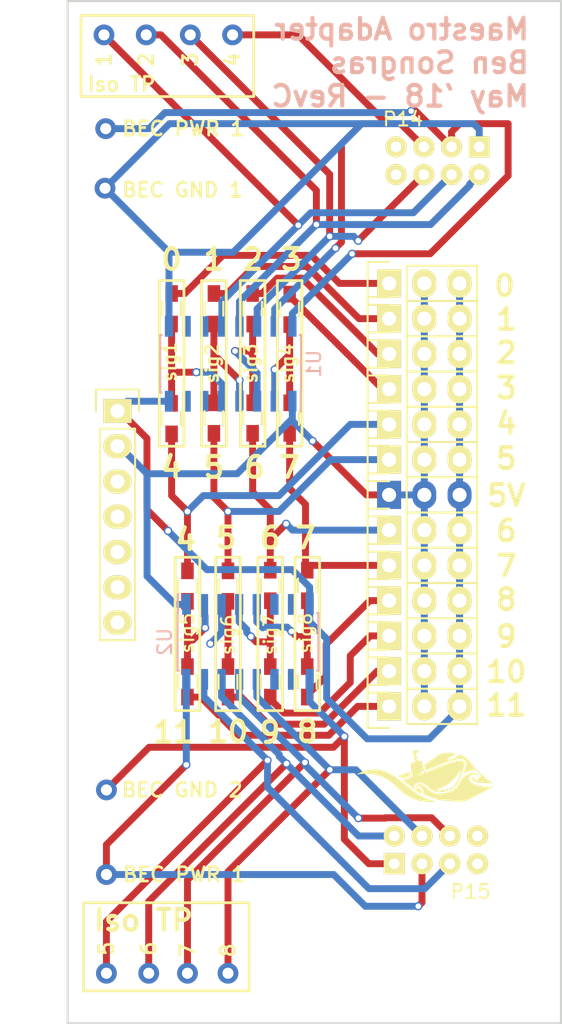
<source format=kicad_pcb>
(kicad_pcb (version 4) (host pcbnew 4.0.2+dfsg1-stable)

  (general
    (links 87)
    (no_connects 0)
    (area 149.911999 61.951799 185.622001 135.761801)
    (thickness 1.6)
    (drawings 97)
    (tracks 337)
    (zones 0)
    (modules 49)
    (nets 48)
  )

  (page A4)
  (layers
    (0 F.Cu signal)
    (31 B.Cu signal)
    (32 B.Adhes user)
    (33 F.Adhes user)
    (34 B.Paste user)
    (35 F.Paste user)
    (36 B.SilkS user)
    (37 F.SilkS user)
    (38 B.Mask user)
    (39 F.Mask user)
    (40 Dwgs.User user)
    (41 Cmts.User user)
    (42 Eco1.User user)
    (43 Eco2.User user)
    (44 Edge.Cuts user)
    (45 Margin user)
    (46 B.CrtYd user)
    (47 F.CrtYd user)
    (48 B.Fab user)
    (49 F.Fab user)
  )

  (setup
    (last_trace_width 0.5)
    (trace_clearance 0.3)
    (zone_clearance 0.508)
    (zone_45_only no)
    (trace_min 0.1524)
    (segment_width 0.2)
    (edge_width 0.15)
    (via_size 0.6)
    (via_drill 0.4)
    (via_min_size 0.4)
    (via_min_drill 0.3)
    (uvia_size 0.3)
    (uvia_drill 0.1)
    (uvias_allowed no)
    (uvia_min_size 0.2)
    (uvia_min_drill 0.1)
    (pcb_text_width 0.3)
    (pcb_text_size 1.5 1.5)
    (mod_edge_width 0.15)
    (mod_text_size 1 1)
    (mod_text_width 0.15)
    (pad_size 2.032 2.032)
    (pad_drill 1.016)
    (pad_to_mask_clearance 0)
    (aux_axis_origin 0 0)
    (visible_elements FFFEFF7F)
    (pcbplotparams
      (layerselection 0x010f0_80000001)
      (usegerberextensions false)
      (excludeedgelayer true)
      (linewidth 0.100000)
      (plotframeref false)
      (viasonmask false)
      (mode 1)
      (useauxorigin false)
      (hpglpennumber 1)
      (hpglpenspeed 20)
      (hpglpendiameter 15)
      (hpglpenoverlay 2)
      (psnegative false)
      (psa4output false)
      (plotreference true)
      (plotvalue true)
      (plotinvisibletext false)
      (padsonsilk false)
      (subtractmaskfromsilk false)
      (outputformat 1)
      (mirror false)
      (drillshape 0)
      (scaleselection 1)
      (outputdirectory Gerbers/))
  )

  (net 0 "")
  (net 1 /sig4)
  (net 2 GND)
  (net 3 /sig2)
  (net 4 /sig1)
  (net 5 /sig3)
  (net 6 /sig8)
  (net 7 /sig6)
  (net 8 /sig5)
  (net 9 /sig7)
  (net 10 +5V)
  (net 11 /sig3_isolated)
  (net 12 /bec_esc_1)
  (net 13 /sig4_isolated)
  (net 14 /sig2_isolated)
  (net 15 /sig1_isolated)
  (net 16 /bec_gnd_1)
  (net 17 /sig7_isolated)
  (net 18 /bec_esc_2)
  (net 19 /sig8_isolated)
  (net 20 /sig6_isolated)
  (net 21 /sig5_isolated)
  (net 22 /bec_gnd_2)
  (net 23 /t1)
  (net 24 /t2)
  (net 25 /t3)
  (net 26 /t4)
  (net 27 /sig1_in)
  (net 28 /sig2_in)
  (net 29 /sig3_in)
  (net 30 /sig4_in)
  (net 31 /sig5_in)
  (net 32 /sig6_in)
  (net 33 /sig7_in)
  (net 34 /sig8_in)
  (net 35 "Net-(P1-Pad3)")
  (net 36 "Net-(P1-Pad4)")
  (net 37 "Net-(P1-Pad5)")
  (net 38 "Net-(P1-Pad6)")
  (net 39 "Net-(P1-Pad7)")
  (net 40 "Net-(U1-Pad6)")
  (net 41 "Net-(U1-Pad7)")
  (net 42 "Net-(U1-Pad10)")
  (net 43 "Net-(U1-Pad11)")
  (net 44 "Net-(U2-Pad6)")
  (net 45 "Net-(U2-Pad7)")
  (net 46 "Net-(U2-Pad10)")
  (net 47 "Net-(U2-Pad11)")

  (net_class Default "This is the default net class."
    (clearance 0.3)
    (trace_width 0.5)
    (via_dia 0.6)
    (via_drill 0.4)
    (uvia_dia 0.3)
    (uvia_drill 0.1)
    (add_net +5V)
    (add_net /bec_esc_1)
    (add_net /bec_esc_2)
    (add_net /bec_gnd_1)
    (add_net /bec_gnd_2)
    (add_net /sig1)
    (add_net /sig1_in)
    (add_net /sig1_isolated)
    (add_net /sig2)
    (add_net /sig2_in)
    (add_net /sig2_isolated)
    (add_net /sig3)
    (add_net /sig3_in)
    (add_net /sig3_isolated)
    (add_net /sig4)
    (add_net /sig4_in)
    (add_net /sig4_isolated)
    (add_net /sig5)
    (add_net /sig5_in)
    (add_net /sig5_isolated)
    (add_net /sig6)
    (add_net /sig6_in)
    (add_net /sig6_isolated)
    (add_net /sig7)
    (add_net /sig7_in)
    (add_net /sig7_isolated)
    (add_net /sig8)
    (add_net /sig8_in)
    (add_net /sig8_isolated)
    (add_net /t1)
    (add_net /t2)
    (add_net /t3)
    (add_net /t4)
    (add_net GND)
    (add_net "Net-(P1-Pad3)")
    (add_net "Net-(P1-Pad4)")
    (add_net "Net-(P1-Pad5)")
    (add_net "Net-(P1-Pad6)")
    (add_net "Net-(P1-Pad7)")
    (add_net "Net-(U1-Pad10)")
    (add_net "Net-(U1-Pad11)")
    (add_net "Net-(U1-Pad6)")
    (add_net "Net-(U1-Pad7)")
    (add_net "Net-(U2-Pad10)")
    (add_net "Net-(U2-Pad11)")
    (add_net "Net-(U2-Pad6)")
    (add_net "Net-(U2-Pad7)")
  )

  (module Mounting_Holes:MountingHole_2.5mm (layer F.Cu) (tedit 58C1AE33) (tstamp 58C1AE0E)
    (at 153.162 111.5568)
    (descr "Mounting Hole 2.5mm, no annular")
    (tags "mounting hole 2.5mm no annular")
    (fp_text reference REF** (at 0 -3.5) (layer F.SilkS) hide
      (effects (font (size 1 1) (thickness 0.15)))
    )
    (fp_text value MountingHole_2.5mm (at 0 3.5) (layer F.Fab)
      (effects (font (size 1 1) (thickness 0.15)))
    )
    (fp_circle (center 0 0) (end 2.5 0) (layer Cmts.User) (width 0.15))
    (fp_circle (center 0 0) (end 2.75 0) (layer F.CrtYd) (width 0.05))
    (pad 1 np_thru_hole circle (at 0 0) (size 2.5 2.5) (drill 2.5) (layers *.Cu *.Mask))
  )

  (module robosub_footprints:robosub_logo-medium (layer F.Cu) (tedit 0) (tstamp 58B4F892)
    (at 175.8442 117.983)
    (fp_text reference G*** (at 0 0) (layer F.SilkS) hide
      (effects (font (thickness 0.3)))
    )
    (fp_text value LOGO (at 0.75 0) (layer F.SilkS) hide
      (effects (font (thickness 0.3)))
    )
    (fp_poly (pts (xy -3.630522 -0.586779) (xy -3.608205 -0.586576) (xy -3.588209 -0.586171) (xy -3.569697 -0.585523)
      (xy -3.551832 -0.584591) (xy -3.533775 -0.583331) (xy -3.514687 -0.581704) (xy -3.493732 -0.579665)
      (xy -3.476535 -0.577869) (xy -3.399362 -0.567949) (xy -3.321616 -0.554586) (xy -3.243241 -0.537754)
      (xy -3.164179 -0.517431) (xy -3.084373 -0.493592) (xy -3.003765 -0.466215) (xy -2.922298 -0.435276)
      (xy -2.839914 -0.400751) (xy -2.756557 -0.362617) (xy -2.672168 -0.32085) (xy -2.586691 -0.275426)
      (xy -2.500069 -0.226322) (xy -2.412243 -0.173515) (xy -2.323156 -0.11698) (xy -2.27 -0.08188)
      (xy -2.236933 -0.059573) (xy -2.204022 -0.037032) (xy -2.17108 -0.014115) (xy -2.137922 0.00932)
      (xy -2.104361 0.033416) (xy -2.07021 0.058315) (xy -2.035284 0.08416) (xy -1.999397 0.111093)
      (xy -1.962361 0.139256) (xy -1.923992 0.168792) (xy -1.884102 0.199844) (xy -1.842506 0.232554)
      (xy -1.799018 0.267064) (xy -1.75345 0.303516) (xy -1.705617 0.342054) (xy -1.655333 0.38282)
      (xy -1.602411 0.425955) (xy -1.55 0.468867) (xy -1.50476 0.505964) (xy -1.462416 0.540648)
      (xy -1.422788 0.573063) (xy -1.385697 0.603355) (xy -1.350962 0.631666) (xy -1.318405 0.658141)
      (xy -1.287844 0.682925) (xy -1.259101 0.706161) (xy -1.231995 0.727993) (xy -1.206346 0.748567)
      (xy -1.181975 0.768025) (xy -1.158702 0.786513) (xy -1.136346 0.804174) (xy -1.114729 0.821153)
      (xy -1.09367 0.837593) (xy -1.072989 0.85364) (xy -1.052506 0.869436) (xy -1.032042 0.885127)
      (xy -1.011417 0.900856) (xy -1.006 0.904974) (xy -0.942525 0.952574) (xy -0.878815 0.999118)
      (xy -0.81522 1.044372) (xy -0.752087 1.088104) (xy -0.689765 1.13008) (xy -0.628604 1.170065)
      (xy -0.56895 1.207826) (xy -0.511153 1.243129) (xy -0.455561 1.27574) (xy -0.44 1.284605)
      (xy -0.39336 1.310397) (xy -0.343515 1.336845) (xy -0.291139 1.363611) (xy -0.236903 1.39036)
      (xy -0.18148 1.416758) (xy -0.12554 1.442466) (xy -0.111863 1.448608) (xy -0.06872 1.467598)
      (xy -0.023471 1.486934) (xy 0.024049 1.50668) (xy 0.074003 1.526898) (xy 0.126557 1.547651)
      (xy 0.181876 1.569003) (xy 0.240124 1.591017) (xy 0.301465 1.613756) (xy 0.366064 1.637282)
      (xy 0.434087 1.661659) (xy 0.505697 1.686951) (xy 0.558 1.705216) (xy 0.575423 1.711275)
      (xy 0.591729 1.716947) (xy 0.60652 1.722094) (xy 0.619396 1.726576) (xy 0.629959 1.730255)
      (xy 0.637809 1.732992) (xy 0.642548 1.734648) (xy 0.643786 1.735084) (xy 0.645738 1.736478)
      (xy 0.645621 1.737045) (xy 0.643115 1.737714) (xy 0.637008 1.738556) (xy 0.627695 1.739543)
      (xy 0.615569 1.740647) (xy 0.601025 1.741842) (xy 0.584457 1.7431) (xy 0.566259 1.744393)
      (xy 0.546826 1.745695) (xy 0.526551 1.746977) (xy 0.50583 1.748213) (xy 0.485055 1.749375)
      (xy 0.464621 1.750437) (xy 0.444923 1.751369) (xy 0.43 1.752003) (xy 0.414569 1.752499)
      (xy 0.395784 1.752903) (xy 0.374291 1.753218) (xy 0.350733 1.753442) (xy 0.325755 1.753576)
      (xy 0.300004 1.753621) (xy 0.274123 1.753576) (xy 0.248758 1.753443) (xy 0.224553 1.753221)
      (xy 0.202153 1.752911) (xy 0.182204 1.752513) (xy 0.16535 1.752027) (xy 0.161 1.751864)
      (xy 0.04898 1.74565) (xy -0.062278 1.735982) (xy -0.172624 1.722901) (xy -0.281907 1.706448)
      (xy -0.389974 1.686664) (xy -0.496675 1.663588) (xy -0.601858 1.637262) (xy -0.705371 1.607725)
      (xy -0.807064 1.575018) (xy -0.906784 1.539182) (xy -1.00438 1.500257) (xy -1.099701 1.458284)
      (xy -1.192595 1.413302) (xy -1.28 1.366967) (xy -1.3263 1.340814) (xy -1.370797 1.314587)
      (xy -1.414098 1.287884) (xy -1.45681 1.260301) (xy -1.49954 1.231434) (xy -1.542896 1.200878)
      (xy -1.587484 1.168231) (xy -1.633912 1.133089) (xy -1.648 1.122224) (xy -1.672079 1.10347)
      (xy -1.695167 1.085244) (xy -1.717524 1.067315) (xy -1.73941 1.049454) (xy -1.761084 1.03143)
      (xy -1.782807 1.013014) (xy -1.804838 0.993976) (xy -1.827437 0.974086) (xy -1.850863 0.953114)
      (xy -1.875376 0.930831) (xy -1.901236 0.907005) (xy -1.928703 0.881408) (xy -1.958036 0.853809)
      (xy -1.989495 0.823979) (xy -2.02334 0.791687) (xy -2.046878 0.769138) (xy -2.081779 0.735689)
      (xy -2.11404 0.704844) (xy -2.143875 0.676409) (xy -2.171501 0.650188) (xy -2.197134 0.625986)
      (xy -2.220989 0.603608) (xy -2.243284 0.582859) (xy -2.264233 0.563543) (xy -2.284053 0.545466)
      (xy -2.30296 0.528433) (xy -2.321169 0.512247) (xy -2.338897 0.496715) (xy -2.35636 0.481641)
      (xy -2.373773 0.46683) (xy -2.391352 0.452086) (xy -2.409314 0.437215) (xy -2.427874 0.422021)
      (xy -2.447249 0.40631) (xy -2.458 0.397642) (xy -2.519738 0.348895) (xy -2.580006 0.303254)
      (xy -2.639346 0.260371) (xy -2.698303 0.219895) (xy -2.757417 0.181477) (xy -2.817231 0.144766)
      (xy -2.878289 0.109413) (xy -2.941133 0.075067) (xy -3.006306 0.04138) (xy -3.025 0.03204)
      (xy -3.12409 -0.014925) (xy -3.224543 -0.058215) (xy -3.326244 -0.097808) (xy -3.429077 -0.133681)
      (xy -3.532926 -0.165811) (xy -3.637675 -0.194176) (xy -3.743208 -0.218752) (xy -3.849409 -0.239517)
      (xy -3.956162 -0.256448) (xy -4.063351 -0.269522) (xy -4.170861 -0.278716) (xy -4.278575 -0.284007)
      (xy -4.386377 -0.285373) (xy -4.494152 -0.28279) (xy -4.593 -0.276921) (xy -4.678269 -0.269046)
      (xy -4.763874 -0.258481) (xy -4.848567 -0.2454) (xy -4.927057 -0.230796) (xy -4.943826 -0.227412)
      (xy -4.957086 -0.224769) (xy -4.967246 -0.222801) (xy -4.974714 -0.221442) (xy -4.9799 -0.220629)
      (xy -4.983212 -0.220295) (xy -4.98506 -0.220375) (xy -4.985852 -0.220804) (xy -4.986001 -0.221389)
      (xy -4.984334 -0.224424) (xy -4.979508 -0.229339) (xy -4.971778 -0.235937) (xy -4.961402 -0.244019)
      (xy -4.948639 -0.25339) (xy -4.933745 -0.26385) (xy -4.916978 -0.275203) (xy -4.90873 -0.280655)
      (xy -4.847411 -0.318643) (xy -4.78299 -0.354165) (xy -4.715532 -0.387196) (xy -4.645103 -0.417712)
      (xy -4.571769 -0.445689) (xy -4.495597 -0.471103) (xy -4.41665 -0.493929) (xy -4.334996 -0.514144)
      (xy -4.2507 -0.531722) (xy -4.205482 -0.539875) (xy -4.131874 -0.551455) (xy -4.055609 -0.561549)
      (xy -3.977677 -0.570074) (xy -3.899067 -0.576944) (xy -3.82077 -0.582074) (xy -3.743775 -0.585382)
      (xy -3.669073 -0.586781) (xy -3.656 -0.586823) (xy -3.630522 -0.586779)) (layer F.SilkS) (width 0.01))
    (fp_poly (pts (xy 3.41982 -0.350762) (xy 3.457689 -0.346062) (xy 3.494283 -0.338131) (xy 3.529168 -0.327047)
      (xy 3.561906 -0.312888) (xy 3.568 -0.309778) (xy 3.585426 -0.299815) (xy 3.602651 -0.288423)
      (xy 3.619136 -0.27607) (xy 3.634346 -0.263221) (xy 3.647743 -0.250344) (xy 3.65879 -0.237904)
      (xy 3.666949 -0.22637) (xy 3.669594 -0.221479) (xy 3.677917 -0.19952) (xy 3.6826 -0.176359)
      (xy 3.68362 -0.152506) (xy 3.680952 -0.128472) (xy 3.675174 -0.106512) (xy 3.67142 -0.096399)
      (xy 3.66726 -0.086679) (xy 3.663204 -0.078454) (xy 3.659759 -0.072826) (xy 3.659434 -0.072406)
      (xy 3.65705 -0.071159) (xy 3.655177 -0.07338) (xy 3.654139 -0.07854) (xy 3.65403 -0.081244)
      (xy 3.653304 -0.088085) (xy 3.651383 -0.097537) (xy 3.648573 -0.108505) (xy 3.645184 -0.119893)
      (xy 3.641524 -0.130606) (xy 3.6379 -0.139549) (xy 3.637228 -0.140983) (xy 3.626636 -0.158482)
      (xy 3.612585 -0.174542) (xy 3.595427 -0.188938) (xy 3.575514 -0.201444) (xy 3.553201 -0.211836)
      (xy 3.528837 -0.219887) (xy 3.506147 -0.224829) (xy 3.492764 -0.226472) (xy 3.47663 -0.227492)
      (xy 3.458942 -0.227888) (xy 3.440902 -0.227656) (xy 3.423708 -0.226793) (xy 3.40856 -0.225297)
      (xy 3.406881 -0.225067) (xy 3.393449 -0.222899) (xy 3.37803 -0.219988) (xy 3.361599 -0.216557)
      (xy 3.345129 -0.212825) (xy 3.329594 -0.209015) (xy 3.315965 -0.205348) (xy 3.305218 -0.202046)
      (xy 3.304325 -0.201739) (xy 3.273963 -0.189269) (xy 3.244576 -0.173469) (xy 3.216688 -0.154746)
      (xy 3.190826 -0.133512) (xy 3.167516 -0.110175) (xy 3.147282 -0.085144) (xy 3.139041 -0.073)
      (xy 3.123822 -0.04604) (xy 3.111455 -0.017563) (xy 3.102338 0.011433) (xy 3.0989 0.027)
      (xy 3.096942 0.042237) (xy 3.096087 0.06008) (xy 3.096291 0.079302) (xy 3.09751 0.098674)
      (xy 3.099699 0.11697) (xy 3.102685 0.132433) (xy 3.113337 0.167892) (xy 3.127877 0.202546)
      (xy 3.146262 0.236332) (xy 3.168449 0.269188) (xy 3.194396 0.30105) (xy 3.224061 0.331856)
      (xy 3.257399 0.361542) (xy 3.259 0.362862) (xy 3.278394 0.378392) (xy 3.296834 0.392192)
      (xy 3.31513 0.404774) (xy 3.334095 0.416651) (xy 3.35454 0.428334) (xy 3.377278 0.440337)
      (xy 3.399 0.451164) (xy 3.446508 0.473477) (xy 3.49476 0.494351) (xy 3.544032 0.513859)
      (xy 3.594597 0.532076) (xy 3.64673 0.549075) (xy 3.700705 0.564928) (xy 3.756797 0.579711)
      (xy 3.81528 0.593496) (xy 3.876429 0.606356) (xy 3.940518 0.618366) (xy 4.007822 0.629599)
      (xy 4.078615 0.640128) (xy 4.131 0.647197) (xy 4.159799 0.650919) (xy 4.185116 0.654144)
      (xy 4.207434 0.656907) (xy 4.227235 0.659244) (xy 4.245003 0.661188) (xy 4.26122 0.662776)
      (xy 4.276367 0.664041) (xy 4.290929 0.66502) (xy 4.305388 0.665745) (xy 4.320226 0.666254)
      (xy 4.335927 0.66658) (xy 4.352972 0.666758) (xy 4.371845 0.666823) (xy 4.393027 0.666811)
      (xy 4.402 0.666793) (xy 4.420312 0.666735) (xy 4.437066 0.666635) (xy 4.452657 0.666474)
      (xy 4.467483 0.666235) (xy 4.48194 0.665898) (xy 4.496424 0.665444) (xy 4.511332 0.664855)
      (xy 4.527062 0.664112) (xy 4.544008 0.663197) (xy 4.562569 0.66209) (xy 4.58314 0.660773)
      (xy 4.606119 0.659227) (xy 4.631901 0.657434) (xy 4.660885 0.655374) (xy 4.693 0.653063)
      (xy 4.712909 0.651633) (xy 4.732349 0.650252) (xy 4.750798 0.648956) (xy 4.767736 0.647781)
      (xy 4.782644 0.646762) (xy 4.795001 0.645936) (xy 4.804288 0.645339) (xy 4.809 0.645058)
      (xy 4.819216 0.64444) (xy 4.829089 0.64375) (xy 4.837244 0.643088) (xy 4.841 0.642717)
      (xy 4.846072 0.642302) (xy 4.848622 0.642549) (xy 4.84845 0.643579) (xy 4.845355 0.645516)
      (xy 4.839138 0.648481) (xy 4.829598 0.652598) (xy 4.816534 0.657988) (xy 4.815 0.658613)
      (xy 4.769085 0.678093) (xy 4.72165 0.699825) (xy 4.67246 0.723929) (xy 4.621282 0.750521)
      (xy 4.567883 0.779722) (xy 4.512031 0.811651) (xy 4.492 0.82341) (xy 4.481422 0.829704)
      (xy 4.467875 0.837836) (xy 4.451791 0.847543) (xy 4.433605 0.85856) (xy 4.413749 0.870624)
      (xy 4.392657 0.883471) (xy 4.370761 0.896836) (xy 4.348496 0.910456) (xy 4.326295 0.924067)
      (xy 4.30459 0.937405) (xy 4.283816 0.950205) (xy 4.282 0.951326) (xy 4.227654 0.984589)
      (xy 4.176303 1.015427) (xy 4.127815 1.04391) (xy 4.082058 1.070108) (xy 4.0389 1.094094)
      (xy 3.99821 1.115936) (xy 3.959856 1.135706) (xy 3.923707 1.153475) (xy 3.889631 1.169312)
      (xy 3.857496 1.183289) (xy 3.827171 1.195476) (xy 3.825845 1.195984) (xy 3.801573 1.205456)
      (xy 3.777184 1.215373) (xy 3.752424 1.225861) (xy 3.727042 1.237044) (xy 3.700786 1.249045)
      (xy 3.673404 1.261991) (xy 3.644643 1.276006) (xy 3.614253 1.291214) (xy 3.581981 1.30774)
      (xy 3.547575 1.325709) (xy 3.510783 1.345245) (xy 3.471353 1.366472) (xy 3.429034 1.389517)
      (xy 3.383573 1.414502) (xy 3.379 1.417026) (xy 3.333733 1.441876) (xy 3.29153 1.46473)
      (xy 3.252077 1.485744) (xy 3.215065 1.505071) (xy 3.180181 1.522865) (xy 3.147115 1.539279)
      (xy 3.115553 1.554467) (xy 3.085187 1.568582) (xy 3.055702 1.58178) (xy 3.02679 1.594212)
      (xy 2.998137 1.606033) (xy 2.987 1.610498) (xy 2.927175 1.632787) (xy 2.866312 1.652445)
      (xy 2.804046 1.669552) (xy 2.740015 1.684186) (xy 2.673856 1.696427) (xy 2.605206 1.706353)
      (xy 2.5337 1.714044) (xy 2.498 1.716984) (xy 2.487302 1.717693) (xy 2.473911 1.71844)
      (xy 2.458393 1.719205) (xy 2.441316 1.719969) (xy 2.423248 1.72071) (xy 2.404756 1.721411)
      (xy 2.386408 1.722049) (xy 2.368771 1.722606) (xy 2.352414 1.723062) (xy 2.337904 1.723396)
      (xy 2.325808 1.723589) (xy 2.316694 1.72362) (xy 2.312 1.723519) (xy 2.306857 1.723347)
      (xy 2.29866 1.723144) (xy 2.288353 1.722932) (xy 2.27688 1.72273) (xy 2.271 1.722639)
      (xy 2.24247 1.722006) (xy 2.210884 1.720923) (xy 2.176897 1.719436) (xy 2.141169 1.717588)
      (xy 2.104355 1.715425) (xy 2.067114 1.71299) (xy 2.030102 1.710328) (xy 1.993977 1.707484)
      (xy 1.959397 1.704502) (xy 1.927019 1.701428) (xy 1.8975 1.698304) (xy 1.878 1.696002)
      (xy 1.856482 1.693392) (xy 1.834617 1.69088) (xy 1.812141 1.688444) (xy 1.788789 1.686063)
      (xy 1.764297 1.683716) (xy 1.738402 1.681382) (xy 1.71084 1.679039) (xy 1.681347 1.676665)
      (xy 1.649659 1.67424) (xy 1.615512 1.671742) (xy 1.578642 1.66915) (xy 1.538785 1.666443)
      (xy 1.495677 1.663598) (xy 1.449054 1.660595) (xy 1.408 1.657999) (xy 1.355562 1.654656)
      (xy 1.306832 1.651441) (xy 1.261517 1.648326) (xy 1.219327 1.645287) (xy 1.179972 1.642296)
      (xy 1.143161 1.639329) (xy 1.108603 1.636358) (xy 1.076008 1.633359) (xy 1.045085 1.630305)
      (xy 1.015543 1.627171) (xy 0.987092 1.623929) (xy 0.959441 1.620555) (xy 0.932299 1.617022)
      (xy 0.905377 1.613304) (xy 0.901 1.61268) (xy 0.851 1.605525) (xy 0.726 1.563537)
      (xy 0.647821 1.537083) (xy 0.573298 1.511463) (xy 0.502195 1.486586) (xy 0.434277 1.462361)
      (xy 0.369308 1.438696) (xy 0.307051 1.415501) (xy 0.247272 1.392686) (xy 0.189734 1.370158)
      (xy 0.134202 1.347828) (xy 0.08044 1.325604) (xy 0.028213 1.303395) (xy -0.022717 1.281111)
      (xy -0.072583 1.25866) (xy -0.114 1.239522) (xy -0.128116 1.232861) (xy -0.143565 1.225463)
      (xy -0.159945 1.21753) (xy -0.176854 1.209262) (xy -0.193891 1.200861) (xy -0.210654 1.19253)
      (xy -0.226741 1.184469) (xy -0.24175 1.176881) (xy -0.255279 1.169966) (xy -0.266927 1.163927)
      (xy -0.276292 1.158964) (xy -0.282971 1.15528) (xy -0.286564 1.153077) (xy -0.286964 1.15275)
      (xy -0.289305 1.147827) (xy -0.289919 1.139838) (xy -0.288842 1.129309) (xy -0.286109 1.116765)
      (xy -0.284137 1.10992) (xy -0.281524 1.101355) (xy -0.27954 1.094276) (xy -0.278053 1.087829)
      (xy -0.27693 1.081161) (xy -0.276037 1.073419) (xy -0.275242 1.06375) (xy -0.274413 1.0513)
      (xy -0.274019 1.045) (xy -0.273282 1.004506) (xy -0.275988 0.964084) (xy -0.281998 0.924074)
      (xy -0.291178 0.884816) (xy -0.303392 0.846653) (xy -0.318501 0.809923) (xy -0.336371 0.774969)
      (xy -0.356865 0.742131) (xy -0.379847 0.711749) (xy -0.40518 0.684165) (xy -0.425956 0.665254)
      (xy -0.450404 0.646017) (xy -0.473715 0.63035) (xy -0.496196 0.618092) (xy -0.518151 0.609084)
      (xy -0.539888 0.603164) (xy -0.546761 0.601909) (xy -0.557298 0.600823) (xy -0.570567 0.600366)
      (xy -0.585354 0.600495) (xy -0.600447 0.601169) (xy -0.614634 0.602345) (xy -0.626702 0.603982)
      (xy -0.631 0.604831) (xy -0.655087 0.611433) (xy -0.680701 0.620595) (xy -0.706763 0.631844)
      (xy -0.73219 0.644709) (xy -0.755901 0.658717) (xy -0.759 0.660728) (xy -0.766766 0.665649)
      (xy -0.773237 0.669409) (xy -0.77775 0.671648) (xy -0.779641 0.672004) (xy -0.77965 0.671983)
      (xy -0.7791 0.669193) (xy -0.776882 0.663741) (xy -0.773387 0.656389) (xy -0.769009 0.647904)
      (xy -0.76414 0.63905) (xy -0.759172 0.630592) (xy -0.755156 0.62427) (xy -0.736211 0.599331)
      (xy -0.713931 0.576118) (xy -0.688679 0.554843) (xy -0.660821 0.535717) (xy -0.630723 0.518949)
      (xy -0.598749 0.504751) (xy -0.565265 0.493333) (xy -0.530636 0.484906) (xy -0.506848 0.481021)
      (xy -0.480649 0.478656) (xy -0.452343 0.477996) (xy -0.42331 0.478985) (xy -0.394927 0.481567)
      (xy -0.368572 0.485688) (xy -0.363 0.486834) (xy -0.329126 0.495809) (xy -0.29566 0.507854)
      (xy -0.263619 0.52255) (xy -0.23402 0.539472) (xy -0.230249 0.541916) (xy -0.213735 0.553233)
      (xy -0.194476 0.567245) (xy -0.172589 0.583855) (xy -0.148195 0.602967) (xy -0.121413 0.624485)
      (xy -0.092362 0.648312) (xy -0.061161 0.674352) (xy -0.027931 0.702508) (xy 0.007211 0.732684)
      (xy 0.026 0.748967) (xy 0.06213 0.780207) (xy 0.095678 0.808855) (xy 0.126909 0.835122)
      (xy 0.156094 0.85922) (xy 0.183498 0.881363) (xy 0.209391 0.901763) (xy 0.234041 0.920632)
      (xy 0.257714 0.938183) (xy 0.280679 0.954628) (xy 0.303205 0.970179) (xy 0.315 0.978094)
      (xy 0.35593 1.004182) (xy 0.396958 1.028164) (xy 0.437686 1.04985) (xy 0.477713 1.069048)
      (xy 0.516642 1.085569) (xy 0.554072 1.09922) (xy 0.589606 1.109812) (xy 0.59142 1.110283)
      (xy 0.657025 1.125295) (xy 0.724033 1.136939) (xy 0.792577 1.145224) (xy 0.862791 1.150158)
      (xy 0.934807 1.15175) (xy 1.008758 1.150007) (xy 1.084776 1.144939) (xy 1.107 1.142871)
      (xy 1.175599 1.134788) (xy 1.246693 1.12387) (xy 1.32001 1.110169) (xy 1.39528 1.093743)
      (xy 1.472235 1.074644) (xy 1.550602 1.05293) (xy 1.55487 1.051683) (xy 1.566495 1.048178)
      (xy 1.581384 1.043526) (xy 1.599024 1.037899) (xy 1.618905 1.031468) (xy 1.640511 1.024405)
      (xy 1.663333 1.016882) (xy 1.686856 1.009068) (xy 1.710568 1.001136) (xy 1.733958 0.993257)
      (xy 1.756511 0.985603) (xy 1.777717 0.978344) (xy 1.797062 0.971652) (xy 1.814034 0.965698)
      (xy 1.82812 0.960653) (xy 1.837 0.957375) (xy 1.87252 0.943646) (xy 1.905958 0.930027)
      (xy 1.937083 0.916633) (xy 1.965665 0.903574) (xy 1.991473 0.890962) (xy 2.014275 0.878909)
      (xy 2.033843 0.867527) (xy 2.049944 0.856928) (xy 2.06 0.849234) (xy 2.077324 0.834139)
      (xy 2.094498 0.817797) (xy 2.111706 0.799973) (xy 2.129133 0.780427) (xy 2.146963 0.758923)
      (xy 2.165381 0.735224) (xy 2.18457 0.709092) (xy 2.204716 0.680289) (xy 2.226002 0.648579)
      (xy 2.248613 0.613724) (xy 2.272734 0.575487) (xy 2.273038 0.575) (xy 2.282804 0.559364)
      (xy 2.293269 0.542676) (xy 2.303873 0.525824) (xy 2.314056 0.509694) (xy 2.323259 0.495176)
      (xy 2.330923 0.483156) (xy 2.331023 0.483) (xy 2.340625 0.467904) (xy 2.349703 0.453396)
      (xy 2.358563 0.438955) (xy 2.367513 0.424061) (xy 2.376856 0.408197) (xy 2.386901 0.390842)
      (xy 2.397952 0.371477) (xy 2.410316 0.349584) (xy 2.42298 0.327) (xy 2.442413 0.292373)
      (xy 2.460159 0.261008) (xy 2.476392 0.232622) (xy 2.491284 0.206935) (xy 2.505008 0.183667)
      (xy 2.517736 0.162535) (xy 2.529642 0.143259) (xy 2.540898 0.125559) (xy 2.551677 0.109152)
      (xy 2.56215 0.093759) (xy 2.572493 0.079097) (xy 2.582875 0.064887) (xy 2.589546 0.056)
      (xy 2.598567 0.044327) (xy 2.607074 0.0339) (xy 2.615655 0.024095) (xy 2.624903 0.014286)
      (xy 2.635405 0.003851) (xy 2.647753 -0.007834) (xy 2.662537 -0.021394) (xy 2.664 -0.022721)
      (xy 2.719428 -0.070787) (xy 2.775629 -0.115218) (xy 2.832532 -0.155979) (xy 2.890066 -0.193035)
      (xy 2.948161 -0.226352) (xy 3.006745 -0.255897) (xy 3.065747 -0.281635) (xy 3.125097 -0.303531)
      (xy 3.184723 -0.321551) (xy 3.244554 -0.335661) (xy 3.304519 -0.345827) (xy 3.342 -0.35016)
      (xy 3.381112 -0.352154) (xy 3.41982 -0.350762)) (layer F.SilkS) (width 0.01))
    (fp_poly (pts (xy -0.699796 -1.993873) (xy -0.673051 -1.989352) (xy -0.648017 -1.982175) (xy -0.625256 -1.972306)
      (xy -0.622 -1.970551) (xy -0.610464 -1.962912) (xy -0.598755 -1.952999) (xy -0.587832 -1.941793)
      (xy -0.578652 -1.930274) (xy -0.572217 -1.919521) (xy -0.565424 -1.901549) (xy -0.561452 -1.882698)
      (xy -0.560439 -1.864025) (xy -0.562519 -1.846587) (xy -0.562721 -1.845706) (xy -0.567859 -1.830794)
      (xy -0.575824 -1.818136) (xy -0.586804 -1.807574) (xy -0.600989 -1.79895) (xy -0.618567 -1.792106)
      (xy -0.631 -1.788748) (xy -0.641989 -1.786915) (xy -0.656007 -1.785706) (xy -0.672131 -1.785114)
      (xy -0.689441 -1.785133) (xy -0.707014 -1.785757) (xy -0.72393 -1.786978) (xy -0.739267 -1.788791)
      (xy -0.744 -1.789548) (xy -0.753038 -1.791082) (xy -0.760474 -1.792286) (xy -0.765519 -1.793036)
      (xy -0.767382 -1.793216) (xy -0.767352 -1.791022) (xy -0.76656 -1.78534) (xy -0.765093 -1.776591)
      (xy -0.763034 -1.765199) (xy -0.760468 -1.751583) (xy -0.757482 -1.736166) (xy -0.754159 -1.719369)
      (xy -0.750585 -1.701613) (xy -0.746844 -1.683322) (xy -0.743022 -1.664915) (xy -0.739204 -1.646815)
      (xy -0.735475 -1.629443) (xy -0.731919 -1.613222) (xy -0.728622 -1.598571) (xy -0.725669 -1.585914)
      (xy -0.725209 -1.584) (xy -0.713729 -1.539598) (xy -0.699942 -1.491983) (xy -0.683863 -1.441203)
      (xy -0.665507 -1.387301) (xy -0.646992 -1.336) (xy -0.640061 -1.317373) (xy -0.633097 -1.298864)
      (xy -0.626253 -1.280863) (xy -0.619682 -1.263764) (xy -0.613539 -1.247956) (xy -0.607975 -1.233831)
      (xy -0.603145 -1.221781) (xy -0.599202 -1.212196) (xy -0.596299 -1.205469) (xy -0.594589 -1.20199)
      (xy -0.594343 -1.201649) (xy -0.591942 -1.201441) (xy -0.586492 -1.201929) (xy -0.578865 -1.203015)
      (xy -0.572 -1.204206) (xy -0.541729 -1.209448) (xy -0.51222 -1.213799) (xy -0.483875 -1.217232)
      (xy -0.457098 -1.219719) (xy -0.432293 -1.221234) (xy -0.409864 -1.221749) (xy -0.390214 -1.221238)
      (xy -0.373746 -1.219673) (xy -0.365 -1.218092) (xy -0.353834 -1.214683) (xy -0.344133 -1.210061)
      (xy -0.336834 -1.204741) (xy -0.333643 -1.200856) (xy -0.332516 -1.197698) (xy -0.330685 -1.191056)
      (xy -0.328254 -1.181368) (xy -0.325326 -1.169069) (xy -0.322001 -1.154594) (xy -0.318384 -1.138378)
      (xy -0.314576 -1.120858) (xy -0.312263 -1.11) (xy -0.294978 -1.02982) (xy -0.277852 -0.953593)
      (xy -0.260872 -0.881276) (xy -0.244028 -0.812827) (xy -0.227306 -0.748202) (xy -0.210695 -0.687359)
      (xy -0.194183 -0.630254) (xy -0.177756 -0.576845) (xy -0.161403 -0.527088) (xy -0.145113 -0.480942)
      (xy -0.128872 -0.438361) (xy -0.112669 -0.399305) (xy -0.108523 -0.389864) (xy -0.097354 -0.364727)
      (xy 0.048823 -0.421117) (xy 0.104291 -0.442558) (xy 0.158848 -0.463736) (xy 0.212828 -0.484785)
      (xy 0.266565 -0.505839) (xy 0.320392 -0.527029) (xy 0.374645 -0.548491) (xy 0.429656 -0.570356)
      (xy 0.485761 -0.592759) (xy 0.543292 -0.615832) (xy 0.561092 -0.623) (xy 2.542 -0.623)
      (xy 2.543 -0.622) (xy 2.544 -0.623) (xy 2.543 -0.624) (xy 2.542 -0.623)
      (xy 0.561092 -0.623) (xy 0.602585 -0.639709) (xy 0.663972 -0.664523) (xy 0.727789 -0.690408)
      (xy 0.794368 -0.717497) (xy 0.864045 -0.745923) (xy 0.918 -0.76798) (xy 0.974509 -0.791075)
      (xy 1.027572 -0.812703) (xy 1.077424 -0.832957) (xy 1.124303 -0.851928) (xy 1.168446 -0.86971)
      (xy 1.21009 -0.886394) (xy 1.249471 -0.902071) (xy 1.286826 -0.916836) (xy 1.322393 -0.930778)
      (xy 1.356408 -0.943992) (xy 1.389108 -0.956567) (xy 1.420729 -0.968598) (xy 1.45151 -0.980176)
      (xy 1.481687 -0.991393) (xy 1.511496 -1.002341) (xy 1.541175 -1.013112) (xy 1.57096 -1.023798)
      (xy 1.601089 -1.034493) (xy 1.625 -1.042905) (xy 1.706046 -1.070745) (xy 1.783877 -1.0963)
      (xy 1.858552 -1.11958) (xy 1.930133 -1.140593) (xy 1.998681 -1.159349) (xy 2.064257 -1.175855)
      (xy 2.126923 -1.190121) (xy 2.186739 -1.202156) (xy 2.243767 -1.211968) (xy 2.298068 -1.219565)
      (xy 2.349703 -1.224958) (xy 2.398733 -1.228153) (xy 2.44522 -1.229161) (xy 2.489224 -1.227991)
      (xy 2.530807 -1.224649) (xy 2.57003 -1.219147) (xy 2.606954 -1.211491) (xy 2.64164 -1.201692)
      (xy 2.668 -1.192243) (xy 2.682932 -1.186078) (xy 2.69442 -1.180691) (xy 2.702884 -1.175841)
      (xy 2.708748 -1.171284) (xy 2.712432 -1.166776) (xy 2.712557 -1.166565) (xy 2.714605 -1.161796)
      (xy 2.717005 -1.154338) (xy 2.719377 -1.145432) (xy 2.720489 -1.140565) (xy 2.721814 -1.133935)
      (xy 2.722833 -1.127508) (xy 2.723583 -1.120621) (xy 2.724104 -1.112614) (xy 2.724434 -1.102825)
      (xy 2.724613 -1.090591) (xy 2.724678 -1.075253) (xy 2.724681 -1.069) (xy 2.723759 -1.027457)
      (xy 2.721007 -0.98243) (xy 2.716433 -0.933989) (xy 2.710047 -0.882204) (xy 2.701857 -0.827143)
      (xy 2.691873 -0.768876) (xy 2.680104 -0.707471) (xy 2.67311 -0.673512) (xy 2.651244 -0.576584)
      (xy 2.62658 -0.479937) (xy 2.599244 -0.383902) (xy 2.569364 -0.28881) (xy 2.537064 -0.194993)
      (xy 2.502472 -0.102781) (xy 2.465712 -0.012507) (xy 2.426912 0.075499) (xy 2.386198 0.160906)
      (xy 2.343695 0.243381) (xy 2.299531 0.322595) (xy 2.283398 0.35) (xy 2.248041 0.407251)
      (xy 2.211136 0.463279) (xy 2.172968 0.517722) (xy 2.133819 0.570215) (xy 2.093974 0.620397)
      (xy 2.053716 0.667904) (xy 2.01333 0.712374) (xy 1.9731 0.753443) (xy 1.951897 0.773745)
      (xy 1.941419 0.783495) (xy 1.932673 0.791393) (xy 1.925013 0.797838) (xy 1.917791 0.803229)
      (xy 1.910357 0.807966) (xy 1.902065 0.812449) (xy 1.892267 0.817075) (xy 1.880314 0.822245)
      (xy 1.865559 0.828358) (xy 1.858767 0.83114) (xy 1.845125 0.836569) (xy 1.828203 0.843051)
      (xy 1.808529 0.850401) (xy 1.786628 0.858433) (xy 1.763023 0.866965) (xy 1.738243 0.87581)
      (xy 1.71281 0.884783) (xy 1.687252 0.893701) (xy 1.662092 0.902378) (xy 1.637858 0.910629)
      (xy 1.615073 0.91827) (xy 1.594263 0.925116) (xy 1.575955 0.930982) (xy 1.567 0.933767)
      (xy 1.47964 0.959169) (xy 1.394345 0.981154) (xy 1.3111 0.999721) (xy 1.229894 1.014873)
      (xy 1.150713 1.026611) (xy 1.073545 1.034934) (xy 0.998377 1.039846) (xy 0.925197 1.041346)
      (xy 0.853992 1.039436) (xy 0.784749 1.034117) (xy 0.717457 1.02539) (xy 0.655959 1.014078)
      (xy 0.620047 1.005045) (xy 0.582321 0.992794) (xy 0.543119 0.977479) (xy 0.50278 0.959254)
      (xy 0.461642 0.938272) (xy 0.420044 0.914688) (xy 0.397288 0.900487) (xy 0.68147 0.900487)
      (xy 0.684501 0.902024) (xy 0.690677 0.903845) (xy 0.699582 0.905878) (xy 0.710799 0.908051)
      (xy 0.723912 0.910294) (xy 0.738505 0.912535) (xy 0.754162 0.914703) (xy 0.770466 0.916726)
      (xy 0.787002 0.918534) (xy 0.803 0.920025) (xy 0.816729 0.921186) (xy 0.829637 0.922283)
      (xy 0.841015 0.923255) (xy 0.850153 0.924041) (xy 0.856341 0.924581) (xy 0.858 0.924729)
      (xy 0.861905 0.924891) (xy 0.869339 0.925013) (xy 0.879832 0.925094) (xy 0.892913 0.925133)
      (xy 0.908111 0.925129) (xy 0.924954 0.925081) (xy 0.942974 0.924989) (xy 0.952 0.924927)
      (xy 0.975902 0.924709) (xy 0.996382 0.924421) (xy 1.014018 0.924041) (xy 1.029388 0.923547)
      (xy 1.043069 0.922918) (xy 1.05564 0.922133) (xy 1.067679 0.921169) (xy 1.07711 0.920277)
      (xy 1.12786 0.914568) (xy 1.178339 0.90762) (xy 1.228942 0.899342) (xy 1.280062 0.88964)
      (xy 1.332094 0.878425) (xy 1.385433 0.865604) (xy 1.440473 0.851087) (xy 1.497609 0.83478)
      (xy 1.557234 0.816593) (xy 1.619743 0.796435) (xy 1.641 0.789358) (xy 1.673005 0.778574)
      (xy 1.70138 0.768901) (xy 1.726312 0.760269) (xy 1.747993 0.752608) (xy 1.766612 0.745849)
      (xy 1.78236 0.739921) (xy 1.795426 0.734754) (xy 1.806 0.730278) (xy 1.814272 0.726424)
      (xy 1.819751 0.723518) (xy 1.847516 0.706047) (xy 1.875098 0.685606) (xy 1.902682 0.662022)
      (xy 1.93045 0.635124) (xy 1.958586 0.604739) (xy 1.987273 0.570695) (xy 2.001296 0.553)
      (xy 2.01145 0.539786) (xy 2.023157 0.524281) (xy 2.036013 0.507041) (xy 2.049614 0.488621)
      (xy 2.063556 0.469577) (xy 2.077434 0.450466) (xy 2.090845 0.431844) (xy 2.103385 0.414265)
      (xy 2.114649 0.398287) (xy 2.124234 0.384466) (xy 2.130719 0.374889) (xy 2.180517 0.296828)
      (xy 2.228085 0.215526) (xy 2.273374 0.131096) (xy 2.316333 0.043652) (xy 2.356913 -0.046694)
      (xy 2.395063 -0.139829) (xy 2.430735 -0.235639) (xy 2.463878 -0.334013) (xy 2.494442 -0.434836)
      (xy 2.505983 -0.476) (xy 2.509505 -0.48904) (xy 2.513321 -0.503479) (xy 2.517311 -0.518836)
      (xy 2.521357 -0.534633) (xy 2.525338 -0.550389) (xy 2.529138 -0.565623) (xy 2.532636 -0.579858)
      (xy 2.535714 -0.592611) (xy 2.538253 -0.603404) (xy 2.540134 -0.611756) (xy 2.541238 -0.617187)
      (xy 2.541453 -0.619214) (xy 2.54017 -0.617855) (xy 2.537009 -0.613607) (xy 2.532286 -0.606922)
      (xy 2.526319 -0.598254) (xy 2.519426 -0.588057) (xy 2.515055 -0.58151) (xy 2.453674 -0.49074)
      (xy 2.392038 -0.402746) (xy 2.330243 -0.317645) (xy 2.268383 -0.235555) (xy 2.206554 -0.156594)
      (xy 2.144853 -0.080878) (xy 2.083373 -0.008525) (xy 2.022212 0.060348) (xy 1.961464 0.125622)
      (xy 1.901226 0.18718) (xy 1.847 0.239807) (xy 1.804116 0.279794) (xy 1.763083 0.316872)
      (xy 1.723451 0.351404) (xy 1.684771 0.383753) (xy 1.646593 0.414284) (xy 1.608469 0.443359)
      (xy 1.56995 0.471343) (xy 1.530587 0.498599) (xy 1.512 0.511041) (xy 1.490485 0.525117)
      (xy 1.469437 0.538498) (xy 1.448421 0.551427) (xy 1.427 0.564149) (xy 1.404739 0.576908)
      (xy 1.381201 0.589946) (xy 1.355949 0.603508) (xy 1.328549 0.617837) (xy 1.298564 0.633178)
      (xy 1.265558 0.649773) (xy 1.249 0.658014) (xy 1.192826 0.685459) (xy 1.136427 0.712116)
      (xy 1.079302 0.738204) (xy 1.020947 0.763938) (xy 0.960861 0.789534) (xy 0.898542 0.815209)
      (xy 0.833487 0.841178) (xy 0.765195 0.867659) (xy 0.74 0.877253) (xy 0.725908 0.882596)
      (xy 0.712948 0.887515) (xy 0.701615 0.891821) (xy 0.692404 0.895325) (xy 0.685812 0.897838)
      (xy 0.682334 0.899173) (xy 0.682 0.899304) (xy 0.68147 0.900487) (xy 0.397288 0.900487)
      (xy 0.378326 0.888654) (xy 0.376 0.887132) (xy 0.357943 0.875113) (xy 0.340145 0.862898)
      (xy 0.322322 0.850265) (xy 0.304191 0.836988) (xy 0.285469 0.822845) (xy 0.265873 0.807612)
      (xy 0.245121 0.791065) (xy 0.222928 0.77298) (xy 0.199011 0.753134) (xy 0.173089 0.731302)
      (xy 0.144878 0.707262) (xy 0.114095 0.68079) (xy 0.105 0.672932) (xy 0.081905 0.653003)
      (xy 0.058964 0.633288) (xy 0.036488 0.614053) (xy 0.01479 0.59556) (xy -0.005817 0.578075)
      (xy -0.025021 0.561863) (xy -0.04251 0.547186) (xy -0.057971 0.53431) (xy -0.071091 0.5235)
      (xy -0.081558 0.515019) (xy -0.082852 0.513986) (xy -0.12121 0.484688) (xy -0.158225 0.458968)
      (xy -0.194105 0.436716) (xy -0.229058 0.417823) (xy -0.263291 0.402178) (xy -0.297012 0.389672)
      (xy -0.330427 0.380196) (xy -0.34 0.378018) (xy -0.359745 0.374508) (xy -0.382392 0.371725)
      (xy -0.406901 0.369714) (xy -0.432235 0.368518) (xy -0.457354 0.36818) (xy -0.48122 0.368744)
      (xy -0.502792 0.370254) (xy -0.508986 0.370937) (xy -0.551355 0.377637) (xy -0.591555 0.387238)
      (xy -0.630403 0.399978) (xy -0.668719 0.416097) (xy -0.677248 0.420165) (xy -0.710355 0.437777)
      (xy -0.74049 0.45706) (xy -0.768539 0.478647) (xy -0.795394 0.503169) (xy -0.799044 0.506808)
      (xy -0.825052 0.535607) (xy -0.847731 0.56621) (xy -0.866967 0.598386) (xy -0.882647 0.631903)
      (xy -0.894656 0.666529) (xy -0.90288 0.702035) (xy -0.905988 0.724009) (xy -0.906978 0.742753)
      (xy -0.906049 0.761304) (xy -0.903343 0.778824) (xy -0.899003 0.794473) (xy -0.893172 0.807413)
      (xy -0.89132 0.810393) (xy -0.884375 0.818001) (xy -0.874797 0.824812) (xy -0.863951 0.829968)
      (xy -0.856814 0.832038) (xy -0.843023 0.833355) (xy -0.828406 0.831658) (xy -0.812732 0.826858)
      (xy -0.795772 0.818862) (xy -0.777297 0.80758) (xy -0.757078 0.792922) (xy -0.756 0.792086)
      (xy -0.746173 0.784736) (xy -0.734179 0.776232) (xy -0.720877 0.767138) (xy -0.707122 0.75802)
      (xy -0.693772 0.749445) (xy -0.681684 0.741977) (xy -0.671715 0.736184) (xy -0.669509 0.734987)
      (xy -0.644319 0.723168) (xy -0.620328 0.71516) (xy -0.597515 0.71096) (xy -0.57586 0.71057)
      (xy -0.555344 0.713988) (xy -0.535944 0.721215) (xy -0.517642 0.73225) (xy -0.516397 0.733169)
      (xy -0.490141 0.755232) (xy -0.466499 0.7801) (xy -0.445586 0.807452) (xy -0.427515 0.836971)
      (xy -0.412403 0.868338) (xy -0.400362 0.901234) (xy -0.391508 0.93534) (xy -0.385955 0.970338)
      (xy -0.383817 1.005908) (xy -0.385209 1.041732) (xy -0.390245 1.077491) (xy -0.391149 1.082)
      (xy -0.393333 1.091358) (xy -0.396193 1.101919) (xy -0.399503 1.113017) (xy -0.403036 1.123987)
      (xy -0.406563 1.134165) (xy -0.409859 1.142884) (xy -0.412696 1.149479) (xy -0.414847 1.153287)
      (xy -0.415725 1.153956) (xy -0.417755 1.152946) (xy -0.422635 1.150163) (xy -0.429812 1.145934)
      (xy -0.438732 1.140584) (xy -0.448841 1.134441) (xy -0.449 1.134343) (xy -0.46887 1.122086)
      (xy -0.491236 1.108104) (xy -0.515283 1.092918) (xy -0.540197 1.077049) (xy -0.565163 1.061018)
      (xy -0.589367 1.045346) (xy -0.611994 1.030554) (xy -0.632 1.017316) (xy -0.662822 0.996635)
      (xy -0.693338 0.97589) (xy -0.723719 0.954949) (xy -0.754135 0.933682) (xy -0.784754 0.91196)
      (xy -0.815748 0.889652) (xy -0.847287 0.866627) (xy -0.879539 0.842757) (xy -0.912676 0.81791)
      (xy -0.946866 0.791956) (xy -0.982281 0.764765) (xy -1.019089 0.736207) (xy -1.057461 0.706152)
      (xy -1.097567 0.67447) (xy -1.139577 0.64103) (xy -1.18366 0.605702) (xy -1.229987 0.568356)
      (xy -1.278727 0.528863) (xy -1.330051 0.487091) (xy -1.384128 0.44291) (xy -1.418 0.415163)
      (xy -1.440795 0.396485) (xy -1.464385 0.377177) (xy -1.488352 0.357579) (xy -1.512278 0.338031)
      (xy -1.535746 0.318875) (xy -1.558339 0.300452) (xy -1.579638 0.283101) (xy -1.599227 0.267163)
      (xy -1.616687 0.25298) (xy -1.631601 0.240892) (xy -1.635568 0.237683) (xy -1.650874 0.225272)
      (xy -1.665177 0.213601) (xy -1.678188 0.202913) (xy -1.689612 0.193453) (xy -1.699159 0.185462)
      (xy -1.706537 0.179184) (xy -1.711453 0.174863) (xy -1.713616 0.172742) (xy -1.713692 0.172583)
      (xy -1.711721 0.171722) (xy -1.706324 0.169994) (xy -1.697948 0.167527) (xy -1.687041 0.164447)
      (xy -1.674052 0.16088) (xy -1.659427 0.156955) (xy -1.647124 0.153713) (xy -1.585625 0.137326)
      (xy -1.522046 0.119767) (xy -1.456106 0.100956) (xy -1.387521 0.080809) (xy -1.316007 0.059244)
      (xy -1.241284 0.036178) (xy -1.197631 0.02248) (xy -1.104262 -0.006982) (xy -1.09192 -0.038991)
      (xy -1.08466 -0.058274) (xy -1.077693 -0.077645) (xy -1.07123 -0.096458) (xy -1.068457 -0.104956)
      (xy -0.808437 -0.104956) (xy -0.80792 -0.1045) (xy -0.804726 -0.104979) (xy -0.804 -0.105115)
      (xy -0.800008 -0.106127) (xy -0.792908 -0.108185) (xy -0.783393 -0.111078) (xy -0.772152 -0.114595)
      (xy -0.759876 -0.118527) (xy -0.757 -0.11946) (xy -0.735821 -0.126446) (xy -0.712305 -0.13437)
      (xy -0.686729 -0.14313) (xy -0.659372 -0.152622) (xy -0.63051 -0.162744) (xy -0.60042 -0.173395)
      (xy -0.569381 -0.184472) (xy -0.537669 -0.195873) (xy -0.505562 -0.207494) (xy -0.473337 -0.219235)
      (xy -0.441271 -0.230992) (xy -0.409641 -0.242663) (xy -0.378726 -0.254146) (xy -0.348801 -0.265339)
      (xy -0.320146 -0.276138) (xy -0.293035 -0.286443) (xy -0.267749 -0.29615) (xy -0.244562 -0.305157)
      (xy -0.223753 -0.313362) (xy -0.205599 -0.320663) (xy -0.190378 -0.326956) (xy -0.178366 -0.33214)
      (xy -0.169842 -0.336113) (xy -0.169551 -0.336259) (xy -0.164783 -0.338661) (xy -0.161517 -0.340754)
      (xy -0.159677 -0.34322) (xy -0.159181 -0.346741) (xy -0.159952 -0.352001) (xy -0.161911 -0.359682)
      (xy -0.164978 -0.370465) (xy -0.165417 -0.372) (xy -0.171136 -0.390542) (xy -0.177822 -0.409698)
      (xy -0.185269 -0.429057) (xy -0.193272 -0.448208) (xy -0.201624 -0.466739) (xy -0.210121 -0.484238)
      (xy -0.218556 -0.500292) (xy -0.226725 -0.514491) (xy -0.234421 -0.526422) (xy -0.241438 -0.535674)
      (xy -0.247572 -0.541834) (xy -0.251368 -0.54414) (xy -0.257406 -0.544422) (xy -0.263741 -0.541122)
      (xy -0.270011 -0.534603) (xy -0.275857 -0.52523) (xy -0.28044 -0.51471) (xy -0.281741 -0.510823)
      (xy -0.282782 -0.506709) (xy -0.283609 -0.501821) (xy -0.284268 -0.495618) (xy -0.284807 -0.487554)
      (xy -0.285271 -0.477087) (xy -0.285707 -0.463671) (xy -0.28613 -0.448) (xy -0.286661 -0.429271)
      (xy -0.287261 -0.414013) (xy -0.288024 -0.401699) (xy -0.289044 -0.3918) (xy -0.290415 -0.383787)
      (xy -0.292231 -0.377134) (xy -0.294585 -0.371311) (xy -0.297573 -0.36579) (xy -0.301286 -0.360043)
      (xy -0.301943 -0.359084) (xy -0.304857 -0.355215) (xy -0.308317 -0.351473) (xy -0.31266 -0.347653)
      (xy -0.318218 -0.343552) (xy -0.325326 -0.338967) (xy -0.334319 -0.333694) (xy -0.34553 -0.327531)
      (xy -0.359295 -0.320273) (xy -0.375947 -0.311718) (xy -0.395822 -0.301663) (xy -0.399 -0.300063)
      (xy -0.410925 -0.294067) (xy -0.421728 -0.288644) (xy -0.431692 -0.28366) (xy -0.441102 -0.27898)
      (xy -0.450242 -0.27447) (xy -0.459394 -0.269996) (xy -0.468842 -0.265422) (xy -0.478872 -0.260616)
      (xy -0.489765 -0.255443) (xy -0.501806 -0.249767) (xy -0.515278 -0.243456) (xy -0.530466 -0.236374)
      (xy -0.547652 -0.228388) (xy -0.567121 -0.219362) (xy -0.589157 -0.209163) (xy -0.614043 -0.197656)
      (xy -0.642062 -0.184707) (xy -0.665404 -0.173921) (xy -0.686654 -0.164083) (xy -0.707067 -0.154591)
      (xy -0.726315 -0.145602) (xy -0.744071 -0.137271) (xy -0.760005 -0.129752) (xy -0.773789 -0.123202)
      (xy -0.785095 -0.117775) (xy -0.793595 -0.113626) (xy -0.79896 -0.110911) (xy -0.800404 -0.110116)
      (xy -0.806018 -0.106708) (xy -0.808437 -0.104956) (xy -1.068457 -0.104956) (xy -1.065481 -0.114071)
      (xy -1.060657 -0.12984) (xy -1.05697 -0.14312) (xy -1.054843 -0.152185) (xy -1.052995 -0.16357)
      (xy -1.052262 -0.174866) (xy -1.052537 -0.18794) (xy -1.052647 -0.189979) (xy -1.053259 -0.198149)
      (xy -1.054359 -0.209998) (xy -1.055915 -0.225241) (xy -1.057894 -0.243592) (xy -1.060265 -0.264766)
      (xy -1.062993 -0.288475) (xy -1.066047 -0.314435) (xy -1.069395 -0.342359) (xy -1.073003 -0.371961)
      (xy -1.07684 -0.402955) (xy -1.07697 -0.404) (xy -1.084512 -0.465899) (xy -1.091212 -0.524001)
      (xy -1.097081 -0.578419) (xy -1.102128 -0.629266) (xy -1.10636 -0.676654) (xy -1.109788 -0.720697)
      (xy -1.11242 -0.761505) (xy -1.114265 -0.799193) (xy -1.115332 -0.833872) (xy -1.115629 -0.865655)
      (xy -1.115321 -0.889) (xy -1.114404 -0.91603) (xy -1.11303 -0.93946) (xy -1.111142 -0.95967)
      (xy -1.108686 -0.977041) (xy -1.105604 -0.991952) (xy -1.101842 -1.004783) (xy -1.097344 -1.015914)
      (xy -1.096419 -1.017832) (xy -1.091777 -1.025477) (xy -1.085436 -1.032728) (xy -1.076972 -1.039904)
      (xy -1.065957 -1.047325) (xy -1.051968 -1.05531) (xy -1.035 -1.063973) (xy -1.0192 -1.071533)
      (xy -1.003385 -1.078683) (xy -0.986971 -1.085651) (xy -0.96937 -1.092668) (xy -0.949999 -1.099963)
      (xy -0.92827 -1.107767) (xy -0.903599 -1.116308) (xy -0.888687 -1.121362) (xy -0.832374 -1.140329)
      (xy -0.834187 -1.146651) (xy -0.835691 -1.153505) (xy -0.835221 -1.158674) (xy -0.832373 -1.16372)
      (xy -0.828637 -1.16814) (xy -0.823323 -1.17336) (xy -0.817369 -1.17769) (xy -0.810229 -1.181313)
      (xy -0.801358 -1.184416) (xy -0.790211 -1.187185) (xy -0.776244 -1.189805) (xy -0.75891 -1.192461)
      (xy -0.756 -1.192872) (xy -0.75004 -1.193685) (xy -0.743846 -1.194479) (xy -0.73698 -1.1953)
      (xy -0.729006 -1.196192) (xy -0.719486 -1.197202) (xy -0.707983 -1.198376) (xy -0.69406 -1.199759)
      (xy -0.67728 -1.201397) (xy -0.657205 -1.203336) (xy -0.644022 -1.204603) (xy -0.632936 -1.205758)
      (xy -0.625304 -1.206928) (xy -0.62059 -1.208413) (xy -0.618257 -1.210512) (xy -0.61777 -1.213524)
      (xy -0.618592 -1.217748) (xy -0.618838 -1.218659) (xy -0.619963 -1.222467) (xy -0.621319 -1.2253)
      (xy -0.623443 -1.227268) (xy -0.626874 -1.228481) (xy -0.632149 -1.229049) (xy -0.639805 -1.229081)
      (xy -0.650381 -1.228689) (xy -0.664412 -1.227981) (xy -0.68536 -1.227219) (xy -0.705534 -1.22711)
      (xy -0.724315 -1.227624) (xy -0.741083 -1.228731) (xy -0.755218 -1.2304) (xy -0.766099 -1.232602)
      (xy -0.767447 -1.232987) (xy -0.774765 -1.235816) (xy -0.779919 -1.239764) (xy -0.783686 -1.244562)
      (xy -0.789123 -1.253391) (xy -0.795806 -1.265821) (xy -0.80365 -1.281683) (xy -0.812571 -1.300805)
      (xy -0.822134 -1.322218) (xy -0.830883 -1.341937) (xy -0.8383 -1.358121) (xy -0.844495 -1.370967)
      (xy -0.849578 -1.380671) (xy -0.853659 -1.38743) (xy -0.856849 -1.391439) (xy -0.859256 -1.392896)
      (xy -0.860993 -1.391997) (xy -0.861138 -1.391778) (xy -0.862181 -1.388492) (xy -0.862424 -1.383084)
      (xy -0.861827 -1.375294) (xy -0.860349 -1.364863) (xy -0.857949 -1.351529) (xy -0.854587 -1.335033)
      (xy -0.850221 -1.315115) (xy -0.846778 -1.3) (xy -0.842233 -1.2801) (xy -0.838596 -1.263665)
      (xy -0.835819 -1.25028) (xy -0.833849 -1.239526) (xy -0.832636 -1.230988) (xy -0.832127 -1.224249)
      (xy -0.832273 -1.21889) (xy -0.833021 -1.214497) (xy -0.834322 -1.210652) (xy -0.835504 -1.20812)
      (xy -0.838403 -1.203103) (xy -0.840989 -1.200442) (xy -0.843417 -1.200375) (xy -0.845842 -1.203137)
      (xy -0.848421 -1.208967) (xy -0.851309 -1.218101) (xy -0.854661 -1.230776) (xy -0.857197 -1.241166)
      (xy -0.873268 -1.310387) (xy -0.887881 -1.377421) (xy -0.900995 -1.442055) (xy -0.912572 -1.504075)
      (xy -0.922574 -1.563268) (xy -0.930962 -1.619419) (xy -0.937697 -1.672315) (xy -0.941282 -1.706)
      (xy -0.942436 -1.720306) (xy -0.943364 -1.736739) (xy -0.944061 -1.754601) (xy -0.944522 -1.77319)
      (xy -0.944742 -1.791806) (xy -0.944717 -1.80975) (xy -0.94444 -1.82632) (xy -0.943908 -1.840816)
      (xy -0.943116 -1.852539) (xy -0.942361 -1.859) (xy -0.939311 -1.876116) (xy -0.819808 -1.876116)
      (xy -0.818915 -1.864565) (xy -0.817165 -1.855802) (xy -0.814658 -1.848745) (xy -0.811336 -1.840972)
      (xy -0.80772 -1.833536) (xy -0.804331 -1.827495) (xy -0.80169 -1.823903) (xy -0.801238 -1.823531)
      (xy -0.795708 -1.822021) (xy -0.790124 -1.823691) (xy -0.787012 -1.826702) (xy -0.785528 -1.829447)
      (xy -0.785247 -1.83223) (xy -0.786349 -1.836139) (xy -0.789017 -1.842262) (xy -0.789955 -1.844276)
      (xy -0.796661 -1.862613) (xy -0.799197 -1.879175) (xy -0.720061 -1.879175) (xy -0.717313 -1.871617)
      (xy -0.710987 -1.864594) (xy -0.70107 -1.858599) (xy -0.696885 -1.856885) (xy -0.686791 -1.854671)
      (xy -0.674845 -1.854317) (xy -0.662672 -1.855715) (xy -0.651903 -1.858755) (xy -0.648946 -1.860095)
      (xy -0.640718 -1.865694) (xy -0.635042 -1.87243) (xy -0.632417 -1.879556) (xy -0.63266 -1.884355)
      (xy -0.636583 -1.8922) (xy -0.643648 -1.898681) (xy -0.653162 -1.903573) (xy -0.664433 -1.906647)
      (xy -0.676766 -1.907676) (xy -0.689469 -1.906435) (xy -0.695543 -1.904951) (xy -0.706971 -1.900158)
      (xy -0.714876 -1.893937) (xy -0.719244 -1.886779) (xy -0.720061 -1.879175) (xy -0.799197 -1.879175)
      (xy -0.799396 -1.880474) (xy -0.798161 -1.897854) (xy -0.792957 -1.914751) (xy -0.783784 -1.93116)
      (xy -0.770644 -1.947079) (xy -0.7624 -1.955022) (xy -0.75555 -1.962322) (xy -0.752087 -1.968729)
      (xy -0.752087 -1.973976) (xy -0.755625 -1.977796) (xy -0.755869 -1.97793) (xy -0.760092 -1.979605)
      (xy -0.76406 -1.979398) (xy -0.768814 -1.977001) (xy -0.775308 -1.972173) (xy -0.789038 -1.959038)
      (xy -0.801154 -1.943133) (xy -0.810895 -1.9256) (xy -0.816777 -1.910137) (xy -0.818728 -1.900424)
      (xy -0.819741 -1.888576) (xy -0.819808 -1.876116) (xy -0.939311 -1.876116) (xy -0.938748 -1.87927)
      (xy -0.934428 -1.896192) (xy -0.929034 -1.910405) (xy -0.9222 -1.922546) (xy -0.913557 -1.933254)
      (xy -0.90274 -1.943168) (xy -0.88938 -1.952924) (xy -0.887679 -1.954055) (xy -0.864703 -1.967156)
      (xy -0.839502 -1.977843) (xy -0.812637 -1.986084) (xy -0.784672 -1.991842) (xy -0.756169 -1.995083)
      (xy -0.727689 -1.995771) (xy -0.699796 -1.993873)) (layer F.SilkS) (width 0.01))
    (fp_poly (pts (xy 1.69516 -1.795462) (xy 1.725978 -1.794578) (xy 1.754852 -1.793021) (xy 1.782456 -1.790745)
      (xy 1.809461 -1.787706) (xy 1.836542 -1.783861) (xy 1.861 -1.779768) (xy 1.891451 -1.773977)
      (xy 1.918424 -1.76803) (xy 1.942443 -1.761779) (xy 1.96403 -1.755076) (xy 1.983708 -1.747773)
      (xy 2.00126 -1.740074) (xy 2.019934 -1.730476) (xy 2.035844 -1.720525) (xy 2.050198 -1.709404)
      (xy 2.060249 -1.700212) (xy 2.066649 -1.693853) (xy 2.070569 -1.689415) (xy 2.072502 -1.686142)
      (xy 2.072942 -1.683281) (xy 2.072651 -1.68124) (xy 2.069423 -1.674421) (xy 2.062588 -1.666789)
      (xy 2.052402 -1.658571) (xy 2.03912 -1.649995) (xy 2.034 -1.647067) (xy 2.024078 -1.641278)
      (xy 2.013919 -1.634888) (xy 2.004921 -1.628796) (xy 2 -1.625144) (xy 1.970878 -1.603224)
      (xy 1.939905 -1.582019) (xy 1.90662 -1.561247) (xy 1.870563 -1.540628) (xy 1.831273 -1.519881)
      (xy 1.807036 -1.507785) (xy 1.794081 -1.501505) (xy 1.779083 -1.494344) (xy 1.762447 -1.486486)
      (xy 1.744576 -1.478115) (xy 1.725874 -1.469417) (xy 1.706745 -1.460575) (xy 1.687594 -1.451775)
      (xy 1.668823 -1.443201) (xy 1.650838 -1.435037) (xy 1.634043 -1.427468) (xy 1.61884 -1.420678)
      (xy 1.605635 -1.414852) (xy 1.59483 -1.410175) (xy 1.586831 -1.406831) (xy 1.582041 -1.405004)
      (xy 1.582 -1.404991) (xy 1.571936 -1.400036) (xy 1.561811 -1.39218) (xy 1.552584 -1.382385)
      (xy 1.545216 -1.371619) (xy 1.541938 -1.36471) (xy 1.537741 -1.349399) (xy 1.537238 -1.335111)
      (xy 1.540381 -1.322084) (xy 1.547125 -1.310552) (xy 1.553997 -1.303466) (xy 1.558285 -1.300116)
      (xy 1.562655 -1.297645) (xy 1.567881 -1.295862) (xy 1.574735 -1.294575) (xy 1.583989 -1.29359)
      (xy 1.596417 -1.292716) (xy 1.59741 -1.292655) (xy 1.610693 -1.292242) (xy 1.624303 -1.292682)
      (xy 1.638654 -1.294059) (xy 1.654159 -1.296462) (xy 1.671233 -1.299975) (xy 1.690288 -1.304685)
      (xy 1.71174 -1.310679) (xy 1.736001 -1.318042) (xy 1.763485 -1.326862) (xy 1.767 -1.328016)
      (xy 1.78345 -1.33337) (xy 1.799554 -1.338507) (xy 1.814701 -1.343238) (xy 1.828278 -1.347376)
      (xy 1.839674 -1.350734) (xy 1.848277 -1.353123) (xy 1.852 -1.354051) (xy 1.883214 -1.36238)
      (xy 1.916424 -1.373546) (xy 1.951065 -1.387315) (xy 1.986573 -1.403448) (xy 2.022384 -1.421711)
      (xy 2.048 -1.436024) (xy 2.064775 -1.446057) (xy 2.083287 -1.457662) (xy 2.102897 -1.470399)
      (xy 2.122966 -1.483827) (xy 2.142852 -1.497505) (xy 2.161918 -1.510994) (xy 2.179523 -1.523851)
      (xy 2.195029 -1.535637) (xy 2.207794 -1.545911) (xy 2.20917 -1.547072) (xy 2.23142 -1.563938)
      (xy 2.25669 -1.579555) (xy 2.284079 -1.59347) (xy 2.312688 -1.605228) (xy 2.341616 -1.614376)
      (xy 2.343964 -1.614994) (xy 2.368775 -1.620224) (xy 2.39577 -1.623809) (xy 2.423617 -1.625671)
      (xy 2.450983 -1.625731) (xy 2.476534 -1.623911) (xy 2.482391 -1.623165) (xy 2.501521 -1.619723)
      (xy 2.523319 -1.614462) (xy 2.547018 -1.607617) (xy 2.571854 -1.599422) (xy 2.59706 -1.590112)
      (xy 2.617617 -1.581747) (xy 2.660331 -1.562192) (xy 2.702737 -1.539941) (xy 2.745014 -1.51486)
      (xy 2.787346 -1.486814) (xy 2.829912 -1.455669) (xy 2.872893 -1.421289) (xy 2.916472 -1.383541)
      (xy 2.960829 -1.342289) (xy 3.006146 -1.2974) (xy 3.021047 -1.282072) (xy 3.039187 -1.26312)
      (xy 3.056045 -1.245213) (xy 3.072028 -1.227882) (xy 3.087544 -1.210657) (xy 3.102999 -1.19307)
      (xy 3.118801 -1.174651) (xy 3.135356 -1.154931) (xy 3.153073 -1.133441) (xy 3.172357 -1.109711)
      (xy 3.193617 -1.083272) (xy 3.194635 -1.082) (xy 3.224016 -1.04535) (xy 3.25119 -1.011559)
      (xy 3.276406 -0.98033) (xy 3.299911 -0.951362) (xy 3.321953 -0.924356) (xy 3.342779 -0.899013)
      (xy 3.362636 -0.875035) (xy 3.381773 -0.852122) (xy 3.400438 -0.829974) (xy 3.418876 -0.808293)
      (xy 3.437337 -0.78678) (xy 3.456067 -0.765135) (xy 3.471869 -0.747) (xy 3.514712 -0.698722)
      (xy 3.560226 -0.64884) (xy 3.607779 -0.598004) (xy 3.656737 -0.546867) (xy 3.70647 -0.49608)
      (xy 3.756344 -0.446293) (xy 3.805728 -0.398159) (xy 3.853988 -0.352329) (xy 3.865058 -0.342)
      (xy 3.890965 -0.318033) (xy 3.916943 -0.294245) (xy 3.943176 -0.270482) (xy 3.969844 -0.24659)
      (xy 3.997132 -0.222414) (xy 4.025221 -0.197801) (xy 4.054293 -0.172595) (xy 4.084531 -0.146642)
      (xy 4.116118 -0.119788) (xy 4.149235 -0.091878) (xy 4.184066 -0.062759) (xy 4.220792 -0.032275)
      (xy 4.259596 -0.000272) (xy 4.300661 0.033403) (xy 4.344168 0.068906) (xy 4.3903 0.106391)
      (xy 4.43924 0.146012) (xy 4.49 0.186981) (xy 4.526823 0.216671) (xy 4.560596 0.243919)
      (xy 4.591388 0.268783) (xy 4.619271 0.291321) (xy 4.644317 0.311591) (xy 4.666596 0.32965)
      (xy 4.686179 0.345557) (xy 4.703138 0.35937) (xy 4.717544 0.371146) (xy 4.729468 0.380944)
      (xy 4.738982 0.38882) (xy 4.746156 0.394834) (xy 4.751062 0.399043) (xy 4.753665 0.401402)
      (xy 4.759434 0.407786) (xy 4.761661 0.41243) (xy 4.760333 0.415481) (xy 4.755432 0.417091)
      (xy 4.751982 0.417388) (xy 4.746091 0.417458) (xy 4.74186 0.417176) (xy 4.741 0.416977)
      (xy 4.738424 0.41652) (xy 4.732457 0.41574) (xy 4.723689 0.4147) (xy 4.71271 0.413463)
      (xy 4.70011 0.412094) (xy 4.686479 0.410656) (xy 4.672407 0.409213) (xy 4.658485 0.407828)
      (xy 4.645301 0.406565) (xy 4.64 0.406075) (xy 4.6229 0.404625) (xy 4.602473 0.403078)
      (xy 4.579385 0.401476) (xy 4.554306 0.399858) (xy 4.527905 0.398265) (xy 4.50085 0.396738)
      (xy 4.473811 0.395317) (xy 4.447456 0.394043) (xy 4.426 0.393102) (xy 4.415015 0.392655)
      (xy 4.40416 0.392232) (xy 4.393197 0.391829) (xy 4.381889 0.39144) (xy 4.369997 0.391058)
      (xy 4.357285 0.39068) (xy 4.343513 0.390298) (xy 4.328445 0.389909) (xy 4.311842 0.389505)
      (xy 4.293468 0.389081) (xy 4.273083 0.388632) (xy 4.250452 0.388153) (xy 4.225335 0.387637)
      (xy 4.197495 0.387079) (xy 4.166694 0.386474) (xy 4.132695 0.385815) (xy 4.09526 0.385098)
      (xy 4.054151 0.384317) (xy 4.038 0.384011) (xy 4.017074 0.383603) (xy 3.996717 0.383182)
      (xy 3.977402 0.382759) (xy 3.959604 0.382346) (xy 3.943797 0.381954) (xy 3.930457 0.381596)
      (xy 3.920057 0.381281) (xy 3.913073 0.381022) (xy 3.912 0.380972) (xy 3.904688 0.380646)
      (xy 3.894072 0.380228) (xy 3.880847 0.379743) (xy 3.865707 0.379215) (xy 3.849346 0.37867)
      (xy 3.83246 0.378131) (xy 3.826 0.377932) (xy 3.808689 0.377336) (xy 3.791279 0.376615)
      (xy 3.77454 0.375809) (xy 3.759246 0.374959) (xy 3.746168 0.374106) (xy 3.736079 0.37329)
      (xy 3.733694 0.373053) (xy 3.680642 0.365637) (xy 3.628981 0.354813) (xy 3.578949 0.34066)
      (xy 3.530788 0.323259) (xy 3.484737 0.302689) (xy 3.441036 0.279032) (xy 3.428002 0.271083)
      (xy 3.412754 0.261332) (xy 3.39973 0.252499) (xy 3.388079 0.243898) (xy 3.376948 0.234847)
      (xy 3.365485 0.224662) (xy 3.352837 0.212659) (xy 3.342498 0.202485) (xy 3.324181 0.183542)
      (xy 3.309055 0.166195) (xy 3.296853 0.150029) (xy 3.287308 0.134628) (xy 3.280153 0.119576)
      (xy 3.275123 0.104458) (xy 3.272738 0.093699) (xy 3.27086 0.072936) (xy 3.272779 0.053141)
      (xy 3.278374 0.034475) (xy 3.287525 0.017099) (xy 3.300111 0.001173) (xy 3.316011 -0.013141)
      (xy 3.335104 -0.025682) (xy 3.357269 -0.03629) (xy 3.375 -0.04262) (xy 3.389951 -0.046511)
      (xy 3.407592 -0.04983) (xy 3.426631 -0.052386) (xy 3.445775 -0.053992) (xy 3.455722 -0.054398)
      (xy 3.46507 -0.054569) (xy 3.471285 -0.054448) (xy 3.475229 -0.053879) (xy 3.477765 -0.052707)
      (xy 3.479758 -0.050778) (xy 3.480439 -0.049954) (xy 3.482546 -0.046213) (xy 3.48347 -0.041266)
      (xy 3.483148 -0.03461) (xy 3.481518 -0.025737) (xy 3.478518 -0.014142) (xy 3.474297 0)
      (xy 3.469631 0.016138) (xy 3.466581 0.02969) (xy 3.465021 0.041671) (xy 3.464824 0.053095)
      (xy 3.465864 0.064975) (xy 3.466029 0.066218) (xy 3.470842 0.088594) (xy 3.478819 0.109838)
      (xy 3.489623 0.12945) (xy 3.502918 0.146928) (xy 3.518366 0.16177) (xy 3.535631 0.173475)
      (xy 3.539469 0.175494) (xy 3.5542 0.181918) (xy 3.56841 0.185968) (xy 3.582647 0.187596)
      (xy 3.597457 0.186754) (xy 3.613388 0.183395) (xy 3.630986 0.17747) (xy 3.6508 0.16893)
      (xy 3.659 0.165002) (xy 3.689146 0.148038) (xy 3.717371 0.127784) (xy 3.743497 0.104548)
      (xy 3.767345 0.078639) (xy 3.788738 0.050368) (xy 3.807498 0.020043) (xy 3.823445 -0.012026)
      (xy 3.836402 -0.045529) (xy 3.84619 -0.080157) (xy 3.852631 -0.115602) (xy 3.855548 -0.151553)
      (xy 3.855432 -0.176) (xy 3.852545 -0.208275) (xy 3.846437 -0.238972) (xy 3.836934 -0.268606)
      (xy 3.823863 -0.297691) (xy 3.807054 -0.326739) (xy 3.802372 -0.333869) (xy 3.782001 -0.36082)
      (xy 3.758169 -0.386375) (xy 3.731226 -0.410341) (xy 3.701527 -0.432525) (xy 3.669423 -0.452733)
      (xy 3.635266 -0.470773) (xy 3.59941 -0.486451) (xy 3.562207 -0.499575) (xy 3.52401 -0.509951)
      (xy 3.48517 -0.517385) (xy 3.462 -0.520324) (xy 3.450047 -0.521249) (xy 3.434926 -0.521957)
      (xy 3.417462 -0.522447) (xy 3.398479 -0.52272) (xy 3.378804 -0.522777) (xy 3.359261 -0.522618)
      (xy 3.340675 -0.522242) (xy 3.323873 -0.52165) (xy 3.30968 -0.520843) (xy 3.303 -0.520279)
      (xy 3.242005 -0.512271) (xy 3.180699 -0.500311) (xy 3.119156 -0.484428) (xy 3.057447 -0.464651)
      (xy 2.995646 -0.441011) (xy 2.933824 -0.413537) (xy 2.872055 -0.382258) (xy 2.810412 -0.347204)
      (xy 2.748965 -0.308404) (xy 2.702419 -0.276412) (xy 2.69346 -0.270136) (xy 2.685665 -0.264865)
      (xy 2.679596 -0.260962) (xy 2.675815 -0.258794) (xy 2.674833 -0.2585) (xy 2.675137 -0.260594)
      (xy 2.676486 -0.266025) (xy 2.678744 -0.274308) (xy 2.681775 -0.284956) (xy 2.685443 -0.297487)
      (xy 2.689611 -0.311413) (xy 2.690775 -0.315253) (xy 2.711064 -0.383229) (xy 2.729582 -0.447916)
      (xy 2.746385 -0.509582) (xy 2.761525 -0.568498) (xy 2.775056 -0.624932) (xy 2.787034 -0.679155)
      (xy 2.79751 -0.731436) (xy 2.80654 -0.782045) (xy 2.814177 -0.831253) (xy 2.820475 -0.879327)
      (xy 2.825488 -0.926539) (xy 2.82927 -0.973158) (xy 2.831875 -1.019453) (xy 2.831985 -1.022)
      (xy 2.833037 -1.049405) (xy 2.833665 -1.073265) (xy 2.833835 -1.094021) (xy 2.833511 -1.112108)
      (xy 2.832656 -1.127967) (xy 2.831235 -1.142033) (xy 2.829212 -1.154746) (xy 2.826552 -1.166543)
      (xy 2.823217 -1.177862) (xy 2.819174 -1.189141) (xy 2.818083 -1.191917) (xy 2.807286 -1.21421)
      (xy 2.793512 -1.234849) (xy 2.777253 -1.253275) (xy 2.758998 -1.268929) (xy 2.740231 -1.280736)
      (xy 2.730651 -1.285223) (xy 2.717978 -1.290341) (xy 2.703015 -1.295813) (xy 2.686565 -1.30136)
      (xy 2.669431 -1.306705) (xy 2.652414 -1.31157) (xy 2.647 -1.313013) (xy 2.609915 -1.32171)
      (xy 2.571892 -1.328637) (xy 2.532771 -1.333776) (xy 2.492395 -1.337107) (xy 2.450604 -1.338613)
      (xy 2.407239 -1.338274) (xy 2.362143 -1.336073) (xy 2.315155 -1.331991) (xy 2.266117 -1.326008)
      (xy 2.21487 -1.318108) (xy 2.161256 -1.30827) (xy 2.105116 -1.296477) (xy 2.04629 -1.282711)
      (xy 1.984621 -1.266952) (xy 1.919949 -1.249182) (xy 1.852115 -1.229383) (xy 1.804 -1.214719)
      (xy 1.767007 -1.203184) (xy 1.730612 -1.191661) (xy 1.694628 -1.180081) (xy 1.658868 -1.168372)
      (xy 1.623145 -1.156465) (xy 1.587272 -1.144287) (xy 1.551062 -1.13177) (xy 1.514328 -1.118842)
      (xy 1.476884 -1.105433) (xy 1.438542 -1.091473) (xy 1.399116 -1.07689) (xy 1.358418 -1.061614)
      (xy 1.316262 -1.045574) (xy 1.272461 -1.028701) (xy 1.226827 -1.010923) (xy 1.179175 -0.99217)
      (xy 1.129316 -0.972372) (xy 1.077064 -0.951457) (xy 1.022233 -0.929355) (xy 0.964634 -0.905996)
      (xy 0.904082 -0.88131) (xy 0.840389 -0.855224) (xy 0.773369 -0.82767) (xy 0.716 -0.804013)
      (xy 0.654587 -0.778684) (xy 0.596717 -0.754872) (xy 0.542255 -0.73252) (xy 0.491064 -0.711575)
      (xy 0.443008 -0.691981) (xy 0.397952 -0.673683) (xy 0.35576 -0.656626) (xy 0.316296 -0.640756)
      (xy 0.279424 -0.626017) (xy 0.245009 -0.612356) (xy 0.212915 -0.599715) (xy 0.183006 -0.588042)
      (xy 0.158 -0.578377) (xy 0.138719 -0.570984) (xy 0.118855 -0.563406) (xy 0.098765 -0.555777)
      (xy 0.078808 -0.54823) (xy 0.059339 -0.540898) (xy 0.040718 -0.533915) (xy 0.0233 -0.527415)
      (xy 0.007444 -0.52153) (xy -0.006492 -0.516393) (xy -0.018152 -0.512139) (xy -0.027178 -0.508901)
      (xy -0.033213 -0.506812) (xy -0.035899 -0.506006) (xy -0.035961 -0.506) (xy -0.03735 -0.50785)
      (xy -0.039782 -0.513146) (xy -0.043129 -0.521513) (xy -0.04726 -0.532574) (xy -0.052044 -0.545953)
      (xy -0.057351 -0.561274) (xy -0.063051 -0.57816) (xy -0.069013 -0.596235) (xy -0.075107 -0.615122)
      (xy -0.081203 -0.634446) (xy -0.08717 -0.653828) (xy -0.087184 -0.653877) (xy -0.091006 -0.666729)
      (xy -0.095345 -0.681788) (xy -0.100105 -0.69869) (xy -0.105192 -0.717068) (xy -0.110511 -0.736556)
      (xy -0.115966 -0.75679) (xy -0.121463 -0.777403) (xy -0.126905 -0.79803) (xy -0.132199 -0.818306)
      (xy -0.137248 -0.837864) (xy -0.141958 -0.85634) (xy -0.146234 -0.873367) (xy -0.14998 -0.88858)
      (xy -0.153101 -0.901614) (xy -0.155503 -0.912103) (xy -0.157089 -0.919681) (xy -0.157766 -0.923983)
      (xy -0.1577 -0.924835) (xy -0.155877 -0.925984) (xy -0.151081 -0.928942) (xy -0.143759 -0.933435)
      (xy -0.134355 -0.939192) (xy -0.123313 -0.94594) (xy -0.111079 -0.953407) (xy -0.11 -0.954064)
      (xy -0.082689 -0.97083) (xy -0.055434 -0.987792) (xy -0.027855 -1.005199) (xy 0.000429 -1.023298)
      (xy 0.029799 -1.042338) (xy 0.060636 -1.062566) (xy 0.093321 -1.084231) (xy 0.128236 -1.107581)
      (xy 0.165761 -1.132863) (xy 0.192 -1.150631) (xy 0.217924 -1.168249) (xy 0.241487 -1.18434)
      (xy 0.263119 -1.199218) (xy 0.283252 -1.213196) (xy 0.302317 -1.226586) (xy 0.320747 -1.239703)
      (xy 0.338971 -1.252858) (xy 0.357423 -1.266366) (xy 0.376533 -1.280539) (xy 0.396732 -1.295691)
      (xy 0.418452 -1.312135) (xy 0.442126 -1.330183) (xy 0.468183 -1.35015) (xy 0.49 -1.366918)
      (xy 0.52809 -1.396154) (xy 0.563308 -1.423036) (xy 0.595891 -1.447729) (xy 0.626074 -1.470396)
      (xy 0.654092 -1.491204) (xy 0.680181 -1.510317) (xy 0.704577 -1.5279) (xy 0.727515 -1.544118)
      (xy 0.74923 -1.559136) (xy 0.769959 -1.573118) (xy 0.789937 -1.586229) (xy 0.809399 -1.598635)
      (xy 0.828581 -1.610499) (xy 0.847719 -1.621988) (xy 0.867049 -1.633266) (xy 0.886 -1.644044)
      (xy 0.907223 -1.655824) (xy 0.925962 -1.665827) (xy 0.943092 -1.674445) (xy 0.959492 -1.682069)
      (xy 0.976038 -1.68909) (xy 0.993608 -1.695899) (xy 1.013078 -1.702886) (xy 1.033964 -1.709989)
      (xy 1.08759 -1.726463) (xy 1.144652 -1.74126) (xy 1.204939 -1.75435) (xy 1.268242 -1.765703)
      (xy 1.334351 -1.775289) (xy 1.403056 -1.783077) (xy 1.474148 -1.789036) (xy 1.547416 -1.793137)
      (xy 1.62265 -1.79535) (xy 1.625 -1.795388) (xy 1.661725 -1.795717) (xy 1.69516 -1.795462)) (layer F.SilkS) (width 0.01))
    (fp_poly (pts (xy -1.187006 -0.406096) (xy -1.186284 -0.400745) (xy -1.185988 -0.39249) (xy -1.185985 -0.3915)
      (xy -1.185699 -0.381291) (xy -1.184829 -0.369198) (xy -1.183328 -0.35482) (xy -1.181148 -0.337759)
      (xy -1.178242 -0.317613) (xy -1.174563 -0.293984) (xy -1.174245 -0.292) (xy -1.170004 -0.263534)
      (xy -1.167025 -0.238418) (xy -1.165327 -0.216198) (xy -1.164933 -0.196424) (xy -1.165862 -0.178641)
      (xy -1.168136 -0.162398) (xy -1.171774 -0.147241) (xy -1.176797 -0.132719) (xy -1.182036 -0.120816)
      (xy -1.189809 -0.104632) (xy -1.220405 -0.091565) (xy -1.241284 -0.082845) (xy -1.262504 -0.074401)
      (xy -1.284382 -0.066133) (xy -1.307239 -0.057938) (xy -1.331395 -0.049716) (xy -1.357169 -0.041367)
      (xy -1.384881 -0.03279) (xy -1.414851 -0.023884) (xy -1.447398 -0.014548) (xy -1.482843 -0.004681)
      (xy -1.521504 0.005818) (xy -1.563701 0.017048) (xy -1.571 0.018972) (xy -1.591592 0.024405)
      (xy -1.612378 0.029911) (xy -1.63276 0.03533) (xy -1.652141 0.040505) (xy -1.669924 0.045273)
      (xy -1.685512 0.049477) (xy -1.698308 0.052956) (xy -1.706171 0.05512) (xy -1.718058 0.058409)
      (xy -1.728587 0.061299) (xy -1.737169 0.06363) (xy -1.743212 0.065241) (xy -1.746126 0.065973)
      (xy -1.74629 0.066) (xy -1.748035 0.064821) (xy -1.752588 0.061464) (xy -1.759597 0.056198)
      (xy -1.768705 0.049291) (xy -1.779559 0.041014) (xy -1.791803 0.031634) (xy -1.805083 0.021421)
      (xy -1.80612 0.020623) (xy -1.822186 0.008301) (xy -1.840588 -0.005714) (xy -1.860438 -0.020748)
      (xy -1.880843 -0.036132) (xy -1.900915 -0.051192) (xy -1.919763 -0.065259) (xy -1.931 -0.073598)
      (xy -1.945393 -0.084268) (xy -1.958877 -0.094299) (xy -1.971091 -0.10342) (xy -1.981673 -0.11136)
      (xy -1.990264 -0.117847) (xy -1.9965 -0.12261) (xy -2.000021 -0.125377) (xy -2.000584 -0.125861)
      (xy -2.001211 -0.12666) (xy -2.001189 -0.127499) (xy -2.00023 -0.128477) (xy -1.998041 -0.129696)
      (xy -1.994332 -0.131256) (xy -1.988812 -0.13326) (xy -1.98119 -0.135806) (xy -1.971175 -0.138997)
      (xy -1.958476 -0.142934) (xy -1.942802 -0.147717) (xy -1.923863 -0.153447) (xy -1.902584 -0.159858)
      (xy -1.838033 -0.179416) (xy -1.777091 -0.198149) (xy -1.719474 -0.216154) (xy -1.664898 -0.233529)
      (xy -1.613081 -0.250371) (xy -1.563738 -0.266777) (xy -1.516587 -0.282844) (xy -1.471342 -0.298671)
      (xy -1.427722 -0.314354) (xy -1.385443 -0.32999) (xy -1.34422 -0.345678) (xy -1.303771 -0.361513)
      (xy -1.263812 -0.377594) (xy -1.241584 -0.386725) (xy -1.228109 -0.392271) (xy -1.215804 -0.397279)
      (xy -1.205163 -0.401551) (xy -1.19668 -0.404891) (xy -1.190849 -0.407104) (xy -1.188164 -0.407992)
      (xy -1.188084 -0.408) (xy -1.187006 -0.406096)) (layer F.SilkS) (width 0.01))
  )

  (module Pin_Headers:Pin_Header_Straight_1x07 (layer F.Cu) (tedit 58222436) (tstamp 58002AB8)
    (at 153.57602 91.567)
    (descr "Through hole pin header")
    (tags "pin header")
    (path /58001BA9)
    (fp_text reference P1 (at 0 -5.1) (layer F.SilkS) hide
      (effects (font (size 1 1) (thickness 0.15)))
    )
    (fp_text value CONN_01X07 (at 0 -3.1) (layer F.Fab)
      (effects (font (size 1 1) (thickness 0.15)))
    )
    (fp_line (start -1.75 -1.75) (end -1.75 17) (layer F.CrtYd) (width 0.05))
    (fp_line (start 1.75 -1.75) (end 1.75 17) (layer F.CrtYd) (width 0.05))
    (fp_line (start -1.75 -1.75) (end 1.75 -1.75) (layer F.CrtYd) (width 0.05))
    (fp_line (start -1.75 17) (end 1.75 17) (layer F.CrtYd) (width 0.05))
    (fp_line (start 1.27 1.27) (end 1.27 16.51) (layer F.SilkS) (width 0.15))
    (fp_line (start 1.27 16.51) (end -1.27 16.51) (layer F.SilkS) (width 0.15))
    (fp_line (start -1.27 16.51) (end -1.27 1.27) (layer F.SilkS) (width 0.15))
    (fp_line (start 1.55 -1.55) (end 1.55 0) (layer F.SilkS) (width 0.15))
    (fp_line (start 1.27 1.27) (end -1.27 1.27) (layer F.SilkS) (width 0.15))
    (fp_line (start -1.55 0) (end -1.55 -1.55) (layer F.SilkS) (width 0.15))
    (fp_line (start -1.55 -1.55) (end 1.55 -1.55) (layer F.SilkS) (width 0.15))
    (pad 1 thru_hole rect (at 0 0) (size 2.032 1.7272) (drill 1.016) (layers *.Cu *.Mask F.SilkS)
      (net 2 GND))
    (pad 2 thru_hole oval (at 0 2.54) (size 2.032 1.7272) (drill 1.016) (layers *.Cu *.Mask F.SilkS)
      (net 10 +5V))
    (pad 3 thru_hole oval (at 0 5.08) (size 2.032 1.7272) (drill 1.016) (layers *.Cu *.Mask F.SilkS)
      (net 35 "Net-(P1-Pad3)"))
    (pad 4 thru_hole oval (at 0 7.62) (size 2.032 1.7272) (drill 1.016) (layers *.Cu *.Mask F.SilkS)
      (net 36 "Net-(P1-Pad4)"))
    (pad 5 thru_hole oval (at 0 10.16) (size 2.032 1.7272) (drill 1.016) (layers *.Cu *.Mask F.SilkS)
      (net 37 "Net-(P1-Pad5)"))
    (pad 6 thru_hole oval (at 0 12.7) (size 2.032 1.7272) (drill 1.016) (layers *.Cu *.Mask F.SilkS)
      (net 38 "Net-(P1-Pad6)"))
    (pad 7 thru_hole oval (at 0 15.24) (size 2.032 1.7272) (drill 1.016) (layers *.Cu *.Mask F.SilkS)
      (net 39 "Net-(P1-Pad7)"))
    (model Pin_Headers.3dshapes/Pin_Header_Straight_1x07.wrl
      (at (xyz 0 -0.3 0))
      (scale (xyz 1 1 1))
      (rotate (xyz 0 0 90))
    )
  )

  (module Pin_Headers:Pin_Header_Straight_1x03 (layer F.Cu) (tedit 582223DF) (tstamp 58002ABF)
    (at 173.15602 92.532 90)
    (descr "Through hole pin header")
    (tags "pin header")
    (path /58001DBB)
    (fp_text reference P2 (at 0 -5.1 90) (layer F.SilkS) hide
      (effects (font (size 1 1) (thickness 0.15)))
    )
    (fp_text value CONN_01X03 (at 0 -3.1 90) (layer F.Fab)
      (effects (font (size 1 1) (thickness 0.15)))
    )
    (fp_line (start -1.75 -1.75) (end -1.75 6.85) (layer F.CrtYd) (width 0.05))
    (fp_line (start 1.75 -1.75) (end 1.75 6.85) (layer F.CrtYd) (width 0.05))
    (fp_line (start -1.75 -1.75) (end 1.75 -1.75) (layer F.CrtYd) (width 0.05))
    (fp_line (start -1.75 6.85) (end 1.75 6.85) (layer F.CrtYd) (width 0.05))
    (fp_line (start -1.27 1.27) (end -1.27 6.35) (layer F.SilkS) (width 0.15))
    (fp_line (start -1.27 6.35) (end 1.27 6.35) (layer F.SilkS) (width 0.15))
    (fp_line (start 1.27 6.35) (end 1.27 1.27) (layer F.SilkS) (width 0.15))
    (fp_line (start 1.55 -1.55) (end 1.55 0) (layer F.SilkS) (width 0.15))
    (fp_line (start 1.27 1.27) (end -1.27 1.27) (layer F.SilkS) (width 0.15))
    (fp_line (start -1.55 0) (end -1.55 -1.55) (layer F.SilkS) (width 0.15))
    (fp_line (start -1.55 -1.55) (end 1.55 -1.55) (layer F.SilkS) (width 0.15))
    (pad 1 thru_hole rect (at 0 0 90) (size 2.032 1.7272) (drill 1.016) (layers *.Cu *.Mask F.SilkS)
      (net 23 /t1))
    (pad 2 thru_hole oval (at 0 2.54 90) (size 2.032 1.7272) (drill 1.016) (layers *.Cu *.Mask F.SilkS)
      (net 10 +5V))
    (pad 3 thru_hole oval (at 0 5.08 90) (size 2.032 1.7272) (drill 1.016) (layers *.Cu *.Mask F.SilkS)
      (net 2 GND))
    (model Pin_Headers.3dshapes/Pin_Header_Straight_1x03.wrl
      (at (xyz 0 -0.1 0))
      (scale (xyz 1 1 1))
      (rotate (xyz 0 0 90))
    )
  )

  (module Pin_Headers:Pin_Header_Straight_1x03 (layer F.Cu) (tedit 582223DD) (tstamp 58002AC6)
    (at 173.15602 95.072 90)
    (descr "Through hole pin header")
    (tags "pin header")
    (path /58001E5E)
    (fp_text reference P3 (at 0 -5.1 90) (layer F.SilkS) hide
      (effects (font (size 1 1) (thickness 0.15)))
    )
    (fp_text value CONN_01X03 (at 0 -3.1 90) (layer F.Fab)
      (effects (font (size 1 1) (thickness 0.15)))
    )
    (fp_line (start -1.75 -1.75) (end -1.75 6.85) (layer F.CrtYd) (width 0.05))
    (fp_line (start 1.75 -1.75) (end 1.75 6.85) (layer F.CrtYd) (width 0.05))
    (fp_line (start -1.75 -1.75) (end 1.75 -1.75) (layer F.CrtYd) (width 0.05))
    (fp_line (start -1.75 6.85) (end 1.75 6.85) (layer F.CrtYd) (width 0.05))
    (fp_line (start -1.27 1.27) (end -1.27 6.35) (layer F.SilkS) (width 0.15))
    (fp_line (start -1.27 6.35) (end 1.27 6.35) (layer F.SilkS) (width 0.15))
    (fp_line (start 1.27 6.35) (end 1.27 1.27) (layer F.SilkS) (width 0.15))
    (fp_line (start 1.55 -1.55) (end 1.55 0) (layer F.SilkS) (width 0.15))
    (fp_line (start 1.27 1.27) (end -1.27 1.27) (layer F.SilkS) (width 0.15))
    (fp_line (start -1.55 0) (end -1.55 -1.55) (layer F.SilkS) (width 0.15))
    (fp_line (start -1.55 -1.55) (end 1.55 -1.55) (layer F.SilkS) (width 0.15))
    (pad 1 thru_hole rect (at 0 0 90) (size 2.032 1.7272) (drill 1.016) (layers *.Cu *.Mask F.SilkS)
      (net 24 /t2))
    (pad 2 thru_hole oval (at 0 2.54 90) (size 2.032 1.7272) (drill 1.016) (layers *.Cu *.Mask F.SilkS)
      (net 10 +5V))
    (pad 3 thru_hole oval (at 0 5.08 90) (size 2.032 1.7272) (drill 1.016) (layers *.Cu *.Mask F.SilkS)
      (net 2 GND))
    (model Pin_Headers.3dshapes/Pin_Header_Straight_1x03.wrl
      (at (xyz 0 -0.1 0))
      (scale (xyz 1 1 1))
      (rotate (xyz 0 0 90))
    )
  )

  (module Pin_Headers:Pin_Header_Straight_1x03 (layer F.Cu) (tedit 582223DA) (tstamp 58002ACD)
    (at 173.15602 100.152 90)
    (descr "Through hole pin header")
    (tags "pin header")
    (path /58001EBB)
    (fp_text reference P4 (at 0 -5.1 90) (layer F.SilkS) hide
      (effects (font (size 1 1) (thickness 0.15)))
    )
    (fp_text value CONN_01X03 (at 0 -3.1 90) (layer F.Fab)
      (effects (font (size 1 1) (thickness 0.15)))
    )
    (fp_line (start -1.75 -1.75) (end -1.75 6.85) (layer F.CrtYd) (width 0.05))
    (fp_line (start 1.75 -1.75) (end 1.75 6.85) (layer F.CrtYd) (width 0.05))
    (fp_line (start -1.75 -1.75) (end 1.75 -1.75) (layer F.CrtYd) (width 0.05))
    (fp_line (start -1.75 6.85) (end 1.75 6.85) (layer F.CrtYd) (width 0.05))
    (fp_line (start -1.27 1.27) (end -1.27 6.35) (layer F.SilkS) (width 0.15))
    (fp_line (start -1.27 6.35) (end 1.27 6.35) (layer F.SilkS) (width 0.15))
    (fp_line (start 1.27 6.35) (end 1.27 1.27) (layer F.SilkS) (width 0.15))
    (fp_line (start 1.55 -1.55) (end 1.55 0) (layer F.SilkS) (width 0.15))
    (fp_line (start 1.27 1.27) (end -1.27 1.27) (layer F.SilkS) (width 0.15))
    (fp_line (start -1.55 0) (end -1.55 -1.55) (layer F.SilkS) (width 0.15))
    (fp_line (start -1.55 -1.55) (end 1.55 -1.55) (layer F.SilkS) (width 0.15))
    (pad 1 thru_hole rect (at 0 0 90) (size 2.032 1.7272) (drill 1.016) (layers *.Cu *.Mask F.SilkS)
      (net 25 /t3))
    (pad 2 thru_hole oval (at 0 2.54 90) (size 2.032 1.7272) (drill 1.016) (layers *.Cu *.Mask F.SilkS)
      (net 10 +5V))
    (pad 3 thru_hole oval (at 0 5.08 90) (size 2.032 1.7272) (drill 1.016) (layers *.Cu *.Mask F.SilkS)
      (net 2 GND))
    (model Pin_Headers.3dshapes/Pin_Header_Straight_1x03.wrl
      (at (xyz 0 -0.1 0))
      (scale (xyz 1 1 1))
      (rotate (xyz 0 0 90))
    )
  )

  (module Pin_Headers:Pin_Header_Straight_1x03 (layer F.Cu) (tedit 582223F7) (tstamp 58002AD4)
    (at 173.15602 107.772 90)
    (descr "Through hole pin header")
    (tags "pin header")
    (path /58001F26)
    (fp_text reference P5 (at 0 -5.1 90) (layer F.SilkS) hide
      (effects (font (size 1 1) (thickness 0.15)))
    )
    (fp_text value CONN_01X03 (at 0 -3.1 90) (layer F.Fab)
      (effects (font (size 1 1) (thickness 0.15)))
    )
    (fp_line (start -1.75 -1.75) (end -1.75 6.85) (layer F.CrtYd) (width 0.05))
    (fp_line (start 1.75 -1.75) (end 1.75 6.85) (layer F.CrtYd) (width 0.05))
    (fp_line (start -1.75 -1.75) (end 1.75 -1.75) (layer F.CrtYd) (width 0.05))
    (fp_line (start -1.75 6.85) (end 1.75 6.85) (layer F.CrtYd) (width 0.05))
    (fp_line (start -1.27 1.27) (end -1.27 6.35) (layer F.SilkS) (width 0.15))
    (fp_line (start -1.27 6.35) (end 1.27 6.35) (layer F.SilkS) (width 0.15))
    (fp_line (start 1.27 6.35) (end 1.27 1.27) (layer F.SilkS) (width 0.15))
    (fp_line (start 1.55 -1.55) (end 1.55 0) (layer F.SilkS) (width 0.15))
    (fp_line (start 1.27 1.27) (end -1.27 1.27) (layer F.SilkS) (width 0.15))
    (fp_line (start -1.55 0) (end -1.55 -1.55) (layer F.SilkS) (width 0.15))
    (fp_line (start -1.55 -1.55) (end 1.55 -1.55) (layer F.SilkS) (width 0.15))
    (pad 1 thru_hole rect (at 0 0 90) (size 2.032 1.7272) (drill 1.016) (layers *.Cu *.Mask F.SilkS)
      (net 9 /sig7))
    (pad 2 thru_hole oval (at 0 2.54 90) (size 2.032 1.7272) (drill 1.016) (layers *.Cu *.Mask F.SilkS)
      (net 10 +5V))
    (pad 3 thru_hole oval (at 0 5.08 90) (size 2.032 1.7272) (drill 1.016) (layers *.Cu *.Mask F.SilkS)
      (net 2 GND))
    (model Pin_Headers.3dshapes/Pin_Header_Straight_1x03.wrl
      (at (xyz 0 -0.1 0))
      (scale (xyz 1 1 1))
      (rotate (xyz 0 0 90))
    )
  )

  (module Pin_Headers:Pin_Header_Straight_1x03 (layer F.Cu) (tedit 582223F5) (tstamp 58002ADB)
    (at 173.15602 105.232 90)
    (descr "Through hole pin header")
    (tags "pin header")
    (path /58001F99)
    (fp_text reference P6 (at 0 -5.1 90) (layer F.SilkS) hide
      (effects (font (size 1 1) (thickness 0.15)))
    )
    (fp_text value CONN_01X03 (at 0 -3.1 90) (layer F.Fab)
      (effects (font (size 1 1) (thickness 0.15)))
    )
    (fp_line (start -1.75 -1.75) (end -1.75 6.85) (layer F.CrtYd) (width 0.05))
    (fp_line (start 1.75 -1.75) (end 1.75 6.85) (layer F.CrtYd) (width 0.05))
    (fp_line (start -1.75 -1.75) (end 1.75 -1.75) (layer F.CrtYd) (width 0.05))
    (fp_line (start -1.75 6.85) (end 1.75 6.85) (layer F.CrtYd) (width 0.05))
    (fp_line (start -1.27 1.27) (end -1.27 6.35) (layer F.SilkS) (width 0.15))
    (fp_line (start -1.27 6.35) (end 1.27 6.35) (layer F.SilkS) (width 0.15))
    (fp_line (start 1.27 6.35) (end 1.27 1.27) (layer F.SilkS) (width 0.15))
    (fp_line (start 1.55 -1.55) (end 1.55 0) (layer F.SilkS) (width 0.15))
    (fp_line (start 1.27 1.27) (end -1.27 1.27) (layer F.SilkS) (width 0.15))
    (fp_line (start -1.55 0) (end -1.55 -1.55) (layer F.SilkS) (width 0.15))
    (fp_line (start -1.55 -1.55) (end 1.55 -1.55) (layer F.SilkS) (width 0.15))
    (pad 1 thru_hole rect (at 0 0 90) (size 2.032 1.7272) (drill 1.016) (layers *.Cu *.Mask F.SilkS)
      (net 6 /sig8))
    (pad 2 thru_hole oval (at 0 2.54 90) (size 2.032 1.7272) (drill 1.016) (layers *.Cu *.Mask F.SilkS)
      (net 10 +5V))
    (pad 3 thru_hole oval (at 0 5.08 90) (size 2.032 1.7272) (drill 1.016) (layers *.Cu *.Mask F.SilkS)
      (net 2 GND))
    (model Pin_Headers.3dshapes/Pin_Header_Straight_1x03.wrl
      (at (xyz 0 -0.1 0))
      (scale (xyz 1 1 1))
      (rotate (xyz 0 0 90))
    )
  )

  (module Pin_Headers:Pin_Header_Straight_1x03 (layer F.Cu) (tedit 582223E9) (tstamp 58002AE2)
    (at 173.15602 84.912 90)
    (descr "Through hole pin header")
    (tags "pin header")
    (path /58002086)
    (fp_text reference P7 (at 0 -5.1 90) (layer F.SilkS) hide
      (effects (font (size 1 1) (thickness 0.15)))
    )
    (fp_text value CONN_01X03 (at 0 -3.1 90) (layer F.Fab)
      (effects (font (size 1 1) (thickness 0.15)))
    )
    (fp_line (start -1.75 -1.75) (end -1.75 6.85) (layer F.CrtYd) (width 0.05))
    (fp_line (start 1.75 -1.75) (end 1.75 6.85) (layer F.CrtYd) (width 0.05))
    (fp_line (start -1.75 -1.75) (end 1.75 -1.75) (layer F.CrtYd) (width 0.05))
    (fp_line (start -1.75 6.85) (end 1.75 6.85) (layer F.CrtYd) (width 0.05))
    (fp_line (start -1.27 1.27) (end -1.27 6.35) (layer F.SilkS) (width 0.15))
    (fp_line (start -1.27 6.35) (end 1.27 6.35) (layer F.SilkS) (width 0.15))
    (fp_line (start 1.27 6.35) (end 1.27 1.27) (layer F.SilkS) (width 0.15))
    (fp_line (start 1.55 -1.55) (end 1.55 0) (layer F.SilkS) (width 0.15))
    (fp_line (start 1.27 1.27) (end -1.27 1.27) (layer F.SilkS) (width 0.15))
    (fp_line (start -1.55 0) (end -1.55 -1.55) (layer F.SilkS) (width 0.15))
    (fp_line (start -1.55 -1.55) (end 1.55 -1.55) (layer F.SilkS) (width 0.15))
    (pad 1 thru_hole rect (at 0 0 90) (size 2.032 1.7272) (drill 1.016) (layers *.Cu *.Mask F.SilkS)
      (net 3 /sig2))
    (pad 2 thru_hole oval (at 0 2.54 90) (size 2.032 1.7272) (drill 1.016) (layers *.Cu *.Mask F.SilkS)
      (net 10 +5V))
    (pad 3 thru_hole oval (at 0 5.08 90) (size 2.032 1.7272) (drill 1.016) (layers *.Cu *.Mask F.SilkS)
      (net 2 GND))
    (model Pin_Headers.3dshapes/Pin_Header_Straight_1x03.wrl
      (at (xyz 0 -0.1 0))
      (scale (xyz 1 1 1))
      (rotate (xyz 0 0 90))
    )
  )

  (module Pin_Headers:Pin_Header_Straight_1x03 (layer F.Cu) (tedit 582223ED) (tstamp 58002AE9)
    (at 173.15602 82.372 90)
    (descr "Through hole pin header")
    (tags "pin header")
    (path /58002413)
    (fp_text reference P8 (at 0 -5.1 90) (layer F.SilkS) hide
      (effects (font (size 1 1) (thickness 0.15)))
    )
    (fp_text value CONN_01X03 (at 0 -3.1 90) (layer F.Fab)
      (effects (font (size 1 1) (thickness 0.15)))
    )
    (fp_line (start -1.75 -1.75) (end -1.75 6.85) (layer F.CrtYd) (width 0.05))
    (fp_line (start 1.75 -1.75) (end 1.75 6.85) (layer F.CrtYd) (width 0.05))
    (fp_line (start -1.75 -1.75) (end 1.75 -1.75) (layer F.CrtYd) (width 0.05))
    (fp_line (start -1.75 6.85) (end 1.75 6.85) (layer F.CrtYd) (width 0.05))
    (fp_line (start -1.27 1.27) (end -1.27 6.35) (layer F.SilkS) (width 0.15))
    (fp_line (start -1.27 6.35) (end 1.27 6.35) (layer F.SilkS) (width 0.15))
    (fp_line (start 1.27 6.35) (end 1.27 1.27) (layer F.SilkS) (width 0.15))
    (fp_line (start 1.55 -1.55) (end 1.55 0) (layer F.SilkS) (width 0.15))
    (fp_line (start 1.27 1.27) (end -1.27 1.27) (layer F.SilkS) (width 0.15))
    (fp_line (start -1.55 0) (end -1.55 -1.55) (layer F.SilkS) (width 0.15))
    (fp_line (start -1.55 -1.55) (end 1.55 -1.55) (layer F.SilkS) (width 0.15))
    (pad 1 thru_hole rect (at 0 0 90) (size 2.032 1.7272) (drill 1.016) (layers *.Cu *.Mask F.SilkS)
      (net 4 /sig1))
    (pad 2 thru_hole oval (at 0 2.54 90) (size 2.032 1.7272) (drill 1.016) (layers *.Cu *.Mask F.SilkS)
      (net 10 +5V))
    (pad 3 thru_hole oval (at 0 5.08 90) (size 2.032 1.7272) (drill 1.016) (layers *.Cu *.Mask F.SilkS)
      (net 2 GND))
    (model Pin_Headers.3dshapes/Pin_Header_Straight_1x03.wrl
      (at (xyz 0 -0.1 0))
      (scale (xyz 1 1 1))
      (rotate (xyz 0 0 90))
    )
  )

  (module Pin_Headers:Pin_Header_Straight_1x03 (layer F.Cu) (tedit 582223F1) (tstamp 58002AF0)
    (at 173.15602 102.692 90)
    (descr "Through hole pin header")
    (tags "pin header")
    (path /58002419)
    (fp_text reference P9 (at 0 -5.1 90) (layer F.SilkS) hide
      (effects (font (size 1 1) (thickness 0.15)))
    )
    (fp_text value CONN_01X03 (at 0 -3.1 90) (layer F.Fab)
      (effects (font (size 1 1) (thickness 0.15)))
    )
    (fp_line (start -1.75 -1.75) (end -1.75 6.85) (layer F.CrtYd) (width 0.05))
    (fp_line (start 1.75 -1.75) (end 1.75 6.85) (layer F.CrtYd) (width 0.05))
    (fp_line (start -1.75 -1.75) (end 1.75 -1.75) (layer F.CrtYd) (width 0.05))
    (fp_line (start -1.75 6.85) (end 1.75 6.85) (layer F.CrtYd) (width 0.05))
    (fp_line (start -1.27 1.27) (end -1.27 6.35) (layer F.SilkS) (width 0.15))
    (fp_line (start -1.27 6.35) (end 1.27 6.35) (layer F.SilkS) (width 0.15))
    (fp_line (start 1.27 6.35) (end 1.27 1.27) (layer F.SilkS) (width 0.15))
    (fp_line (start 1.55 -1.55) (end 1.55 0) (layer F.SilkS) (width 0.15))
    (fp_line (start 1.27 1.27) (end -1.27 1.27) (layer F.SilkS) (width 0.15))
    (fp_line (start -1.55 0) (end -1.55 -1.55) (layer F.SilkS) (width 0.15))
    (fp_line (start -1.55 -1.55) (end 1.55 -1.55) (layer F.SilkS) (width 0.15))
    (pad 1 thru_hole rect (at 0 0 90) (size 2.032 1.7272) (drill 1.016) (layers *.Cu *.Mask F.SilkS)
      (net 26 /t4))
    (pad 2 thru_hole oval (at 0 2.54 90) (size 2.032 1.7272) (drill 1.016) (layers *.Cu *.Mask F.SilkS)
      (net 10 +5V))
    (pad 3 thru_hole oval (at 0 5.08 90) (size 2.032 1.7272) (drill 1.016) (layers *.Cu *.Mask F.SilkS)
      (net 2 GND))
    (model Pin_Headers.3dshapes/Pin_Header_Straight_1x03.wrl
      (at (xyz 0 -0.1 0))
      (scale (xyz 1 1 1))
      (rotate (xyz 0 0 90))
    )
  )

  (module Pin_Headers:Pin_Header_Straight_1x03 (layer F.Cu) (tedit 582223E6) (tstamp 58002AF7)
    (at 173.15602 87.452 90)
    (descr "Through hole pin header")
    (tags "pin header")
    (path /5800241F)
    (fp_text reference P10 (at 0 -5.1 90) (layer F.SilkS) hide
      (effects (font (size 1 1) (thickness 0.15)))
    )
    (fp_text value CONN_01X03 (at 0 -3.1 90) (layer F.Fab)
      (effects (font (size 1 1) (thickness 0.15)))
    )
    (fp_line (start -1.75 -1.75) (end -1.75 6.85) (layer F.CrtYd) (width 0.05))
    (fp_line (start 1.75 -1.75) (end 1.75 6.85) (layer F.CrtYd) (width 0.05))
    (fp_line (start -1.75 -1.75) (end 1.75 -1.75) (layer F.CrtYd) (width 0.05))
    (fp_line (start -1.75 6.85) (end 1.75 6.85) (layer F.CrtYd) (width 0.05))
    (fp_line (start -1.27 1.27) (end -1.27 6.35) (layer F.SilkS) (width 0.15))
    (fp_line (start -1.27 6.35) (end 1.27 6.35) (layer F.SilkS) (width 0.15))
    (fp_line (start 1.27 6.35) (end 1.27 1.27) (layer F.SilkS) (width 0.15))
    (fp_line (start 1.55 -1.55) (end 1.55 0) (layer F.SilkS) (width 0.15))
    (fp_line (start 1.27 1.27) (end -1.27 1.27) (layer F.SilkS) (width 0.15))
    (fp_line (start -1.55 0) (end -1.55 -1.55) (layer F.SilkS) (width 0.15))
    (fp_line (start -1.55 -1.55) (end 1.55 -1.55) (layer F.SilkS) (width 0.15))
    (pad 1 thru_hole rect (at 0 0 90) (size 2.032 1.7272) (drill 1.016) (layers *.Cu *.Mask F.SilkS)
      (net 5 /sig3))
    (pad 2 thru_hole oval (at 0 2.54 90) (size 2.032 1.7272) (drill 1.016) (layers *.Cu *.Mask F.SilkS)
      (net 10 +5V))
    (pad 3 thru_hole oval (at 0 5.08 90) (size 2.032 1.7272) (drill 1.016) (layers *.Cu *.Mask F.SilkS)
      (net 2 GND))
    (model Pin_Headers.3dshapes/Pin_Header_Straight_1x03.wrl
      (at (xyz 0 -0.1 0))
      (scale (xyz 1 1 1))
      (rotate (xyz 0 0 90))
    )
  )

  (module Pin_Headers:Pin_Header_Straight_1x03 (layer F.Cu) (tedit 582223E2) (tstamp 58002AFE)
    (at 173.15602 89.992 90)
    (descr "Through hole pin header")
    (tags "pin header")
    (path /58001BF6)
    (fp_text reference P11 (at 0 -5.1 90) (layer F.SilkS) hide
      (effects (font (size 1 1) (thickness 0.15)))
    )
    (fp_text value CONN_01X03 (at 0 -3.1 90) (layer F.Fab)
      (effects (font (size 1 1) (thickness 0.15)))
    )
    (fp_line (start -1.75 -1.75) (end -1.75 6.85) (layer F.CrtYd) (width 0.05))
    (fp_line (start 1.75 -1.75) (end 1.75 6.85) (layer F.CrtYd) (width 0.05))
    (fp_line (start -1.75 -1.75) (end 1.75 -1.75) (layer F.CrtYd) (width 0.05))
    (fp_line (start -1.75 6.85) (end 1.75 6.85) (layer F.CrtYd) (width 0.05))
    (fp_line (start -1.27 1.27) (end -1.27 6.35) (layer F.SilkS) (width 0.15))
    (fp_line (start -1.27 6.35) (end 1.27 6.35) (layer F.SilkS) (width 0.15))
    (fp_line (start 1.27 6.35) (end 1.27 1.27) (layer F.SilkS) (width 0.15))
    (fp_line (start 1.55 -1.55) (end 1.55 0) (layer F.SilkS) (width 0.15))
    (fp_line (start 1.27 1.27) (end -1.27 1.27) (layer F.SilkS) (width 0.15))
    (fp_line (start -1.55 0) (end -1.55 -1.55) (layer F.SilkS) (width 0.15))
    (fp_line (start -1.55 -1.55) (end 1.55 -1.55) (layer F.SilkS) (width 0.15))
    (pad 1 thru_hole rect (at 0 0 90) (size 2.032 1.7272) (drill 1.016) (layers *.Cu *.Mask F.SilkS)
      (net 1 /sig4))
    (pad 2 thru_hole oval (at 0 2.54 90) (size 2.032 1.7272) (drill 1.016) (layers *.Cu *.Mask F.SilkS)
      (net 10 +5V))
    (pad 3 thru_hole oval (at 0 5.08 90) (size 2.032 1.7272) (drill 1.016) (layers *.Cu *.Mask F.SilkS)
      (net 2 GND))
    (model Pin_Headers.3dshapes/Pin_Header_Straight_1x03.wrl
      (at (xyz 0 -0.1 0))
      (scale (xyz 1 1 1))
      (rotate (xyz 0 0 90))
    )
  )

  (module Pin_Headers:Pin_Header_Straight_1x03 (layer F.Cu) (tedit 582223FD) (tstamp 58002B05)
    (at 173.15602 112.852 90)
    (descr "Through hole pin header")
    (tags "pin header")
    (path /58001D19)
    (fp_text reference P12 (at 0 -5.1 90) (layer F.SilkS) hide
      (effects (font (size 1 1) (thickness 0.15)))
    )
    (fp_text value CONN_01X03 (at 0 -3.1 90) (layer F.Fab)
      (effects (font (size 1 1) (thickness 0.15)))
    )
    (fp_line (start -1.75 -1.75) (end -1.75 6.85) (layer F.CrtYd) (width 0.05))
    (fp_line (start 1.75 -1.75) (end 1.75 6.85) (layer F.CrtYd) (width 0.05))
    (fp_line (start -1.75 -1.75) (end 1.75 -1.75) (layer F.CrtYd) (width 0.05))
    (fp_line (start -1.75 6.85) (end 1.75 6.85) (layer F.CrtYd) (width 0.05))
    (fp_line (start -1.27 1.27) (end -1.27 6.35) (layer F.SilkS) (width 0.15))
    (fp_line (start -1.27 6.35) (end 1.27 6.35) (layer F.SilkS) (width 0.15))
    (fp_line (start 1.27 6.35) (end 1.27 1.27) (layer F.SilkS) (width 0.15))
    (fp_line (start 1.55 -1.55) (end 1.55 0) (layer F.SilkS) (width 0.15))
    (fp_line (start 1.27 1.27) (end -1.27 1.27) (layer F.SilkS) (width 0.15))
    (fp_line (start -1.55 0) (end -1.55 -1.55) (layer F.SilkS) (width 0.15))
    (fp_line (start -1.55 -1.55) (end 1.55 -1.55) (layer F.SilkS) (width 0.15))
    (pad 1 thru_hole rect (at 0 0 90) (size 2.032 1.7272) (drill 1.016) (layers *.Cu *.Mask F.SilkS)
      (net 8 /sig5))
    (pad 2 thru_hole oval (at 0 2.54 90) (size 2.032 1.7272) (drill 1.016) (layers *.Cu *.Mask F.SilkS)
      (net 10 +5V))
    (pad 3 thru_hole oval (at 0 5.08 90) (size 2.032 1.7272) (drill 1.016) (layers *.Cu *.Mask F.SilkS)
      (net 2 GND))
    (model Pin_Headers.3dshapes/Pin_Header_Straight_1x03.wrl
      (at (xyz 0 -0.1 0))
      (scale (xyz 1 1 1))
      (rotate (xyz 0 0 90))
    )
  )

  (module Pin_Headers:Pin_Header_Straight_1x03 (layer F.Cu) (tedit 5822240B) (tstamp 58002B0C)
    (at 173.15602 110.312 90)
    (descr "Through hole pin header")
    (tags "pin header")
    (path /58001D6A)
    (fp_text reference P13 (at 0 -5.1 90) (layer F.SilkS) hide
      (effects (font (size 1 1) (thickness 0.15)))
    )
    (fp_text value CONN_01X03 (at 0 -3.1 90) (layer F.Fab)
      (effects (font (size 1 1) (thickness 0.15)))
    )
    (fp_line (start -1.75 -1.75) (end -1.75 6.85) (layer F.CrtYd) (width 0.05))
    (fp_line (start 1.75 -1.75) (end 1.75 6.85) (layer F.CrtYd) (width 0.05))
    (fp_line (start -1.75 -1.75) (end 1.75 -1.75) (layer F.CrtYd) (width 0.05))
    (fp_line (start -1.75 6.85) (end 1.75 6.85) (layer F.CrtYd) (width 0.05))
    (fp_line (start -1.27 1.27) (end -1.27 6.35) (layer F.SilkS) (width 0.15))
    (fp_line (start -1.27 6.35) (end 1.27 6.35) (layer F.SilkS) (width 0.15))
    (fp_line (start 1.27 6.35) (end 1.27 1.27) (layer F.SilkS) (width 0.15))
    (fp_line (start 1.55 -1.55) (end 1.55 0) (layer F.SilkS) (width 0.15))
    (fp_line (start 1.27 1.27) (end -1.27 1.27) (layer F.SilkS) (width 0.15))
    (fp_line (start -1.55 0) (end -1.55 -1.55) (layer F.SilkS) (width 0.15))
    (fp_line (start -1.55 -1.55) (end 1.55 -1.55) (layer F.SilkS) (width 0.15))
    (pad 1 thru_hole rect (at 0 0 90) (size 2.032 1.7272) (drill 1.016) (layers *.Cu *.Mask F.SilkS)
      (net 7 /sig6))
    (pad 2 thru_hole oval (at 0 2.54 90) (size 2.032 1.7272) (drill 1.016) (layers *.Cu *.Mask F.SilkS)
      (net 10 +5V))
    (pad 3 thru_hole oval (at 0 5.08 90) (size 2.032 1.7272) (drill 1.016) (layers *.Cu *.Mask F.SilkS)
      (net 2 GND))
    (model Pin_Headers.3dshapes/Pin_Header_Straight_1x03.wrl
      (at (xyz 0 -0.1 0))
      (scale (xyz 1 1 1))
      (rotate (xyz 0 0 90))
    )
  )

  (module Housings_SOIC:SOIC-16_3.9x9.9mm_Pitch1.27mm (layer B.Cu) (tedit 574D979F) (tstamp 580040A7)
    (at 161.73704 88.1634 90)
    (descr "16-Lead Plastic Small Outline (SL) - Narrow, 3.90 mm Body [SOIC] (see Microchip Packaging Specification 00000049BS.pdf)")
    (tags "SOIC 1.27")
    (path /5800B776)
    (attr smd)
    (fp_text reference U1 (at 0 6 90) (layer B.SilkS)
      (effects (font (size 1 1) (thickness 0.15)) (justify mirror))
    )
    (fp_text value Si866x (at 0 -6 90) (layer B.Fab)
      (effects (font (size 1 1) (thickness 0.15)) (justify mirror))
    )
    (fp_line (start -0.95 4.95) (end 1.95 4.95) (layer B.Fab) (width 0.15))
    (fp_line (start 1.95 4.95) (end 1.95 -4.95) (layer B.Fab) (width 0.15))
    (fp_line (start 1.95 -4.95) (end -1.95 -4.95) (layer B.Fab) (width 0.15))
    (fp_line (start -1.95 -4.95) (end -1.95 3.95) (layer B.Fab) (width 0.15))
    (fp_line (start -1.95 3.95) (end -0.95 4.95) (layer B.Fab) (width 0.15))
    (fp_line (start -3.7 5.25) (end -3.7 -5.25) (layer B.CrtYd) (width 0.05))
    (fp_line (start 3.7 5.25) (end 3.7 -5.25) (layer B.CrtYd) (width 0.05))
    (fp_line (start -3.7 5.25) (end 3.7 5.25) (layer B.CrtYd) (width 0.05))
    (fp_line (start -3.7 -5.25) (end 3.7 -5.25) (layer B.CrtYd) (width 0.05))
    (fp_line (start -2.075 5.075) (end -2.075 5.05) (layer B.SilkS) (width 0.15))
    (fp_line (start 2.075 5.075) (end 2.075 4.97) (layer B.SilkS) (width 0.15))
    (fp_line (start 2.075 -5.075) (end 2.075 -4.97) (layer B.SilkS) (width 0.15))
    (fp_line (start -2.075 -5.075) (end -2.075 -4.97) (layer B.SilkS) (width 0.15))
    (fp_line (start -2.075 5.075) (end 2.075 5.075) (layer B.SilkS) (width 0.15))
    (fp_line (start -2.075 -5.075) (end 2.075 -5.075) (layer B.SilkS) (width 0.15))
    (fp_line (start -2.075 5.05) (end -3.45 5.05) (layer B.SilkS) (width 0.15))
    (pad 1 smd rect (at -2.7 4.445 90) (size 1.5 0.6) (layers B.Cu B.Paste B.Mask)
      (net 10 +5V))
    (pad 2 smd rect (at -2.7 3.175 90) (size 1.5 0.6) (layers B.Cu B.Paste B.Mask)
      (net 30 /sig4_in))
    (pad 3 smd rect (at -2.7 1.905 90) (size 1.5 0.6) (layers B.Cu B.Paste B.Mask)
      (net 29 /sig3_in))
    (pad 4 smd rect (at -2.7 0.635 90) (size 1.5 0.6) (layers B.Cu B.Paste B.Mask)
      (net 28 /sig2_in))
    (pad 5 smd rect (at -2.7 -0.635 90) (size 1.5 0.6) (layers B.Cu B.Paste B.Mask)
      (net 27 /sig1_in))
    (pad 6 smd rect (at -2.7 -1.905 90) (size 1.5 0.6) (layers B.Cu B.Paste B.Mask)
      (net 40 "Net-(U1-Pad6)"))
    (pad 7 smd rect (at -2.7 -3.175 90) (size 1.5 0.6) (layers B.Cu B.Paste B.Mask)
      (net 41 "Net-(U1-Pad7)"))
    (pad 8 smd rect (at -2.7 -4.445 90) (size 1.5 0.6) (layers B.Cu B.Paste B.Mask)
      (net 2 GND))
    (pad 9 smd rect (at 2.7 -4.445 90) (size 1.5 0.6) (layers B.Cu B.Paste B.Mask)
      (net 16 /bec_gnd_1))
    (pad 10 smd rect (at 2.7 -3.175 90) (size 1.5 0.6) (layers B.Cu B.Paste B.Mask)
      (net 42 "Net-(U1-Pad10)"))
    (pad 11 smd rect (at 2.7 -1.905 90) (size 1.5 0.6) (layers B.Cu B.Paste B.Mask)
      (net 43 "Net-(U1-Pad11)"))
    (pad 12 smd rect (at 2.7 -0.635 90) (size 1.5 0.6) (layers B.Cu B.Paste B.Mask)
      (net 15 /sig1_isolated))
    (pad 13 smd rect (at 2.7 0.635 90) (size 1.5 0.6) (layers B.Cu B.Paste B.Mask)
      (net 14 /sig2_isolated))
    (pad 14 smd rect (at 2.7 1.905 90) (size 1.5 0.6) (layers B.Cu B.Paste B.Mask)
      (net 11 /sig3_isolated))
    (pad 15 smd rect (at 2.7 3.175 90) (size 1.5 0.6) (layers B.Cu B.Paste B.Mask)
      (net 13 /sig4_isolated))
    (pad 16 smd rect (at 2.7 4.445 90) (size 1.5 0.6) (layers B.Cu B.Paste B.Mask)
      (net 12 /bec_esc_1))
    (model Housings_SOIC.3dshapes/SOIC-16_3.9x9.9mm_Pitch1.27mm.wrl
      (at (xyz 0 0 0))
      (scale (xyz 1 1 1))
      (rotate (xyz 0 0 0))
    )
  )

  (module Housings_SOIC:SOIC-16_3.9x9.9mm_Pitch1.27mm (layer B.Cu) (tedit 574D979F) (tstamp 580040BB)
    (at 162.98418 108.20402 270)
    (descr "16-Lead Plastic Small Outline (SL) - Narrow, 3.90 mm Body [SOIC] (see Microchip Packaging Specification 00000049BS.pdf)")
    (tags "SOIC 1.27")
    (path /5800BB63)
    (attr smd)
    (fp_text reference U2 (at 0 6 270) (layer B.SilkS)
      (effects (font (size 1 1) (thickness 0.15)) (justify mirror))
    )
    (fp_text value Si866x (at 0 -6 270) (layer B.Fab)
      (effects (font (size 1 1) (thickness 0.15)) (justify mirror))
    )
    (fp_line (start -0.95 4.95) (end 1.95 4.95) (layer B.Fab) (width 0.15))
    (fp_line (start 1.95 4.95) (end 1.95 -4.95) (layer B.Fab) (width 0.15))
    (fp_line (start 1.95 -4.95) (end -1.95 -4.95) (layer B.Fab) (width 0.15))
    (fp_line (start -1.95 -4.95) (end -1.95 3.95) (layer B.Fab) (width 0.15))
    (fp_line (start -1.95 3.95) (end -0.95 4.95) (layer B.Fab) (width 0.15))
    (fp_line (start -3.7 5.25) (end -3.7 -5.25) (layer B.CrtYd) (width 0.05))
    (fp_line (start 3.7 5.25) (end 3.7 -5.25) (layer B.CrtYd) (width 0.05))
    (fp_line (start -3.7 5.25) (end 3.7 5.25) (layer B.CrtYd) (width 0.05))
    (fp_line (start -3.7 -5.25) (end 3.7 -5.25) (layer B.CrtYd) (width 0.05))
    (fp_line (start -2.075 5.075) (end -2.075 5.05) (layer B.SilkS) (width 0.15))
    (fp_line (start 2.075 5.075) (end 2.075 4.97) (layer B.SilkS) (width 0.15))
    (fp_line (start 2.075 -5.075) (end 2.075 -4.97) (layer B.SilkS) (width 0.15))
    (fp_line (start -2.075 -5.075) (end -2.075 -4.97) (layer B.SilkS) (width 0.15))
    (fp_line (start -2.075 5.075) (end 2.075 5.075) (layer B.SilkS) (width 0.15))
    (fp_line (start -2.075 -5.075) (end 2.075 -5.075) (layer B.SilkS) (width 0.15))
    (fp_line (start -2.075 5.05) (end -3.45 5.05) (layer B.SilkS) (width 0.15))
    (pad 1 smd rect (at -2.7 4.445 270) (size 1.5 0.6) (layers B.Cu B.Paste B.Mask)
      (net 10 +5V))
    (pad 2 smd rect (at -2.7 3.175 270) (size 1.5 0.6) (layers B.Cu B.Paste B.Mask)
      (net 31 /sig5_in))
    (pad 3 smd rect (at -2.7 1.905 270) (size 1.5 0.6) (layers B.Cu B.Paste B.Mask)
      (net 32 /sig6_in))
    (pad 4 smd rect (at -2.7 0.635 270) (size 1.5 0.6) (layers B.Cu B.Paste B.Mask)
      (net 33 /sig7_in))
    (pad 5 smd rect (at -2.7 -0.635 270) (size 1.5 0.6) (layers B.Cu B.Paste B.Mask)
      (net 34 /sig8_in))
    (pad 6 smd rect (at -2.7 -1.905 270) (size 1.5 0.6) (layers B.Cu B.Paste B.Mask)
      (net 44 "Net-(U2-Pad6)"))
    (pad 7 smd rect (at -2.7 -3.175 270) (size 1.5 0.6) (layers B.Cu B.Paste B.Mask)
      (net 45 "Net-(U2-Pad7)"))
    (pad 8 smd rect (at -2.7 -4.445 270) (size 1.5 0.6) (layers B.Cu B.Paste B.Mask)
      (net 2 GND))
    (pad 9 smd rect (at 2.7 -4.445 270) (size 1.5 0.6) (layers B.Cu B.Paste B.Mask)
      (net 22 /bec_gnd_2))
    (pad 10 smd rect (at 2.7 -3.175 270) (size 1.5 0.6) (layers B.Cu B.Paste B.Mask)
      (net 46 "Net-(U2-Pad10)"))
    (pad 11 smd rect (at 2.7 -1.905 270) (size 1.5 0.6) (layers B.Cu B.Paste B.Mask)
      (net 47 "Net-(U2-Pad11)"))
    (pad 12 smd rect (at 2.7 -0.635 270) (size 1.5 0.6) (layers B.Cu B.Paste B.Mask)
      (net 19 /sig8_isolated))
    (pad 13 smd rect (at 2.7 0.635 270) (size 1.5 0.6) (layers B.Cu B.Paste B.Mask)
      (net 17 /sig7_isolated))
    (pad 14 smd rect (at 2.7 1.905 270) (size 1.5 0.6) (layers B.Cu B.Paste B.Mask)
      (net 20 /sig6_isolated))
    (pad 15 smd rect (at 2.7 3.175 270) (size 1.5 0.6) (layers B.Cu B.Paste B.Mask)
      (net 21 /sig5_isolated))
    (pad 16 smd rect (at 2.7 4.445 270) (size 1.5 0.6) (layers B.Cu B.Paste B.Mask)
      (net 18 /bec_esc_2))
    (model Housings_SOIC.3dshapes/SOIC-16_3.9x9.9mm_Pitch1.27mm.wrl
      (at (xyz 0 0 0))
      (scale (xyz 1 1 1))
      (rotate (xyz 0 0 0))
    )
  )

  (module Pin_Headers:Pin_Header_Straight_1x03 (layer F.Cu) (tedit 582223D7) (tstamp 58220C2A)
    (at 173.15602 97.612 90)
    (descr "Through hole pin header")
    (tags "pin header")
    (path /5822E4A7)
    (fp_text reference P16 (at 0 -5.1 90) (layer F.SilkS) hide
      (effects (font (size 1 1) (thickness 0.15)))
    )
    (fp_text value CONN_01X03 (at 0 -3.1 90) (layer F.Fab)
      (effects (font (size 1 1) (thickness 0.15)))
    )
    (fp_line (start -1.75 -1.75) (end -1.75 6.85) (layer F.CrtYd) (width 0.05))
    (fp_line (start 1.75 -1.75) (end 1.75 6.85) (layer F.CrtYd) (width 0.05))
    (fp_line (start -1.75 -1.75) (end 1.75 -1.75) (layer F.CrtYd) (width 0.05))
    (fp_line (start -1.75 6.85) (end 1.75 6.85) (layer F.CrtYd) (width 0.05))
    (fp_line (start -1.27 1.27) (end -1.27 6.35) (layer F.SilkS) (width 0.15))
    (fp_line (start -1.27 6.35) (end 1.27 6.35) (layer F.SilkS) (width 0.15))
    (fp_line (start 1.27 6.35) (end 1.27 1.27) (layer F.SilkS) (width 0.15))
    (fp_line (start 1.55 -1.55) (end 1.55 0) (layer F.SilkS) (width 0.15))
    (fp_line (start 1.27 1.27) (end -1.27 1.27) (layer F.SilkS) (width 0.15))
    (fp_line (start -1.55 0) (end -1.55 -1.55) (layer F.SilkS) (width 0.15))
    (fp_line (start -1.55 -1.55) (end 1.55 -1.55) (layer F.SilkS) (width 0.15))
    (pad 1 thru_hole rect (at 0 0 90) (size 2.032 1.7272) (drill 1.016) (layers *.Cu *.Mask)
      (net 10 +5V))
    (pad 2 thru_hole oval (at 0 2.54 90) (size 2.032 1.7272) (drill 1.016) (layers *.Cu *.Mask)
      (net 10 +5V))
    (pad 3 thru_hole oval (at 0 5.08 90) (size 2.032 1.7272) (drill 1.016) (layers *.Cu *.Mask)
      (net 2 GND))
    (model Pin_Headers.3dshapes/Pin_Header_Straight_1x03.wrl
      (at (xyz 0 -0.1 0))
      (scale (xyz 1 1 1))
      (rotate (xyz 0 0 90))
    )
  )

  (module Resistors_SMD:R_0603_HandSoldering (layer F.Cu) (tedit 58222433) (tstamp 58220C30)
    (at 157.48 84.201 90)
    (descr "Resistor SMD 0603, hand soldering")
    (tags "resistor 0603")
    (path /5822C48F)
    (attr smd)
    (fp_text reference R1 (at 0 -1.9 90) (layer F.SilkS) hide
      (effects (font (size 1 1) (thickness 0.15)))
    )
    (fp_text value 0 (at 0 1.9 90) (layer F.Fab)
      (effects (font (size 1 1) (thickness 0.15)))
    )
    (fp_line (start -2 -0.8) (end 2 -0.8) (layer F.CrtYd) (width 0.05))
    (fp_line (start -2 0.8) (end 2 0.8) (layer F.CrtYd) (width 0.05))
    (fp_line (start -2 -0.8) (end -2 0.8) (layer F.CrtYd) (width 0.05))
    (fp_line (start 2 -0.8) (end 2 0.8) (layer F.CrtYd) (width 0.05))
    (fp_line (start 0.5 0.675) (end -0.5 0.675) (layer F.SilkS) (width 0.15))
    (fp_line (start -0.5 -0.675) (end 0.5 -0.675) (layer F.SilkS) (width 0.15))
    (pad 1 smd rect (at -1.1 0 90) (size 1.2 0.9) (layers F.Cu F.Paste F.Mask)
      (net 27 /sig1_in))
    (pad 2 smd rect (at 1.1 0 90) (size 1.2 0.9) (layers F.Cu F.Paste F.Mask)
      (net 4 /sig1))
  )

  (module Resistors_SMD:R_0603_HandSoldering (layer F.Cu) (tedit 58222430) (tstamp 58220C36)
    (at 160.528 84.201 90)
    (descr "Resistor SMD 0603, hand soldering")
    (tags "resistor 0603")
    (path /58B525EA)
    (attr smd)
    (fp_text reference R2 (at 0 -1.9 90) (layer F.SilkS) hide
      (effects (font (size 1 1) (thickness 0.15)))
    )
    (fp_text value 0 (at 0 1.9 90) (layer F.Fab)
      (effects (font (size 1 1) (thickness 0.15)))
    )
    (fp_line (start -2 -0.8) (end 2 -0.8) (layer F.CrtYd) (width 0.05))
    (fp_line (start -2 0.8) (end 2 0.8) (layer F.CrtYd) (width 0.05))
    (fp_line (start -2 -0.8) (end -2 0.8) (layer F.CrtYd) (width 0.05))
    (fp_line (start 2 -0.8) (end 2 0.8) (layer F.CrtYd) (width 0.05))
    (fp_line (start 0.5 0.675) (end -0.5 0.675) (layer F.SilkS) (width 0.15))
    (fp_line (start -0.5 -0.675) (end 0.5 -0.675) (layer F.SilkS) (width 0.15))
    (pad 1 smd rect (at -1.1 0 90) (size 1.2 0.9) (layers F.Cu F.Paste F.Mask)
      (net 28 /sig2_in))
    (pad 2 smd rect (at 1.1 0 90) (size 1.2 0.9) (layers F.Cu F.Paste F.Mask)
      (net 3 /sig2))
  )

  (module Resistors_SMD:R_0603_HandSoldering (layer F.Cu) (tedit 5822242D) (tstamp 58220C3C)
    (at 163.322 84.201 90)
    (descr "Resistor SMD 0603, hand soldering")
    (tags "resistor 0603")
    (path /58B52660)
    (attr smd)
    (fp_text reference R3 (at 0 -1.9 90) (layer F.SilkS) hide
      (effects (font (size 1 1) (thickness 0.15)))
    )
    (fp_text value 0 (at 0 1.9 90) (layer F.Fab)
      (effects (font (size 1 1) (thickness 0.15)))
    )
    (fp_line (start -2 -0.8) (end 2 -0.8) (layer F.CrtYd) (width 0.05))
    (fp_line (start -2 0.8) (end 2 0.8) (layer F.CrtYd) (width 0.05))
    (fp_line (start -2 -0.8) (end -2 0.8) (layer F.CrtYd) (width 0.05))
    (fp_line (start 2 -0.8) (end 2 0.8) (layer F.CrtYd) (width 0.05))
    (fp_line (start 0.5 0.675) (end -0.5 0.675) (layer F.SilkS) (width 0.15))
    (fp_line (start -0.5 -0.675) (end 0.5 -0.675) (layer F.SilkS) (width 0.15))
    (pad 1 smd rect (at -1.1 0 90) (size 1.2 0.9) (layers F.Cu F.Paste F.Mask)
      (net 29 /sig3_in))
    (pad 2 smd rect (at 1.1 0 90) (size 1.2 0.9) (layers F.Cu F.Paste F.Mask)
      (net 5 /sig3))
  )

  (module Resistors_SMD:R_0603_HandSoldering (layer F.Cu) (tedit 5822242B) (tstamp 58220C42)
    (at 165.989 84.244 90)
    (descr "Resistor SMD 0603, hand soldering")
    (tags "resistor 0603")
    (path /58B526D9)
    (attr smd)
    (fp_text reference R4 (at 0 -1.9 90) (layer F.SilkS) hide
      (effects (font (size 1 1) (thickness 0.15)))
    )
    (fp_text value 0 (at 0 1.9 90) (layer F.Fab)
      (effects (font (size 1 1) (thickness 0.15)))
    )
    (fp_line (start -2 -0.8) (end 2 -0.8) (layer F.CrtYd) (width 0.05))
    (fp_line (start -2 0.8) (end 2 0.8) (layer F.CrtYd) (width 0.05))
    (fp_line (start -2 -0.8) (end -2 0.8) (layer F.CrtYd) (width 0.05))
    (fp_line (start 2 -0.8) (end 2 0.8) (layer F.CrtYd) (width 0.05))
    (fp_line (start 0.5 0.675) (end -0.5 0.675) (layer F.SilkS) (width 0.15))
    (fp_line (start -0.5 -0.675) (end 0.5 -0.675) (layer F.SilkS) (width 0.15))
    (pad 1 smd rect (at -1.1 0 90) (size 1.2 0.9) (layers F.Cu F.Paste F.Mask)
      (net 30 /sig4_in))
    (pad 2 smd rect (at 1.1 0 90) (size 1.2 0.9) (layers F.Cu F.Paste F.Mask)
      (net 1 /sig4))
  )

  (module Resistors_SMD:R_0603_HandSoldering (layer F.Cu) (tedit 58222411) (tstamp 58220C48)
    (at 158.623 111.082 270)
    (descr "Resistor SMD 0603, hand soldering")
    (tags "resistor 0603")
    (path /58B52755)
    (attr smd)
    (fp_text reference R5 (at 0 -1.9 270) (layer F.SilkS) hide
      (effects (font (size 1 1) (thickness 0.15)))
    )
    (fp_text value 0 (at 0 1.9 270) (layer F.Fab)
      (effects (font (size 1 1) (thickness 0.15)))
    )
    (fp_line (start -2 -0.8) (end 2 -0.8) (layer F.CrtYd) (width 0.05))
    (fp_line (start -2 0.8) (end 2 0.8) (layer F.CrtYd) (width 0.05))
    (fp_line (start -2 -0.8) (end -2 0.8) (layer F.CrtYd) (width 0.05))
    (fp_line (start 2 -0.8) (end 2 0.8) (layer F.CrtYd) (width 0.05))
    (fp_line (start 0.5 0.675) (end -0.5 0.675) (layer F.SilkS) (width 0.15))
    (fp_line (start -0.5 -0.675) (end 0.5 -0.675) (layer F.SilkS) (width 0.15))
    (pad 1 smd rect (at -1.1 0 270) (size 1.2 0.9) (layers F.Cu F.Paste F.Mask)
      (net 31 /sig5_in))
    (pad 2 smd rect (at 1.1 0 270) (size 1.2 0.9) (layers F.Cu F.Paste F.Mask)
      (net 8 /sig5))
  )

  (module Resistors_SMD:R_0603_HandSoldering (layer F.Cu) (tedit 5822240E) (tstamp 58220C4E)
    (at 161.544 111.082 270)
    (descr "Resistor SMD 0603, hand soldering")
    (tags "resistor 0603")
    (path /58B527DC)
    (attr smd)
    (fp_text reference R6 (at 0 -1.9 270) (layer F.SilkS) hide
      (effects (font (size 1 1) (thickness 0.15)))
    )
    (fp_text value 0 (at 0 1.9 270) (layer F.Fab)
      (effects (font (size 1 1) (thickness 0.15)))
    )
    (fp_line (start -2 -0.8) (end 2 -0.8) (layer F.CrtYd) (width 0.05))
    (fp_line (start -2 0.8) (end 2 0.8) (layer F.CrtYd) (width 0.05))
    (fp_line (start -2 -0.8) (end -2 0.8) (layer F.CrtYd) (width 0.05))
    (fp_line (start 2 -0.8) (end 2 0.8) (layer F.CrtYd) (width 0.05))
    (fp_line (start 0.5 0.675) (end -0.5 0.675) (layer F.SilkS) (width 0.15))
    (fp_line (start -0.5 -0.675) (end 0.5 -0.675) (layer F.SilkS) (width 0.15))
    (pad 1 smd rect (at -1.1 0 270) (size 1.2 0.9) (layers F.Cu F.Paste F.Mask)
      (net 32 /sig6_in))
    (pad 2 smd rect (at 1.1 0 270) (size 1.2 0.9) (layers F.Cu F.Paste F.Mask)
      (net 7 /sig6))
  )

  (module Resistors_SMD:R_0603_HandSoldering (layer F.Cu) (tedit 58222408) (tstamp 58220C54)
    (at 164.592 111.082 270)
    (descr "Resistor SMD 0603, hand soldering")
    (tags "resistor 0603")
    (path /58B5285E)
    (attr smd)
    (fp_text reference R7 (at 0 -1.9 270) (layer F.SilkS) hide
      (effects (font (size 1 1) (thickness 0.15)))
    )
    (fp_text value 0 (at 0 1.9 270) (layer F.Fab)
      (effects (font (size 1 1) (thickness 0.15)))
    )
    (fp_line (start -2 -0.8) (end 2 -0.8) (layer F.CrtYd) (width 0.05))
    (fp_line (start -2 0.8) (end 2 0.8) (layer F.CrtYd) (width 0.05))
    (fp_line (start -2 -0.8) (end -2 0.8) (layer F.CrtYd) (width 0.05))
    (fp_line (start 2 -0.8) (end 2 0.8) (layer F.CrtYd) (width 0.05))
    (fp_line (start 0.5 0.675) (end -0.5 0.675) (layer F.SilkS) (width 0.15))
    (fp_line (start -0.5 -0.675) (end 0.5 -0.675) (layer F.SilkS) (width 0.15))
    (pad 1 smd rect (at -1.1 0 270) (size 1.2 0.9) (layers F.Cu F.Paste F.Mask)
      (net 33 /sig7_in))
    (pad 2 smd rect (at 1.1 0 270) (size 1.2 0.9) (layers F.Cu F.Paste F.Mask)
      (net 9 /sig7))
  )

  (module Resistors_SMD:R_0603_HandSoldering (layer F.Cu) (tedit 58222404) (tstamp 58220C5A)
    (at 167.259 111.082 270)
    (descr "Resistor SMD 0603, hand soldering")
    (tags "resistor 0603")
    (path /58B528E7)
    (attr smd)
    (fp_text reference R8 (at 0 -1.9 270) (layer F.SilkS) hide
      (effects (font (size 1 1) (thickness 0.15)))
    )
    (fp_text value 0 (at 0 1.9 270) (layer F.Fab)
      (effects (font (size 1 1) (thickness 0.15)))
    )
    (fp_line (start -2 -0.8) (end 2 -0.8) (layer F.CrtYd) (width 0.05))
    (fp_line (start -2 0.8) (end 2 0.8) (layer F.CrtYd) (width 0.05))
    (fp_line (start -2 -0.8) (end -2 0.8) (layer F.CrtYd) (width 0.05))
    (fp_line (start 2 -0.8) (end 2 0.8) (layer F.CrtYd) (width 0.05))
    (fp_line (start 0.5 0.675) (end -0.5 0.675) (layer F.SilkS) (width 0.15))
    (fp_line (start -0.5 -0.675) (end 0.5 -0.675) (layer F.SilkS) (width 0.15))
    (pad 1 smd rect (at -1.1 0 270) (size 1.2 0.9) (layers F.Cu F.Paste F.Mask)
      (net 34 /sig8_in))
    (pad 2 smd rect (at 1.1 0 270) (size 1.2 0.9) (layers F.Cu F.Paste F.Mask)
      (net 6 /sig8))
  )

  (module Resistors_SMD:R_0603_HandSoldering (layer F.Cu) (tedit 58222427) (tstamp 58220C60)
    (at 157.48 92.118 90)
    (descr "Resistor SMD 0603, hand soldering")
    (tags "resistor 0603")
    (path /58B52A2E)
    (attr smd)
    (fp_text reference R9 (at 0 -1.9 90) (layer F.SilkS) hide
      (effects (font (size 1 1) (thickness 0.15)))
    )
    (fp_text value 0 (at 0 1.9 90) (layer F.Fab)
      (effects (font (size 1 1) (thickness 0.15)))
    )
    (fp_line (start -2 -0.8) (end 2 -0.8) (layer F.CrtYd) (width 0.05))
    (fp_line (start -2 0.8) (end 2 0.8) (layer F.CrtYd) (width 0.05))
    (fp_line (start -2 -0.8) (end -2 0.8) (layer F.CrtYd) (width 0.05))
    (fp_line (start 2 -0.8) (end 2 0.8) (layer F.CrtYd) (width 0.05))
    (fp_line (start 0.5 0.675) (end -0.5 0.675) (layer F.SilkS) (width 0.15))
    (fp_line (start -0.5 -0.675) (end 0.5 -0.675) (layer F.SilkS) (width 0.15))
    (pad 1 smd rect (at -1.1 0 90) (size 1.2 0.9) (layers F.Cu F.Paste F.Mask)
      (net 23 /t1))
    (pad 2 smd rect (at 1.1 0 90) (size 1.2 0.9) (layers F.Cu F.Paste F.Mask)
      (net 27 /sig1_in))
  )

  (module Resistors_SMD:R_0603_HandSoldering (layer F.Cu) (tedit 58222422) (tstamp 58220C66)
    (at 160.528 92.075 90)
    (descr "Resistor SMD 0603, hand soldering")
    (tags "resistor 0603")
    (path /58B52AD0)
    (attr smd)
    (fp_text reference R10 (at 0 -1.9 90) (layer F.SilkS) hide
      (effects (font (size 1 1) (thickness 0.15)))
    )
    (fp_text value 0 (at 0 1.9 90) (layer F.Fab)
      (effects (font (size 1 1) (thickness 0.15)))
    )
    (fp_line (start -2 -0.8) (end 2 -0.8) (layer F.CrtYd) (width 0.05))
    (fp_line (start -2 0.8) (end 2 0.8) (layer F.CrtYd) (width 0.05))
    (fp_line (start -2 -0.8) (end -2 0.8) (layer F.CrtYd) (width 0.05))
    (fp_line (start 2 -0.8) (end 2 0.8) (layer F.CrtYd) (width 0.05))
    (fp_line (start 0.5 0.675) (end -0.5 0.675) (layer F.SilkS) (width 0.15))
    (fp_line (start -0.5 -0.675) (end 0.5 -0.675) (layer F.SilkS) (width 0.15))
    (pad 1 smd rect (at -1.1 0 90) (size 1.2 0.9) (layers F.Cu F.Paste F.Mask)
      (net 24 /t2))
    (pad 2 smd rect (at 1.1 0 90) (size 1.2 0.9) (layers F.Cu F.Paste F.Mask)
      (net 28 /sig2_in))
  )

  (module Resistors_SMD:R_0603_HandSoldering (layer F.Cu) (tedit 58222424) (tstamp 58220C6C)
    (at 163.322 92.075 90)
    (descr "Resistor SMD 0603, hand soldering")
    (tags "resistor 0603")
    (path /58B52B65)
    (attr smd)
    (fp_text reference R11 (at 0 -1.9 90) (layer F.SilkS) hide
      (effects (font (size 1 1) (thickness 0.15)))
    )
    (fp_text value 0 (at 0 1.9 90) (layer F.Fab)
      (effects (font (size 1 1) (thickness 0.15)))
    )
    (fp_line (start -2 -0.8) (end 2 -0.8) (layer F.CrtYd) (width 0.05))
    (fp_line (start -2 0.8) (end 2 0.8) (layer F.CrtYd) (width 0.05))
    (fp_line (start -2 -0.8) (end -2 0.8) (layer F.CrtYd) (width 0.05))
    (fp_line (start 2 -0.8) (end 2 0.8) (layer F.CrtYd) (width 0.05))
    (fp_line (start 0.5 0.675) (end -0.5 0.675) (layer F.SilkS) (width 0.15))
    (fp_line (start -0.5 -0.675) (end 0.5 -0.675) (layer F.SilkS) (width 0.15))
    (pad 1 smd rect (at -1.1 0 90) (size 1.2 0.9) (layers F.Cu F.Paste F.Mask)
      (net 25 /t3))
    (pad 2 smd rect (at 1.1 0 90) (size 1.2 0.9) (layers F.Cu F.Paste F.Mask)
      (net 29 /sig3_in))
  )

  (module Resistors_SMD:R_0603_HandSoldering (layer F.Cu) (tedit 58222452) (tstamp 58220C72)
    (at 165.989 92.075 90)
    (descr "Resistor SMD 0603, hand soldering")
    (tags "resistor 0603")
    (path /58B52BFF)
    (attr smd)
    (fp_text reference R12 (at 16.299 -3.302 90) (layer F.SilkS) hide
      (effects (font (size 1 1) (thickness 0.15)))
    )
    (fp_text value 0 (at 0 1.9 90) (layer F.Fab)
      (effects (font (size 1 1) (thickness 0.15)))
    )
    (fp_line (start -2 -0.8) (end 2 -0.8) (layer F.CrtYd) (width 0.05))
    (fp_line (start -2 0.8) (end 2 0.8) (layer F.CrtYd) (width 0.05))
    (fp_line (start -2 -0.8) (end -2 0.8) (layer F.CrtYd) (width 0.05))
    (fp_line (start 2 -0.8) (end 2 0.8) (layer F.CrtYd) (width 0.05))
    (fp_line (start 0.5 0.675) (end -0.5 0.675) (layer F.SilkS) (width 0.15))
    (fp_line (start -0.5 -0.675) (end 0.5 -0.675) (layer F.SilkS) (width 0.15))
    (pad 1 smd rect (at -1.1 0 90) (size 1.2 0.9) (layers F.Cu F.Paste F.Mask)
      (net 26 /t4))
    (pad 2 smd rect (at 1.1 0 90) (size 1.2 0.9) (layers F.Cu F.Paste F.Mask)
      (net 30 /sig4_in))
  )

  (module Resistors_SMD:R_0603_HandSoldering (layer F.Cu) (tedit 5822241D) (tstamp 58220C78)
    (at 158.623 104.183 90)
    (descr "Resistor SMD 0603, hand soldering")
    (tags "resistor 0603")
    (path /58B5296F)
    (attr smd)
    (fp_text reference R13 (at 0 -1.9 90) (layer F.SilkS) hide
      (effects (font (size 1 1) (thickness 0.15)))
    )
    (fp_text value 0 (at 0 1.9 90) (layer F.Fab)
      (effects (font (size 1 1) (thickness 0.15)))
    )
    (fp_line (start -2 -0.8) (end 2 -0.8) (layer F.CrtYd) (width 0.05))
    (fp_line (start -2 0.8) (end 2 0.8) (layer F.CrtYd) (width 0.05))
    (fp_line (start -2 -0.8) (end -2 0.8) (layer F.CrtYd) (width 0.05))
    (fp_line (start 2 -0.8) (end 2 0.8) (layer F.CrtYd) (width 0.05))
    (fp_line (start 0.5 0.675) (end -0.5 0.675) (layer F.SilkS) (width 0.15))
    (fp_line (start -0.5 -0.675) (end 0.5 -0.675) (layer F.SilkS) (width 0.15))
    (pad 1 smd rect (at -1.1 0 90) (size 1.2 0.9) (layers F.Cu F.Paste F.Mask)
      (net 31 /sig5_in))
    (pad 2 smd rect (at 1.1 0 90) (size 1.2 0.9) (layers F.Cu F.Paste F.Mask)
      (net 23 /t1))
  )

  (module Resistors_SMD:R_0603_HandSoldering (layer F.Cu) (tedit 5822241B) (tstamp 58220C7E)
    (at 161.544 104.183 90)
    (descr "Resistor SMD 0603, hand soldering")
    (tags "resistor 0603")
    (path /58B52C9A)
    (attr smd)
    (fp_text reference R14 (at 0 -1.9 90) (layer F.SilkS) hide
      (effects (font (size 1 1) (thickness 0.15)))
    )
    (fp_text value 0 (at 0 1.9 90) (layer F.Fab)
      (effects (font (size 1 1) (thickness 0.15)))
    )
    (fp_line (start -2 -0.8) (end 2 -0.8) (layer F.CrtYd) (width 0.05))
    (fp_line (start -2 0.8) (end 2 0.8) (layer F.CrtYd) (width 0.05))
    (fp_line (start -2 -0.8) (end -2 0.8) (layer F.CrtYd) (width 0.05))
    (fp_line (start 2 -0.8) (end 2 0.8) (layer F.CrtYd) (width 0.05))
    (fp_line (start 0.5 0.675) (end -0.5 0.675) (layer F.SilkS) (width 0.15))
    (fp_line (start -0.5 -0.675) (end 0.5 -0.675) (layer F.SilkS) (width 0.15))
    (pad 1 smd rect (at -1.1 0 90) (size 1.2 0.9) (layers F.Cu F.Paste F.Mask)
      (net 32 /sig6_in))
    (pad 2 smd rect (at 1.1 0 90) (size 1.2 0.9) (layers F.Cu F.Paste F.Mask)
      (net 24 /t2))
  )

  (module Resistors_SMD:R_0603_HandSoldering (layer F.Cu) (tedit 58222418) (tstamp 58220C84)
    (at 164.592 104.14 90)
    (descr "Resistor SMD 0603, hand soldering")
    (tags "resistor 0603")
    (path /58B52D5A)
    (attr smd)
    (fp_text reference R15 (at 0 -1.9 90) (layer F.SilkS) hide
      (effects (font (size 1 1) (thickness 0.15)))
    )
    (fp_text value 0 (at 0 1.9 90) (layer F.Fab)
      (effects (font (size 1 1) (thickness 0.15)))
    )
    (fp_line (start -2 -0.8) (end 2 -0.8) (layer F.CrtYd) (width 0.05))
    (fp_line (start -2 0.8) (end 2 0.8) (layer F.CrtYd) (width 0.05))
    (fp_line (start -2 -0.8) (end -2 0.8) (layer F.CrtYd) (width 0.05))
    (fp_line (start 2 -0.8) (end 2 0.8) (layer F.CrtYd) (width 0.05))
    (fp_line (start 0.5 0.675) (end -0.5 0.675) (layer F.SilkS) (width 0.15))
    (fp_line (start -0.5 -0.675) (end 0.5 -0.675) (layer F.SilkS) (width 0.15))
    (pad 1 smd rect (at -1.1 0 90) (size 1.2 0.9) (layers F.Cu F.Paste F.Mask)
      (net 33 /sig7_in))
    (pad 2 smd rect (at 1.1 0 90) (size 1.2 0.9) (layers F.Cu F.Paste F.Mask)
      (net 25 /t3))
  )

  (module Resistors_SMD:R_0603_HandSoldering (layer F.Cu) (tedit 58222416) (tstamp 58220C8A)
    (at 167.259 104.14 90)
    (descr "Resistor SMD 0603, hand soldering")
    (tags "resistor 0603")
    (path /58B52DFB)
    (attr smd)
    (fp_text reference R16 (at 0 -1.9 90) (layer F.SilkS) hide
      (effects (font (size 1 1) (thickness 0.15)))
    )
    (fp_text value 0 (at 0 1.9 90) (layer F.Fab)
      (effects (font (size 1 1) (thickness 0.15)))
    )
    (fp_line (start -2 -0.8) (end 2 -0.8) (layer F.CrtYd) (width 0.05))
    (fp_line (start -2 0.8) (end 2 0.8) (layer F.CrtYd) (width 0.05))
    (fp_line (start -2 -0.8) (end -2 0.8) (layer F.CrtYd) (width 0.05))
    (fp_line (start 2 -0.8) (end 2 0.8) (layer F.CrtYd) (width 0.05))
    (fp_line (start 0.5 0.675) (end -0.5 0.675) (layer F.SilkS) (width 0.15))
    (fp_line (start -0.5 -0.675) (end 0.5 -0.675) (layer F.SilkS) (width 0.15))
    (pad 1 smd rect (at -1.1 0 90) (size 1.2 0.9) (layers F.Cu F.Paste F.Mask)
      (net 34 /sig8_in))
    (pad 2 smd rect (at 1.1 0 90) (size 1.2 0.9) (layers F.Cu F.Paste F.Mask)
      (net 26 /t4))
  )

  (module Measurement_Points:Measurement_Point_Round-TH_Small (layer F.Cu) (tedit 58222461) (tstamp 58220E2E)
    (at 152.6032 64.4652)
    (descr "Mesurement Point, Square, Trough Hole,  DM 1.5mm, Drill 0.8mm,")
    (tags "Mesurement Point Round Trough Hole 1.5mm Drill 0.8mm")
    (path /58230A3C)
    (attr virtual)
    (fp_text reference W1 (at 0 -2) (layer F.SilkS) hide
      (effects (font (size 1 1) (thickness 0.15)))
    )
    (fp_text value TEST_1P (at 0 2) (layer F.Fab)
      (effects (font (size 1 1) (thickness 0.15)))
    )
    (fp_circle (center 0 0) (end 1 0) (layer F.CrtYd) (width 0.05))
    (pad 1 thru_hole circle (at 0 0) (size 1.5 1.5) (drill 0.8) (layers *.Cu *.Mask)
      (net 15 /sig1_isolated))
  )

  (module Measurement_Points:Measurement_Point_Round-TH_Small (layer F.Cu) (tedit 5822245E) (tstamp 58220E32)
    (at 155.6512 64.4652)
    (descr "Mesurement Point, Square, Trough Hole,  DM 1.5mm, Drill 0.8mm,")
    (tags "Mesurement Point Round Trough Hole 1.5mm Drill 0.8mm")
    (path /58230A36)
    (attr virtual)
    (fp_text reference W2 (at 0 -2) (layer F.SilkS) hide
      (effects (font (size 1 1) (thickness 0.15)))
    )
    (fp_text value TEST_1P (at 0 2) (layer F.Fab)
      (effects (font (size 1 1) (thickness 0.15)))
    )
    (fp_circle (center 0 0) (end 1 0) (layer F.CrtYd) (width 0.05))
    (pad 1 thru_hole circle (at 0 0) (size 1.5 1.5) (drill 0.8) (layers *.Cu *.Mask)
      (net 14 /sig2_isolated))
  )

  (module Measurement_Points:Measurement_Point_Round-TH_Small (layer F.Cu) (tedit 5822245B) (tstamp 58220E36)
    (at 158.8262 64.4652)
    (descr "Mesurement Point, Square, Trough Hole,  DM 1.5mm, Drill 0.8mm,")
    (tags "Mesurement Point Round Trough Hole 1.5mm Drill 0.8mm")
    (path /58230994)
    (attr virtual)
    (fp_text reference W3 (at 0 -2) (layer F.SilkS) hide
      (effects (font (size 1 1) (thickness 0.15)))
    )
    (fp_text value TEST_1P (at 0 2) (layer F.Fab)
      (effects (font (size 1 1) (thickness 0.15)))
    )
    (fp_circle (center 0 0) (end 1 0) (layer F.CrtYd) (width 0.05))
    (pad 1 thru_hole circle (at 0 0) (size 1.5 1.5) (drill 0.8) (layers *.Cu *.Mask)
      (net 11 /sig3_isolated))
  )

  (module Measurement_Points:Measurement_Point_Round-TH_Small (layer F.Cu) (tedit 58222459) (tstamp 58220E3A)
    (at 161.8742 64.4652)
    (descr "Mesurement Point, Square, Trough Hole,  DM 1.5mm, Drill 0.8mm,")
    (tags "Mesurement Point Round Trough Hole 1.5mm Drill 0.8mm")
    (path /582307BA)
    (attr virtual)
    (fp_text reference W4 (at 0 -2) (layer F.SilkS) hide
      (effects (font (size 1 1) (thickness 0.15)))
    )
    (fp_text value TEST_1P (at 0 2) (layer F.Fab)
      (effects (font (size 1 1) (thickness 0.15)))
    )
    (fp_circle (center 0 0) (end 1 0) (layer F.CrtYd) (width 0.05))
    (pad 1 thru_hole circle (at 0 0) (size 1.5 1.5) (drill 0.8) (layers *.Cu *.Mask)
      (net 13 /sig4_isolated))
  )

  (module Measurement_Points:Measurement_Point_Round-TH_Small (layer F.Cu) (tedit 58222470) (tstamp 58220E3E)
    (at 152.781 132.08)
    (descr "Mesurement Point, Square, Trough Hole,  DM 1.5mm, Drill 0.8mm,")
    (tags "Mesurement Point Round Trough Hole 1.5mm Drill 0.8mm")
    (path /58230C30)
    (attr virtual)
    (fp_text reference W5 (at 0 -2) (layer F.SilkS) hide
      (effects (font (size 1 1) (thickness 0.15)))
    )
    (fp_text value TEST_1P (at 0 2) (layer F.Fab)
      (effects (font (size 1 1) (thickness 0.15)))
    )
    (fp_circle (center 0 0) (end 1 0) (layer F.CrtYd) (width 0.05))
    (pad 1 thru_hole circle (at 0 0) (size 1.5 1.5) (drill 0.8) (layers *.Cu *.Mask)
      (net 21 /sig5_isolated))
  )

  (module Measurement_Points:Measurement_Point_Round-TH_Small (layer F.Cu) (tedit 5822246E) (tstamp 58220E42)
    (at 155.829 132.08)
    (descr "Mesurement Point, Square, Trough Hole,  DM 1.5mm, Drill 0.8mm,")
    (tags "Mesurement Point Round Trough Hole 1.5mm Drill 0.8mm")
    (path /58230C2A)
    (attr virtual)
    (fp_text reference W6 (at 0 -2) (layer F.SilkS) hide
      (effects (font (size 1 1) (thickness 0.15)))
    )
    (fp_text value TEST_1P (at 0 2) (layer F.Fab)
      (effects (font (size 1 1) (thickness 0.15)))
    )
    (fp_circle (center 0 0) (end 1 0) (layer F.CrtYd) (width 0.05))
    (pad 1 thru_hole circle (at 0 0) (size 1.5 1.5) (drill 0.8) (layers *.Cu *.Mask)
      (net 20 /sig6_isolated))
  )

  (module Measurement_Points:Measurement_Point_Round-TH_Small (layer F.Cu) (tedit 5822246C) (tstamp 58220E46)
    (at 158.623 132.08)
    (descr "Mesurement Point, Square, Trough Hole,  DM 1.5mm, Drill 0.8mm,")
    (tags "Mesurement Point Round Trough Hole 1.5mm Drill 0.8mm")
    (path /58230C24)
    (attr virtual)
    (fp_text reference W7 (at 0 -2) (layer F.SilkS) hide
      (effects (font (size 1 1) (thickness 0.15)))
    )
    (fp_text value TEST_1P (at 0 2) (layer F.Fab)
      (effects (font (size 1 1) (thickness 0.15)))
    )
    (fp_circle (center 0 0) (end 1 0) (layer F.CrtYd) (width 0.05))
    (pad 1 thru_hole circle (at 0 0) (size 1.5 1.5) (drill 0.8) (layers *.Cu *.Mask)
      (net 17 /sig7_isolated))
  )

  (module Measurement_Points:Measurement_Point_Round-TH_Small (layer F.Cu) (tedit 5822246A) (tstamp 58220E4A)
    (at 161.544 132.08)
    (descr "Mesurement Point, Square, Trough Hole,  DM 1.5mm, Drill 0.8mm,")
    (tags "Mesurement Point Round Trough Hole 1.5mm Drill 0.8mm")
    (path /58230C1E)
    (attr virtual)
    (fp_text reference W8 (at 0 -2) (layer F.SilkS) hide
      (effects (font (size 1 1) (thickness 0.15)))
    )
    (fp_text value TEST_1P (at 0 2) (layer F.Fab)
      (effects (font (size 1 1) (thickness 0.15)))
    )
    (fp_circle (center 0 0) (end 1 0) (layer F.CrtYd) (width 0.05))
    (pad 1 thru_hole circle (at 0 0) (size 1.5 1.5) (drill 0.8) (layers *.Cu *.Mask)
      (net 19 /sig8_isolated))
  )

  (module Measurement_Points:Measurement_Point_Round-TH_Small (layer F.Cu) (tedit 58222463) (tstamp 58220E4E)
    (at 152.7302 71.2216)
    (descr "Mesurement Point, Square, Trough Hole,  DM 1.5mm, Drill 0.8mm,")
    (tags "Mesurement Point Round Trough Hole 1.5mm Drill 0.8mm")
    (path /582343CC)
    (attr virtual)
    (fp_text reference W9 (at 0 -2) (layer F.SilkS) hide
      (effects (font (size 1 1) (thickness 0.15)))
    )
    (fp_text value TEST_1P (at 0 2) (layer F.Fab)
      (effects (font (size 1 1) (thickness 0.15)))
    )
    (fp_circle (center 0 0) (end 1 0) (layer F.CrtYd) (width 0.05))
    (pad 1 thru_hole circle (at 0 0) (size 1.5 1.5) (drill 0.8) (layers *.Cu *.Mask)
      (net 12 /bec_esc_1))
  )

  (module Measurement_Points:Measurement_Point_Round-TH_Small (layer F.Cu) (tedit 58222472) (tstamp 58220E52)
    (at 152.781 124.968)
    (descr "Mesurement Point, Square, Trough Hole,  DM 1.5mm, Drill 0.8mm,")
    (tags "Mesurement Point Round Trough Hole 1.5mm Drill 0.8mm")
    (path /58234467)
    (attr virtual)
    (fp_text reference W10 (at 0 -2) (layer F.SilkS) hide
      (effects (font (size 1 1) (thickness 0.15)))
    )
    (fp_text value TEST_1P (at 0 2) (layer F.Fab)
      (effects (font (size 1 1) (thickness 0.15)))
    )
    (fp_circle (center 0 0) (end 1 0) (layer F.CrtYd) (width 0.05))
    (pad 1 thru_hole circle (at 0 0) (size 1.5 1.5) (drill 0.8) (layers *.Cu *.Mask)
      (net 18 /bec_esc_2))
  )

  (module Measurement_Points:Measurement_Point_Round-TH_Small (layer F.Cu) (tedit 58222466) (tstamp 58220E56)
    (at 152.6794 75.5142)
    (descr "Mesurement Point, Square, Trough Hole,  DM 1.5mm, Drill 0.8mm,")
    (tags "Mesurement Point Round Trough Hole 1.5mm Drill 0.8mm")
    (path /582344DE)
    (attr virtual)
    (fp_text reference W11 (at 0 -2) (layer F.SilkS) hide
      (effects (font (size 1 1) (thickness 0.15)))
    )
    (fp_text value TEST_1P (at 0 2) (layer F.Fab)
      (effects (font (size 1 1) (thickness 0.15)))
    )
    (fp_circle (center 0 0) (end 1 0) (layer F.CrtYd) (width 0.05))
    (pad 1 thru_hole circle (at 0 0) (size 1.5 1.5) (drill 0.8) (layers *.Cu *.Mask)
      (net 16 /bec_gnd_1))
  )

  (module Measurement_Points:Measurement_Point_Round-TH_Small (layer F.Cu) (tedit 58222474) (tstamp 58220E5A)
    (at 152.781 118.872)
    (descr "Mesurement Point, Square, Trough Hole,  DM 1.5mm, Drill 0.8mm,")
    (tags "Mesurement Point Round Trough Hole 1.5mm Drill 0.8mm")
    (path /58234555)
    (attr virtual)
    (fp_text reference W12 (at 0 -2) (layer F.SilkS) hide
      (effects (font (size 1 1) (thickness 0.15)))
    )
    (fp_text value TEST_1P (at 0 2) (layer F.Fab)
      (effects (font (size 1 1) (thickness 0.15)))
    )
    (fp_circle (center 0 0) (end 1 0) (layer F.CrtYd) (width 0.05))
    (pad 1 thru_hole circle (at 0 0) (size 1.5 1.5) (drill 0.8) (layers *.Cu *.Mask)
      (net 22 /bec_gnd_2))
  )

  (module Mounting_Holes:MountingHole_2.5mm (layer F.Cu) (tedit 58C1AE35) (tstamp 58C1AE07)
    (at 153.162 86.1568)
    (descr "Mounting Hole 2.5mm, no annular")
    (tags "mounting hole 2.5mm no annular")
    (fp_text reference REF** (at 0 -3.5) (layer F.SilkS) hide
      (effects (font (size 1 1) (thickness 0.15)))
    )
    (fp_text value MountingHole_2.5mm (at 0 3.5) (layer F.Fab)
      (effects (font (size 1 1) (thickness 0.15)))
    )
    (fp_circle (center 0 0) (end 2.5 0) (layer Cmts.User) (width 0.15))
    (fp_circle (center 0 0) (end 2.75 0) (layer F.CrtYd) (width 0.05))
    (pad 1 np_thru_hole circle (at 0 0) (size 2.5 2.5) (drill 2.5) (layers *.Cu *.Mask))
  )

  (module MaestroJSTConnector:JST_PUD (layer F.Cu) (tedit 5AF299EF) (tstamp 5AF3D9C3)
    (at 176.657 73.533 180)
    (path /58B3B66C)
    (fp_text reference P14 (at 2.5 3 180) (layer F.SilkS)
      (effects (font (size 1 1) (thickness 0.15)))
    )
    (fp_text value CONN_01X06 (at -3.5 3 180) (layer F.Fab)
      (effects (font (size 1 1) (thickness 0.15)))
    )
    (pad 1 thru_hole rect (at -3 1 180) (size 1.524 1.524) (drill 0.762) (layers *.Cu *.Mask F.SilkS)
      (net 16 /bec_gnd_1))
    (pad 3 thru_hole circle (at -1 1 180) (size 1.524 1.524) (drill 0.762) (layers *.Cu *.Mask F.SilkS)
      (net 12 /bec_esc_1))
    (pad 5 thru_hole circle (at 1 1 180) (size 1.524 1.524) (drill 0.762) (layers *.Cu *.Mask F.SilkS)
      (net 13 /sig4_isolated))
    (pad 7 thru_hole circle (at 3 1 180) (size 1.524 1.524) (drill 0.762) (layers *.Cu *.Mask F.SilkS))
    (pad 2 thru_hole circle (at -3 -1 180) (size 1.524 1.524) (drill 0.762) (layers *.Cu *.Mask F.SilkS)
      (net 14 /sig2_isolated))
    (pad 4 thru_hole circle (at -1 -1 180) (size 1.524 1.524) (drill 0.762) (layers *.Cu *.Mask F.SilkS)
      (net 15 /sig1_isolated))
    (pad 6 thru_hole circle (at 1 -1 180) (size 1.524 1.524) (drill 0.762) (layers *.Cu *.Mask F.SilkS)
      (net 11 /sig3_isolated))
    (pad 8 thru_hole circle (at 3 -1 180) (size 1.524 1.524) (drill 0.762) (layers *.Cu *.Mask F.SilkS))
  )

  (module MaestroJSTConnector:JST_PUD (layer F.Cu) (tedit 5AF299EF) (tstamp 5AF3D9CE)
    (at 176.53 123.19)
    (path /5800996A)
    (fp_text reference P15 (at 2.5 3) (layer F.SilkS)
      (effects (font (size 1 1) (thickness 0.15)))
    )
    (fp_text value CONN_01X06 (at -3.5 3) (layer F.Fab)
      (effects (font (size 1 1) (thickness 0.15)))
    )
    (pad 1 thru_hole rect (at -3 1) (size 1.524 1.524) (drill 0.762) (layers *.Cu *.Mask F.SilkS)
      (net 22 /bec_gnd_2))
    (pad 3 thru_hole circle (at -1 1) (size 1.524 1.524) (drill 0.762) (layers *.Cu *.Mask F.SilkS)
      (net 18 /bec_esc_2))
    (pad 5 thru_hole circle (at 1 1) (size 1.524 1.524) (drill 0.762) (layers *.Cu *.Mask F.SilkS)
      (net 21 /sig5_isolated))
    (pad 7 thru_hole circle (at 3 1) (size 1.524 1.524) (drill 0.762) (layers *.Cu *.Mask F.SilkS))
    (pad 2 thru_hole circle (at -3 -1) (size 1.524 1.524) (drill 0.762) (layers *.Cu *.Mask F.SilkS)
      (net 20 /sig6_isolated))
    (pad 4 thru_hole circle (at -1 -1) (size 1.524 1.524) (drill 0.762) (layers *.Cu *.Mask F.SilkS)
      (net 19 /sig8_isolated))
    (pad 6 thru_hole circle (at 1 -1) (size 1.524 1.524) (drill 0.762) (layers *.Cu *.Mask F.SilkS)
      (net 17 /sig7_isolated))
    (pad 8 thru_hole circle (at 3 -1) (size 1.524 1.524) (drill 0.762) (layers *.Cu *.Mask F.SilkS))
  )

  (gr_line (start 149.987 135.6868) (end 185.547 135.6868) (layer Edge.Cuts) (width 0.15))
  (gr_line (start 185.547 135.6868) (end 185.547 62.0268) (layer Edge.Cuts) (width 0.15))
  (gr_line (start 185.547 62.0268) (end 149.987 62.0268) (layer Edge.Cuts) (width 0.15))
  (gr_line (start 149.987 62.0268) (end 149.987 135.6868) (layer Edge.Cuts) (width 0.15))
  (gr_line (start 157.734 102.108) (end 159.512 102.108) (layer F.SilkS) (width 0.2))
  (gr_line (start 157.734 113.157) (end 157.734 102.108) (layer F.SilkS) (width 0.2))
  (gr_line (start 159.512 113.157) (end 157.734 113.157) (layer F.SilkS) (width 0.2))
  (gr_line (start 159.512 102.108) (end 159.512 113.157) (layer F.SilkS) (width 0.2))
  (gr_line (start 160.655 102.108) (end 162.433 102.108) (layer F.SilkS) (width 0.2))
  (gr_line (start 160.655 113.157) (end 160.655 102.108) (layer F.SilkS) (width 0.2))
  (gr_line (start 162.433 113.157) (end 160.655 113.157) (layer F.SilkS) (width 0.2))
  (gr_line (start 162.433 102.108) (end 162.433 113.157) (layer F.SilkS) (width 0.2))
  (gr_line (start 163.703 102.108) (end 165.481 102.108) (layer F.SilkS) (width 0.2))
  (gr_line (start 163.703 113.157) (end 163.703 102.108) (layer F.SilkS) (width 0.2))
  (gr_line (start 165.481 113.157) (end 163.703 113.157) (layer F.SilkS) (width 0.2))
  (gr_line (start 165.481 102.108) (end 165.481 113.157) (layer F.SilkS) (width 0.2))
  (gr_line (start 168.148 102.108) (end 168.148 113.157) (layer F.SilkS) (width 0.2))
  (gr_line (start 166.37 102.108) (end 168.148 102.108) (layer F.SilkS) (width 0.2))
  (gr_line (start 166.37 113.157) (end 166.37 102.108) (layer F.SilkS) (width 0.2))
  (gr_line (start 168.148 113.157) (end 166.37 113.157) (layer F.SilkS) (width 0.2))
  (gr_line (start 156.591 82.169) (end 158.369 82.169) (layer F.SilkS) (width 0.2))
  (gr_line (start 156.591 94.107) (end 156.591 82.169) (layer F.SilkS) (width 0.2))
  (gr_line (start 156.718 94.107) (end 156.591 94.107) (layer F.SilkS) (width 0.2))
  (gr_line (start 158.369 94.107) (end 156.718 94.107) (layer F.SilkS) (width 0.2))
  (gr_line (start 158.369 82.169) (end 158.369 94.107) (layer F.SilkS) (width 0.2))
  (gr_line (start 159.639 82.169) (end 161.417 82.169) (layer F.SilkS) (width 0.2))
  (gr_line (start 159.639 94.107) (end 159.639 82.169) (layer F.SilkS) (width 0.2))
  (gr_line (start 161.417 94.107) (end 159.639 94.107) (layer F.SilkS) (width 0.2))
  (gr_line (start 161.417 82.169) (end 161.417 94.107) (layer F.SilkS) (width 0.2))
  (gr_line (start 162.433 82.169) (end 164.211 82.169) (layer F.SilkS) (width 0.2))
  (gr_line (start 162.433 94.107) (end 162.433 82.169) (layer F.SilkS) (width 0.2))
  (gr_line (start 164.211 94.107) (end 162.433 94.107) (layer F.SilkS) (width 0.2))
  (gr_line (start 164.211 82.169) (end 164.211 94.107) (layer F.SilkS) (width 0.2))
  (gr_line (start 165.1 82.169) (end 166.878 82.169) (layer F.SilkS) (width 0.2))
  (gr_line (start 165.1 94.107) (end 165.1 82.169) (layer F.SilkS) (width 0.2))
  (gr_line (start 166.878 94.107) (end 165.1 94.107) (layer F.SilkS) (width 0.2))
  (gr_line (start 166.878 82.169) (end 166.878 94.107) (layer F.SilkS) (width 0.2))
  (gr_text 4 (at 161.8742 66.2432 90) (layer F.SilkS) (tstamp 58222840)
    (effects (font (size 1.03 1.03) (thickness 0.1984)))
  )
  (gr_text 3 (at 158.8262 66.2432 90) (layer F.SilkS) (tstamp 5822283A)
    (effects (font (size 1.03 1.03) (thickness 0.1984)))
  )
  (gr_text 2 (at 155.6512 66.2432 90) (layer F.SilkS) (tstamp 58222835)
    (effects (font (size 1.03 1.03) (thickness 0.1984)))
  )
  (gr_text 1 (at 152.6032 66.2432 90) (layer F.SilkS) (tstamp 5822282C)
    (effects (font (size 1.03 1.03) (thickness 0.1984)))
  )
  (gr_text "Iso TP" (at 153.8732 68.0212) (layer F.SilkS)
    (effects (font (size 1.03 1.03) (thickness 0.1984)))
  )
  (gr_line (start 163.3982 68.9102) (end 163.3982 63.0682) (layer F.SilkS) (width 0.2))
  (gr_line (start 150.9522 68.9102) (end 163.3982 68.9102) (layer F.SilkS) (width 0.2))
  (gr_line (start 150.9522 63.0682) (end 150.9522 68.9102) (layer F.SilkS) (width 0.2))
  (gr_line (start 163.3982 63.0682) (end 150.9522 63.0682) (layer F.SilkS) (width 0.2))
  (gr_line (start 151.13 133.35) (end 151.13 127) (layer F.SilkS) (width 0.2))
  (gr_line (start 163.068 133.35) (end 151.13 133.35) (layer F.SilkS) (width 0.2))
  (gr_line (start 163.068 127) (end 163.068 133.35) (layer F.SilkS) (width 0.2))
  (gr_line (start 151.13 127) (end 163.068 127) (layer F.SilkS) (width 0.2))
  (gr_text "Iso TP" (at 155.448 128.27) (layer F.SilkS)
    (effects (font (size 1.5 1.5) (thickness 0.3)))
  )
  (gr_text 8 (at 161.544 130.429 90) (layer F.SilkS) (tstamp 582227AE)
    (effects (font (size 1.03 1.03) (thickness 0.1984)))
  )
  (gr_text 7 (at 158.623 130.429 90) (layer F.SilkS) (tstamp 582227A8)
    (effects (font (size 1.03 1.03) (thickness 0.1984)))
  )
  (gr_text 6 (at 155.829 130.302 90) (layer F.SilkS) (tstamp 5822279F)
    (effects (font (size 1.03 1.03) (thickness 0.1984)))
  )
  (gr_text 5 (at 152.781 130.302 90) (layer F.SilkS) (tstamp 58222772)
    (effects (font (size 1.03 1.03) (thickness 0.1984)))
  )
  (gr_text "BEC PWR 1" (at 158.369 124.968) (layer F.SilkS) (tstamp 58222764)
    (effects (font (size 1.03 1.03) (thickness 0.1984)))
  )
  (gr_text "BEC PWR 1" (at 158.3182 71.2216) (layer F.SilkS) (tstamp 5822275B)
    (effects (font (size 1.03 1.03) (thickness 0.1984)))
  )
  (gr_text "BEC GND 1" (at 158.2674 75.6412) (layer F.SilkS) (tstamp 58222750)
    (effects (font (size 1.03 1.03) (thickness 0.1984)))
  )
  (gr_text "BEC GND 2" (at 158.242 118.872) (layer F.SilkS)
    (effects (font (size 1.03 1.03) (thickness 0.1984)))
  )
  (gr_text "Maestro Adapter\nBen Songras\nMay '18 - RevC" (at 183.4007 66.4718) (layer B.SilkS)
    (effects (font (size 1.5 1.5) (thickness 0.3)) (justify left mirror))
  )
  (gr_text 11 (at 157.607 114.7064) (layer F.SilkS) (tstamp 58222684)
    (effects (font (size 1.5 1.5) (thickness 0.3)))
  )
  (gr_text 10 (at 161.544 114.681) (layer F.SilkS) (tstamp 5822267F)
    (effects (font (size 1.5 1.5) (thickness 0.3)))
  )
  (gr_text 9 (at 164.5666 114.7318) (layer F.SilkS) (tstamp 58222676)
    (effects (font (size 1.5 1.5) (thickness 0.3)))
  )
  (gr_text 8 (at 167.259 114.681) (layer F.SilkS)
    (effects (font (size 1.5 1.5) (thickness 0.3)))
  )
  (gr_text 3 (at 166.116 80.645) (layer F.SilkS) (tstamp 5822263E)
    (effects (font (size 1.5 1.5) (thickness 0.3)))
  )
  (gr_text 2 (at 163.322 80.645) (layer F.SilkS) (tstamp 5822263A)
    (effects (font (size 1.5 1.5) (thickness 0.3)))
  )
  (gr_text 1 (at 160.528 80.645) (layer F.SilkS) (tstamp 58222637)
    (effects (font (size 1.5 1.5) (thickness 0.3)))
  )
  (gr_text 0 (at 157.48 80.645) (layer F.SilkS)
    (effects (font (size 1.5 1.5) (thickness 0.3)))
  )
  (gr_text 4 (at 158.496 100.838) (layer F.SilkS) (tstamp 58222605)
    (effects (font (size 1.5 1.5) (thickness 0.3)))
  )
  (gr_text 4 (at 157.48 95.631) (layer F.SilkS) (tstamp 582225FB)
    (effects (font (size 1.5 1.5) (thickness 0.3)))
  )
  (gr_text 5 (at 160.528 95.631) (layer F.SilkS) (tstamp 582225F9)
    (effects (font (size 1.5 1.5) (thickness 0.3)))
  )
  (gr_text 5 (at 161.417 100.711) (layer F.SilkS) (tstamp 582225F6)
    (effects (font (size 1.5 1.5) (thickness 0.3)))
  )
  (gr_text 6 (at 164.592 100.711) (layer F.SilkS) (tstamp 582225F5)
    (effects (font (size 1.5 1.5) (thickness 0.3)))
  )
  (gr_text 6 (at 163.449 95.631) (layer F.SilkS) (tstamp 582225F2)
    (effects (font (size 1.5 1.5) (thickness 0.3)))
  )
  (gr_text 7 (at 165.989 95.631) (layer F.SilkS) (tstamp 582225F1)
    (effects (font (size 1.5 1.5) (thickness 0.3)))
  )
  (gr_text 7 (at 167.132 100.711) (layer F.SilkS)
    (effects (font (size 1.5 1.5) (thickness 0.3)))
  )
  (gr_text sig8 (at 167.132 107.569 90) (layer F.SilkS) (tstamp 582225D9)
    (effects (font (size 0.9284 0.9274) (thickness 0.1559)))
  )
  (gr_text sig7 (at 164.592 107.696 90) (layer F.SilkS) (tstamp 582225D8)
    (effects (font (size 0.9284 0.9274) (thickness 0.1559)))
  )
  (gr_text sig6 (at 161.544 107.696 90) (layer F.SilkS) (tstamp 582225D7)
    (effects (font (size 0.9284 0.9274) (thickness 0.1559)))
  )
  (gr_text sig5 (at 158.623 107.569 90) (layer F.SilkS) (tstamp 582225CF)
    (effects (font (size 0.9284 0.9274) (thickness 0.1559)))
  )
  (gr_text sig4 (at 165.862 88.138 90) (layer F.SilkS)
    (effects (font (size 0.903 0.902) (thickness 0.1813)))
  )
  (gr_text sig3 (at 163.195 88.138 90) (layer F.SilkS) (tstamp 582225AE)
    (effects (font (size 0.903 0.902) (thickness 0.1813)))
  )
  (gr_text sig1 (at 157.353 88.011 90) (layer F.SilkS) (tstamp 582225B0)
    (effects (font (size 0.903 0.902) (thickness 0.1813)))
  )
  (gr_text sig2 (at 160.401 88.138 90) (layer F.SilkS) (tstamp 582225AF)
    (effects (font (size 0.903 0.902) (thickness 0.1813)))
  )
  (gr_text 11 (at 181.61 112.776) (layer F.SilkS) (tstamp 58220E6D)
    (effects (font (size 1.5 1.5) (thickness 0.3)))
  )
  (gr_text 10 (at 181.61 110.363) (layer F.SilkS) (tstamp 58220E6C)
    (effects (font (size 1.5 1.5) (thickness 0.3)))
  )
  (gr_text 9 (at 181.61 107.823) (layer F.SilkS) (tstamp 58220E6B)
    (effects (font (size 1.5 1.5) (thickness 0.3)))
  )
  (gr_text 8 (at 181.61 105.156) (layer F.SilkS) (tstamp 58220E6A)
    (effects (font (size 1.5 1.5) (thickness 0.3)))
  )
  (gr_text 7 (at 181.61 102.743) (layer F.SilkS) (tstamp 58220E69)
    (effects (font (size 1.5 1.5) (thickness 0.3)))
  )
  (gr_text 6 (at 181.61 100.203) (layer F.SilkS) (tstamp 58220E68)
    (effects (font (size 1.5 1.5) (thickness 0.3)))
  )
  (gr_text 5V (at 181.61 97.663) (layer F.SilkS) (tstamp 58220E67)
    (effects (font (size 1.5 1.5) (thickness 0.3)))
  )
  (gr_text 5 (at 181.61 94.996) (layer F.SilkS) (tstamp 58220E66)
    (effects (font (size 1.5 1.5) (thickness 0.3)))
  )
  (gr_text 4 (at 181.61 92.456) (layer F.SilkS) (tstamp 58220E65)
    (effects (font (size 1.5 1.5) (thickness 0.3)))
  )
  (gr_text 3 (at 181.61 89.916) (layer F.SilkS) (tstamp 58220E64)
    (effects (font (size 1.5 1.5) (thickness 0.3)))
  )
  (gr_text 2 (at 181.61 87.376) (layer F.SilkS) (tstamp 58220E63)
    (effects (font (size 1.5 1.5) (thickness 0.3)))
  )
  (gr_text 1 (at 181.61 84.963) (layer F.SilkS) (tstamp 58220E62)
    (effects (font (size 1.5 1.5) (thickness 0.3)))
  )
  (gr_text 0 (at 181.483 82.55) (layer F.SilkS)
    (effects (font (size 1.5 1.5) (thickness 0.3)))
  )

  (segment (start 172.687 89.992) (end 173.15602 89.992) (width 0.5) (layer F.Cu) (net 1))
  (segment (start 165.989 83.294) (end 172.687 89.992) (width 0.5) (layer F.Cu) (net 1))
  (segment (start 165.989 83.144) (end 165.989 83.294) (width 0.5) (layer F.Cu) (net 1))
  (segment (start 168.656 112.268) (end 168.656 107.98084) (width 0.5) (layer B.Cu) (net 2))
  (segment (start 168.656 107.98084) (end 167.42918 106.75402) (width 0.5) (layer B.Cu) (net 2))
  (segment (start 167.42918 106.75402) (end 167.42918 105.50402) (width 0.5) (layer B.Cu) (net 2))
  (segment (start 171.577 115.189) (end 168.656 112.268) (width 0.5) (layer B.Cu) (net 2))
  (segment (start 176.05142 115.189) (end 171.577 115.189) (width 0.5) (layer B.Cu) (net 2))
  (segment (start 178.23602 112.852) (end 178.23602 113.0044) (width 0.5) (layer B.Cu) (net 2))
  (segment (start 178.23602 113.0044) (end 176.05142 115.189) (width 0.5) (layer B.Cu) (net 2))
  (segment (start 155.702 98.679) (end 155.702 93.54058) (width 0.5) (layer F.Cu) (net 2))
  (segment (start 155.702 93.54058) (end 153.72842 91.567) (width 0.5) (layer F.Cu) (net 2))
  (segment (start 153.72842 91.567) (end 153.57602 91.567) (width 0.5) (layer F.Cu) (net 2))
  (segment (start 157.226 100.203) (end 155.702 98.679) (width 0.5) (layer F.Cu) (net 2))
  (segment (start 166.17216 102.997) (end 160.02 102.997) (width 0.5) (layer B.Cu) (net 2))
  (segment (start 160.02 102.997) (end 157.226 100.203) (width 0.5) (layer B.Cu) (net 2))
  (via (at 157.226 100.203) (size 0.6) (drill 0.4) (layers F.Cu B.Cu) (net 2))
  (segment (start 167.42918 105.50402) (end 167.42918 104.25402) (width 0.5) (layer B.Cu) (net 2))
  (segment (start 167.42918 104.25402) (end 166.17216 102.997) (width 0.5) (layer B.Cu) (net 2))
  (segment (start 178.23602 110.312) (end 178.23602 112.852) (width 0.5) (layer B.Cu) (net 2))
  (segment (start 178.23602 92.532) (end 178.23602 96.393) (width 0.5) (layer B.Cu) (net 2))
  (segment (start 178.23602 96.393) (end 178.23602 98.933) (width 0.5) (layer B.Cu) (net 2))
  (segment (start 178.23602 95.072) (end 178.23602 96.393) (width 0.5) (layer B.Cu) (net 2))
  (segment (start 178.23602 98.933) (end 178.23602 101.473) (width 0.5) (layer B.Cu) (net 2))
  (segment (start 178.23602 97.612) (end 178.23602 98.933) (width 0.5) (layer B.Cu) (net 2))
  (segment (start 178.23602 101.473) (end 178.23602 104.013) (width 0.5) (layer B.Cu) (net 2))
  (segment (start 178.23602 100.152) (end 178.23602 101.473) (width 0.5) (layer B.Cu) (net 2))
  (segment (start 178.23602 104.013) (end 178.23602 106.553) (width 0.5) (layer B.Cu) (net 2))
  (segment (start 178.23602 102.692) (end 178.23602 104.013) (width 0.5) (layer B.Cu) (net 2))
  (segment (start 178.23602 105.232) (end 178.23602 106.553) (width 0.5) (layer B.Cu) (net 2))
  (segment (start 178.23602 106.553) (end 178.23602 110.312) (width 0.5) (layer B.Cu) (net 2))
  (segment (start 178.23602 107.772) (end 178.23602 106.553) (width 0.5) (layer B.Cu) (net 2))
  (segment (start 178.23602 110.312) (end 178.23602 110.4644) (width 0.5) (layer B.Cu) (net 2))
  (segment (start 178.23602 110.312) (end 178.23602 110.4644) (width 0.5) (layer F.Cu) (net 2))
  (segment (start 153.42362 91.567) (end 153.57602 91.567) (width 0.5) (layer B.Cu) (net 2))
  (segment (start 178.23602 89.992) (end 178.23602 92.532) (width 0.5) (layer B.Cu) (net 2))
  (segment (start 178.23602 87.452) (end 178.23602 89.992) (width 0.5) (layer B.Cu) (net 2))
  (segment (start 178.23602 84.912) (end 178.23602 87.452) (width 0.5) (layer B.Cu) (net 2))
  (segment (start 178.23602 82.372) (end 178.23602 84.912) (width 0.5) (layer B.Cu) (net 2))
  (segment (start 157.29204 90.8634) (end 154.27962 90.8634) (width 0.5) (layer B.Cu) (net 2))
  (segment (start 154.27962 90.8634) (end 153.57602 91.567) (width 0.5) (layer B.Cu) (net 2))
  (segment (start 173.15602 84.912) (end 170.99081 84.912) (width 0.5) (layer F.Cu) (net 3))
  (segment (start 167.23181 81.153) (end 163.426 81.153) (width 0.5) (layer F.Cu) (net 3))
  (segment (start 163.426 81.153) (end 161.478 83.101) (width 0.5) (layer F.Cu) (net 3))
  (segment (start 170.99081 84.912) (end 167.23181 81.153) (width 0.5) (layer F.Cu) (net 3))
  (segment (start 161.478 83.101) (end 160.528 83.101) (width 0.5) (layer F.Cu) (net 3))
  (segment (start 173.15602 82.372) (end 169.582196 82.372) (width 0.5) (layer F.Cu) (net 4))
  (segment (start 158.43 83.101) (end 157.48 83.101) (width 0.5) (layer F.Cu) (net 4))
  (segment (start 167.563185 80.352989) (end 161.178011 80.352989) (width 0.5) (layer F.Cu) (net 4))
  (segment (start 161.178011 80.352989) (end 158.43 83.101) (width 0.5) (layer F.Cu) (net 4))
  (segment (start 169.582196 82.372) (end 167.563185 80.352989) (width 0.5) (layer F.Cu) (net 4))
  (segment (start 173.15602 87.452) (end 172.337002 87.452) (width 0.5) (layer F.Cu) (net 5))
  (segment (start 172.337002 87.452) (end 166.879001 81.993999) (width 0.5) (layer F.Cu) (net 5))
  (segment (start 166.879001 81.993999) (end 165.098999 81.993999) (width 0.5) (layer F.Cu) (net 5))
  (segment (start 165.098999 81.993999) (end 163.991998 83.101) (width 0.5) (layer F.Cu) (net 5))
  (segment (start 163.991998 83.101) (end 163.322 83.101) (width 0.5) (layer F.Cu) (net 5))
  (segment (start 171.766614 105.232) (end 171.79242 105.232) (width 0.5) (layer F.Cu) (net 6))
  (segment (start 168.61799 110.67301) (end 168.61799 108.380624) (width 0.5) (layer F.Cu) (net 6))
  (segment (start 167.259 112.032) (end 168.61799 110.67301) (width 0.5) (layer F.Cu) (net 6))
  (segment (start 171.79242 105.232) (end 173.15602 105.232) (width 0.5) (layer F.Cu) (net 6))
  (segment (start 168.61799 108.380624) (end 171.766614 105.232) (width 0.5) (layer F.Cu) (net 6))
  (segment (start 167.259 112.182) (end 167.259 112.032) (width 0.5) (layer F.Cu) (net 6))
  (segment (start 173.10502 105.283) (end 173.15602 105.232) (width 0.5) (layer B.Cu) (net 6))
  (segment (start 164.444011 114.132011) (end 168.480377 114.132011) (width 0.5) (layer F.Cu) (net 7))
  (segment (start 161.544 112.182) (end 162.494 112.182) (width 0.5) (layer F.Cu) (net 7))
  (segment (start 172.300388 110.312) (end 173.15602 110.312) (width 0.5) (layer F.Cu) (net 7))
  (segment (start 162.494 112.182) (end 164.444011 114.132011) (width 0.5) (layer F.Cu) (net 7))
  (segment (start 168.480377 114.132011) (end 172.300388 110.312) (width 0.5) (layer F.Cu) (net 7))
  (segment (start 162.323021 114.932021) (end 168.811753 114.932021) (width 0.5) (layer F.Cu) (net 8))
  (segment (start 158.623 112.182) (end 159.573 112.182) (width 0.5) (layer F.Cu) (net 8))
  (segment (start 171.79242 112.852) (end 173.15602 112.852) (width 0.5) (layer F.Cu) (net 8))
  (segment (start 170.891774 112.852) (end 171.79242 112.852) (width 0.5) (layer F.Cu) (net 8))
  (segment (start 168.811753 114.932021) (end 170.891774 112.852) (width 0.5) (layer F.Cu) (net 8))
  (segment (start 159.573 112.182) (end 162.323021 114.932021) (width 0.5) (layer F.Cu) (net 8))
  (segment (start 164.592 112.332) (end 165.592001 113.332001) (width 0.5) (layer F.Cu) (net 9))
  (segment (start 164.592 112.182) (end 164.592 112.332) (width 0.5) (layer F.Cu) (net 9))
  (segment (start 170.358 111.123002) (end 170.358 109.20642) (width 0.5) (layer F.Cu) (net 9))
  (segment (start 170.358 109.20642) (end 171.79242 107.772) (width 0.5) (layer F.Cu) (net 9))
  (segment (start 171.79242 107.772) (end 173.15602 107.772) (width 0.5) (layer F.Cu) (net 9))
  (segment (start 165.592001 113.332001) (end 168.149001 113.332001) (width 0.5) (layer F.Cu) (net 9))
  (segment (start 168.149001 113.332001) (end 170.358 111.123002) (width 0.5) (layer F.Cu) (net 9))
  (segment (start 158.53918 105.50402) (end 157.73918 105.50402) (width 0.5) (layer B.Cu) (net 10))
  (segment (start 157.73918 105.50402) (end 155.70962 103.47446) (width 0.5) (layer B.Cu) (net 10))
  (segment (start 155.70962 103.47446) (end 155.70962 96.0882) (width 0.5) (layer B.Cu) (net 10))
  (segment (start 167.64 93.726) (end 171.526 97.612) (width 0.5) (layer F.Cu) (net 10))
  (segment (start 171.526 97.612) (end 173.15602 97.612) (width 0.5) (layer F.Cu) (net 10))
  (segment (start 166.18204 92.1134) (end 166.18204 92.26804) (width 0.5) (layer B.Cu) (net 10))
  (segment (start 166.18204 92.26804) (end 167.64 93.726) (width 0.5) (layer B.Cu) (net 10))
  (via (at 167.64 93.726) (size 0.6) (drill 0.4) (layers F.Cu B.Cu) (net 10))
  (segment (start 175.69602 112.852) (end 175.69602 110.312) (width 0.5) (layer B.Cu) (net 10))
  (segment (start 175.69602 110.312) (end 175.69602 107.772) (width 0.5) (layer B.Cu) (net 10))
  (segment (start 175.69602 105.232) (end 175.69602 107.772) (width 0.5) (layer B.Cu) (net 10))
  (segment (start 175.69602 102.692) (end 175.69602 105.232) (width 0.5) (layer B.Cu) (net 10))
  (segment (start 175.69602 100.152) (end 175.69602 102.692) (width 0.5) (layer B.Cu) (net 10))
  (segment (start 175.69602 100.152) (end 175.69602 97.612) (width 0.5) (layer B.Cu) (net 10))
  (segment (start 175.69602 97.612) (end 175.69602 95.072) (width 0.5) (layer B.Cu) (net 10))
  (segment (start 175.69602 95.072) (end 175.69602 92.532) (width 0.5) (layer B.Cu) (net 10))
  (segment (start 175.69602 92.532) (end 175.69602 89.992) (width 0.5) (layer B.Cu) (net 10))
  (segment (start 175.69602 89.992) (end 175.69602 87.452) (width 0.5) (layer B.Cu) (net 10))
  (segment (start 175.69602 84.912) (end 175.69602 87.452) (width 0.5) (layer B.Cu) (net 10))
  (segment (start 175.69602 82.372) (end 175.69602 84.912) (width 0.5) (layer B.Cu) (net 10))
  (segment (start 173.15602 97.612) (end 175.69602 97.612) (width 0.5) (layer B.Cu) (net 10))
  (segment (start 166.18204 90.8634) (end 166.18204 92.1134) (width 0.5) (layer B.Cu) (net 10))
  (segment (start 166.18204 92.1134) (end 162.20724 96.0882) (width 0.5) (layer B.Cu) (net 10))
  (segment (start 162.20724 96.0882) (end 155.70962 96.0882) (width 0.5) (layer B.Cu) (net 10))
  (segment (start 155.70962 96.0882) (end 153.72842 94.107) (width 0.5) (layer B.Cu) (net 10))
  (segment (start 153.72842 94.107) (end 153.57602 94.107) (width 0.5) (layer B.Cu) (net 10))
  (segment (start 171.91901 78.27099) (end 171.91901 78.3082) (width 0.5) (layer F.Cu) (net 11))
  (segment (start 171.91901 78.3082) (end 170.92841 79.2988) (width 0.5) (layer F.Cu) (net 11))
  (via (at 170.92841 79.2988) (size 0.6) (drill 0.4) (layers F.Cu B.Cu) (net 11))
  (segment (start 170.628411 78.998801) (end 170.92841 79.2988) (width 0.5) (layer B.Cu) (net 11))
  (segment (start 171.91901 78.27099) (end 175.657 74.533) (width 0.5) (layer F.Cu) (net 11))
  (segment (start 168.873241 78.557935) (end 168.873241 78.982199) (width 0.5) (layer F.Cu) (net 11))
  (segment (start 168.873241 74.512241) (end 168.873241 78.557935) (width 0.5) (layer F.Cu) (net 11))
  (segment (start 158.8262 64.4652) (end 168.873241 74.512241) (width 0.5) (layer F.Cu) (net 11))
  (via (at 168.873241 78.982199) (size 0.6) (drill 0.4) (layers F.Cu B.Cu) (net 11))
  (segment (start 163.64204 84.2134) (end 168.873241 78.982199) (width 0.5) (layer B.Cu) (net 11))
  (segment (start 168.873241 78.982199) (end 170.611809 78.982199) (width 0.5) (layer B.Cu) (net 11))
  (segment (start 163.64204 85.4634) (end 163.64204 84.2134) (width 0.5) (layer B.Cu) (net 11))
  (segment (start 170.611809 78.982199) (end 170.628411 78.998801) (width 0.5) (layer B.Cu) (net 11))
  (segment (start 177.657 72.533) (end 177.657 71.45537) (width 0.5) (layer F.Cu) (net 12))
  (segment (start 177.657 71.45537) (end 178.249371 70.862999) (width 0.5) (layer F.Cu) (net 12))
  (segment (start 178.249371 70.862999) (end 181.733999 70.862999) (width 0.5) (layer F.Cu) (net 12))
  (segment (start 181.737 70.866) (end 181.737 74.614402) (width 0.5) (layer F.Cu) (net 12))
  (segment (start 181.733999 70.862999) (end 181.737 70.866) (width 0.5) (layer F.Cu) (net 12))
  (segment (start 181.737 74.614402) (end 176.112802 80.2386) (width 0.5) (layer F.Cu) (net 12))
  (segment (start 176.112802 80.2386) (end 170.4848 80.2386) (width 0.5) (layer F.Cu) (net 12))
  (segment (start 174.752 69.9516) (end 175.0756 69.9516) (width 0.5) (layer F.Cu) (net 12))
  (segment (start 175.0756 69.9516) (end 177.657 72.533) (width 0.5) (layer F.Cu) (net 12))
  (segment (start 174.752 69.9516) (end 174.640611 70.062989) (width 0.5) (layer B.Cu) (net 12))
  (via (at 170.4848 80.2386) (size 0.6) (drill 0.4) (layers F.Cu B.Cu) (net 12))
  (segment (start 166.18204 84.54136) (end 166.18204 85.4634) (width 0.5) (layer B.Cu) (net 12))
  (segment (start 170.4848 80.2386) (end 166.18204 84.54136) (width 0.5) (layer B.Cu) (net 12))
  (via (at 174.752 69.9516) (size 0.6) (drill 0.4) (layers F.Cu B.Cu) (net 12))
  (segment (start 155.840616 71.2216) (end 152.7302 71.2216) (width 0.5) (layer B.Cu) (net 12))
  (segment (start 156.999227 70.062989) (end 155.840616 71.2216) (width 0.5) (layer B.Cu) (net 12))
  (segment (start 174.640611 70.062989) (end 156.999227 70.062989) (width 0.5) (layer B.Cu) (net 12))
  (segment (start 172.996399 70.862999) (end 173.986999 70.862999) (width 0.5) (layer F.Cu) (net 13))
  (segment (start 173.986999 70.862999) (end 175.657 72.533) (width 0.5) (layer F.Cu) (net 13))
  (segment (start 166.5986 64.4652) (end 172.996399 70.862999) (width 0.5) (layer F.Cu) (net 13))
  (segment (start 172.996399 70.862999) (end 171.184399 70.862999) (width 0.5) (layer F.Cu) (net 13))
  (segment (start 161.8742 64.4652) (end 166.5986 64.4652) (width 0.5) (layer F.Cu) (net 13))
  (segment (start 164.91204 84.2134) (end 169.2908 79.83464) (width 0.5) (layer B.Cu) (net 13))
  (segment (start 164.91204 85.4634) (end 164.91204 84.2134) (width 0.5) (layer B.Cu) (net 13))
  (segment (start 169.2908 79.83464) (end 169.293607 79.83464) (width 0.5) (layer B.Cu) (net 13))
  (segment (start 169.593606 79.534641) (end 169.293607 79.83464) (width 0.5) (layer F.Cu) (net 13))
  (via (at 169.293607 79.83464) (size 0.6) (drill 0.4) (layers F.Cu B.Cu) (net 13))
  (segment (start 169.723243 72.324155) (end 169.723243 79.405004) (width 0.5) (layer F.Cu) (net 13))
  (segment (start 171.184399 70.862999) (end 169.723243 72.324155) (width 0.5) (layer F.Cu) (net 13))
  (segment (start 169.723243 79.405004) (end 169.593606 79.534641) (width 0.5) (layer F.Cu) (net 13))
  (segment (start 176.147202 78.132198) (end 178.969001 75.310399) (width 0.5) (layer B.Cu) (net 14))
  (segment (start 178.969001 75.310399) (end 178.969001 75.220999) (width 0.5) (layer B.Cu) (net 14))
  (segment (start 178.969001 75.220999) (end 179.657 74.533) (width 0.5) (layer B.Cu) (net 14))
  (segment (start 167.915814 75.669154) (end 167.915814 77.707934) (width 0.5) (layer F.Cu) (net 14))
  (segment (start 156.71186 64.4652) (end 167.915814 75.669154) (width 0.5) (layer F.Cu) (net 14))
  (segment (start 155.6512 64.4652) (end 156.71186 64.4652) (width 0.5) (layer F.Cu) (net 14))
  (segment (start 167.915814 77.707934) (end 167.915814 78.132198) (width 0.5) (layer F.Cu) (net 14))
  (via (at 167.915814 78.132198) (size 0.6) (drill 0.4) (layers F.Cu B.Cu) (net 14))
  (segment (start 162.37204 84.2134) (end 162.37204 85.4634) (width 0.5) (layer B.Cu) (net 14))
  (segment (start 162.37204 83.675972) (end 162.37204 84.2134) (width 0.5) (layer B.Cu) (net 14))
  (segment (start 167.915814 78.132198) (end 162.37204 83.675972) (width 0.5) (layer B.Cu) (net 14))
  (segment (start 176.147202 78.132198) (end 167.915814 78.132198) (width 0.5) (layer B.Cu) (net 14))
  (segment (start 166.60881 78.1812) (end 167.507813 77.282197) (width 0.5) (layer B.Cu) (net 15))
  (segment (start 167.507813 77.282197) (end 174.907803 77.282197) (width 0.5) (layer B.Cu) (net 15))
  (segment (start 174.907803 77.282197) (end 177.657 74.533) (width 0.5) (layer B.Cu) (net 15))
  (segment (start 166.60881 78.1812) (end 161.10204 83.68797) (width 0.5) (layer B.Cu) (net 15))
  (segment (start 159.0294 70.8914) (end 159.31901 70.8914) (width 0.5) (layer F.Cu) (net 15))
  (segment (start 159.31901 70.8914) (end 166.60881 78.1812) (width 0.5) (layer F.Cu) (net 15))
  (via (at 166.60881 78.1812) (size 0.6) (drill 0.4) (layers F.Cu B.Cu) (net 15))
  (segment (start 152.6032 64.4652) (end 159.0294 70.8914) (width 0.5) (layer F.Cu) (net 15))
  (segment (start 161.10204 84.2134) (end 161.10204 85.4634) (width 0.5) (layer B.Cu) (net 15))
  (segment (start 161.10204 83.68797) (end 161.10204 84.2134) (width 0.5) (layer B.Cu) (net 15))
  (segment (start 171.184399 70.862999) (end 179.07 70.862999) (width 0.5) (layer B.Cu) (net 16))
  (segment (start 179.657 72.533) (end 179.657 71.271) (width 0.5) (layer B.Cu) (net 16))
  (segment (start 179.657 71.271) (end 179.248999 70.862999) (width 0.5) (layer B.Cu) (net 16))
  (segment (start 179.248999 70.862999) (end 179.07 70.862999) (width 0.5) (layer B.Cu) (net 16))
  (segment (start 152.6794 75.5142) (end 157.330601 70.862999) (width 0.5) (layer B.Cu) (net 16))
  (segment (start 157.330601 70.862999) (end 171.184399 70.862999) (width 0.5) (layer B.Cu) (net 16))
  (segment (start 157.29204 80.12684) (end 161.920558 80.12684) (width 0.5) (layer B.Cu) (net 16))
  (segment (start 161.920558 80.12684) (end 171.184399 70.862999) (width 0.5) (layer B.Cu) (net 16))
  (segment (start 157.29204 85.4634) (end 157.29204 80.12684) (width 0.5) (layer B.Cu) (net 16))
  (segment (start 157.29204 80.12684) (end 152.6794 75.5142) (width 0.5) (layer B.Cu) (net 16))
  (segment (start 172.900239 120.877999) (end 176.149 120.877999) (width 0.5) (layer F.Cu) (net 17))
  (segment (start 176.217999 120.877999) (end 176.149 120.877999) (width 0.5) (layer F.Cu) (net 17))
  (segment (start 177.53 122.19) (end 176.217999 120.877999) (width 0.5) (layer F.Cu) (net 17))
  (segment (start 170.942 120.904) (end 172.874238 120.904) (width 0.5) (layer F.Cu) (net 17))
  (segment (start 172.874238 120.904) (end 172.900239 120.877999) (width 0.5) (layer F.Cu) (net 17))
  (segment (start 167.08596 116.8908) (end 167.08596 117.04796) (width 0.5) (layer B.Cu) (net 17))
  (via (at 170.942 120.904) (size 0.6) (drill 0.4) (layers F.Cu B.Cu) (net 17))
  (segment (start 167.08596 117.04796) (end 170.942 120.904) (width 0.5) (layer B.Cu) (net 17) (tstamp 5AF3DBAD))
  (segment (start 167.08596 116.8908) (end 162.34918 112.15402) (width 0.5) (layer B.Cu) (net 17))
  (segment (start 162.34918 110.90402) (end 162.34918 112.15402) (width 0.5) (layer B.Cu) (net 17))
  (segment (start 158.623 132.08) (end 158.623 125.35376) (width 0.5) (layer F.Cu) (net 17))
  (segment (start 158.623 125.35376) (end 167.08596 116.8908) (width 0.5) (layer F.Cu) (net 17))
  (via (at 167.08596 116.8908) (size 0.6) (drill 0.4) (layers F.Cu B.Cu) (net 17))
  (segment (start 152.781 124.968) (end 169.164 124.968) (width 0.5) (layer B.Cu) (net 18))
  (segment (start 175.53 126.984) (end 175.53 124.19) (width 0.5) (layer F.Cu) (net 18) (tstamp 5AF3DC25))
  (segment (start 175.26 127.254) (end 175.53 126.984) (width 0.5) (layer F.Cu) (net 18) (tstamp 5AF3DC24))
  (via (at 175.26 127.254) (size 0.6) (drill 0.4) (layers F.Cu B.Cu) (net 18))
  (segment (start 171.45 127.254) (end 175.26 127.254) (width 0.5) (layer B.Cu) (net 18) (tstamp 5AF3DC1B))
  (segment (start 169.164 124.968) (end 171.45 127.254) (width 0.5) (layer B.Cu) (net 18) (tstamp 5AF3DC11))
  (segment (start 175.53 124.698) (end 175.53 124.19) (width 0.5) (layer F.Cu) (net 18) (tstamp 5AF3DADF))
  (segment (start 152.781 124.968) (end 152.781 122.81916) (width 0.5) (layer F.Cu) (net 18))
  (segment (start 152.781 122.81916) (end 158.53918 117.06098) (width 0.5) (layer F.Cu) (net 18))
  (via (at 158.53918 117.06098) (size 0.6) (drill 0.4) (layers F.Cu B.Cu) (net 18))
  (segment (start 158.53918 110.90402) (end 158.53918 117.06098) (width 0.5) (layer B.Cu) (net 18))
  (segment (start 168.8846 117.41944) (end 170.75944 117.41944) (width 0.5) (layer B.Cu) (net 19))
  (segment (start 170.75944 117.41944) (end 175.53 122.19) (width 0.5) (layer B.Cu) (net 19) (tstamp 5AF3DBE9))
  (segment (start 168.8846 117.41944) (end 163.61918 112.15402) (width 0.5) (layer B.Cu) (net 19))
  (segment (start 161.544 124.76004) (end 168.8846 117.41944) (width 0.5) (layer F.Cu) (net 19))
  (segment (start 161.544 132.08) (end 161.544 124.76004) (width 0.5) (layer F.Cu) (net 19))
  (via (at 168.8846 117.41944) (size 0.6) (drill 0.4) (layers F.Cu B.Cu) (net 19))
  (segment (start 163.61918 110.90402) (end 163.61918 112.15402) (width 0.5) (layer B.Cu) (net 19))
  (segment (start 170.958 122.19) (end 173.53 122.19) (width 0.5) (layer B.Cu) (net 20) (tstamp 5AF3DB19))
  (segment (start 165.7604 116.9924) (end 170.958 122.19) (width 0.5) (layer B.Cu) (net 20) (tstamp 5AF3DB13))
  (segment (start 165.7604 116.973854) (end 165.7604 116.9924) (width 0.5) (layer B.Cu) (net 20))
  (segment (start 155.829 126.905254) (end 165.7604 116.973854) (width 0.5) (layer F.Cu) (net 20))
  (segment (start 165.243561 116.457015) (end 165.7604 116.973854) (width 0.5) (layer B.Cu) (net 20))
  (segment (start 155.829 132.08) (end 155.829 126.905254) (width 0.5) (layer F.Cu) (net 20))
  (via (at 165.7604 116.973854) (size 0.6) (drill 0.4) (layers F.Cu B.Cu) (net 20))
  (segment (start 165.243561 116.330399) (end 165.243561 116.457015) (width 0.5) (layer B.Cu) (net 20))
  (segment (start 161.07918 112.166018) (end 165.243561 116.330399) (width 0.5) (layer B.Cu) (net 20))
  (segment (start 161.07918 110.90402) (end 161.07918 112.166018) (width 0.5) (layer B.Cu) (net 20))
  (segment (start 164.39356 116.7384) (end 164.39356 118.67356) (width 0.5) (layer B.Cu) (net 21))
  (segment (start 175.736 125.984) (end 177.53 124.19) (width 0.5) (layer B.Cu) (net 21) (tstamp 5AF3DA73))
  (segment (start 171.704 125.984) (end 175.736 125.984) (width 0.5) (layer B.Cu) (net 21) (tstamp 5AF3DA71))
  (segment (start 164.39356 118.67356) (end 171.704 125.984) (width 0.5) (layer B.Cu) (net 21) (tstamp 5AF3DA69))
  (segment (start 159.80918 112.15402) (end 164.39356 116.7384) (width 0.5) (layer B.Cu) (net 21))
  (segment (start 152.781 132.08) (end 152.781 128.35096) (width 0.5) (layer F.Cu) (net 21))
  (segment (start 152.781 128.35096) (end 164.39356 116.7384) (width 0.5) (layer F.Cu) (net 21))
  (via (at 164.39356 116.7384) (size 0.6) (drill 0.4) (layers F.Cu B.Cu) (net 21))
  (segment (start 159.80918 110.90402) (end 159.80918 112.15402) (width 0.5) (layer B.Cu) (net 21))
  (segment (start 169.93195 115.01392) (end 169.93195 122.42205) (width 0.5) (layer F.Cu) (net 22))
  (segment (start 171.6999 124.19) (end 173.53 124.19) (width 0.5) (layer F.Cu) (net 22) (tstamp 5AF3DC06))
  (segment (start 169.93195 122.42205) (end 171.6999 124.19) (width 0.5) (layer F.Cu) (net 22) (tstamp 5AF3DC02))
  (segment (start 169.631951 114.713921) (end 169.93195 115.01392) (width 0.5) (layer B.Cu) (net 22))
  (segment (start 169.631951 115.313919) (end 169.93195 115.01392) (width 0.5) (layer F.Cu) (net 22))
  (segment (start 152.781 118.872) (end 155.8544 115.7986) (width 0.5) (layer F.Cu) (net 22))
  (segment (start 169.14727 115.7986) (end 169.631951 115.313919) (width 0.5) (layer F.Cu) (net 22))
  (segment (start 168.6052 115.7986) (end 169.14727 115.7986) (width 0.5) (layer F.Cu) (net 22))
  (via (at 169.93195 115.01392) (size 0.6) (drill 0.4) (layers F.Cu B.Cu) (net 22))
  (segment (start 167.42918 110.90402) (end 167.42918 112.51115) (width 0.5) (layer B.Cu) (net 22))
  (segment (start 155.8544 115.7986) (end 168.6052 115.7986) (width 0.5) (layer F.Cu) (net 22))
  (segment (start 167.42918 112.51115) (end 169.631951 114.713921) (width 0.5) (layer B.Cu) (net 22))
  (segment (start 165.227 97.663) (end 159.766 97.663) (width 0.5) (layer B.Cu) (net 23))
  (via (at 158.623 98.806) (size 0.6) (drill 0.4) (layers F.Cu B.Cu) (net 23))
  (segment (start 159.766 97.663) (end 158.623 98.806) (width 0.5) (layer B.Cu) (net 23))
  (segment (start 170.358 92.532) (end 165.227 97.663) (width 0.5) (layer B.Cu) (net 23))
  (segment (start 173.15602 92.532) (end 170.358 92.532) (width 0.5) (layer B.Cu) (net 23))
  (segment (start 158.623 98.806) (end 157.48 97.663) (width 0.5) (layer F.Cu) (net 23))
  (segment (start 157.48 97.663) (end 157.48 93.218) (width 0.5) (layer F.Cu) (net 23))
  (segment (start 158.623 103.083) (end 158.623 98.806) (width 0.5) (layer F.Cu) (net 23))
  (segment (start 161.968264 98.806) (end 161.544 98.806) (width 0.5) (layer B.Cu) (net 24))
  (segment (start 165.215386 98.806) (end 161.968264 98.806) (width 0.5) (layer B.Cu) (net 24))
  (segment (start 168.949386 95.072) (end 165.215386 98.806) (width 0.5) (layer B.Cu) (net 24))
  (segment (start 173.15602 95.072) (end 168.949386 95.072) (width 0.5) (layer B.Cu) (net 24))
  (via (at 161.544 98.806) (size 0.6) (drill 0.4) (layers F.Cu B.Cu) (net 24))
  (segment (start 160.528 97.79) (end 161.544 98.806) (width 0.5) (layer F.Cu) (net 24))
  (segment (start 161.544 98.806) (end 161.544 103.083) (width 0.5) (layer F.Cu) (net 24))
  (segment (start 160.528 93.175) (end 160.528 97.79) (width 0.5) (layer F.Cu) (net 24))
  (segment (start 165.735 99.695) (end 166.192 100.152) (width 0.5) (layer B.Cu) (net 25))
  (segment (start 166.192 100.152) (end 173.15602 100.152) (width 0.5) (layer B.Cu) (net 25))
  (segment (start 164.592 100.711) (end 164.592 100.965) (width 0.5) (layer F.Cu) (net 25))
  (segment (start 164.592 98.679) (end 164.592 100.711) (width 0.5) (layer F.Cu) (net 25))
  (segment (start 164.592 100.711) (end 164.719 100.711) (width 0.5) (layer F.Cu) (net 25))
  (segment (start 164.719 100.711) (end 165.735 99.695) (width 0.5) (layer F.Cu) (net 25))
  (via (at 165.735 99.695) (size 0.6) (drill 0.4) (layers F.Cu B.Cu) (net 25))
  (segment (start 164.592 100.965) (end 164.592 103.04) (width 0.5) (layer F.Cu) (net 25))
  (segment (start 163.322 97.409) (end 164.592 98.679) (width 0.5) (layer F.Cu) (net 25))
  (segment (start 163.322 93.175) (end 163.322 97.409) (width 0.5) (layer F.Cu) (net 25))
  (segment (start 173.15602 102.692) (end 167.48 102.692) (width 0.5) (layer F.Cu) (net 26))
  (segment (start 167.48 102.692) (end 167.132 103.04) (width 0.5) (layer F.Cu) (net 26))
  (segment (start 165.989 97.155) (end 167.132 98.298) (width 0.5) (layer F.Cu) (net 26))
  (segment (start 167.132 98.298) (end 167.132 103.04) (width 0.5) (layer F.Cu) (net 26))
  (segment (start 165.989 93.175) (end 165.989 97.155) (width 0.5) (layer F.Cu) (net 26))
  (segment (start 159.258 88.773) (end 160.26164 88.773) (width 0.5) (layer B.Cu) (net 27))
  (segment (start 157.48 88.773) (end 159.258 88.773) (width 0.5) (layer F.Cu) (net 27))
  (via (at 159.258 88.773) (size 0.6) (drill 0.4) (layers F.Cu B.Cu) (net 27))
  (segment (start 157.48 91.018) (end 157.48 88.773) (width 0.5) (layer F.Cu) (net 27))
  (segment (start 157.48 88.773) (end 157.48 85.301) (width 0.5) (layer F.Cu) (net 27))
  (segment (start 161.10204 90.8634) (end 161.10204 89.6134) (width 0.5) (layer B.Cu) (net 27))
  (segment (start 161.10204 89.6134) (end 160.26164 88.773) (width 0.5) (layer B.Cu) (net 27))
  (segment (start 160.528 87.503) (end 162.37204 89.34704) (width 0.5) (layer F.Cu) (net 28))
  (via (at 162.37204 89.34704) (size 0.6) (drill 0.4) (layers F.Cu B.Cu) (net 28))
  (segment (start 160.528 89.875) (end 160.528 87.503) (width 0.5) (layer F.Cu) (net 28))
  (segment (start 160.528 87.503) (end 160.528 85.301) (width 0.5) (layer F.Cu) (net 28))
  (segment (start 162.37204 90.8634) (end 162.37204 89.34704) (width 0.5) (layer B.Cu) (net 28))
  (segment (start 160.528 90.975) (end 160.528 89.875) (width 0.5) (layer F.Cu) (net 28))
  (segment (start 162.052 87.249) (end 163.068 87.249) (width 0.5) (layer F.Cu) (net 29))
  (segment (start 163.068 87.249) (end 163.322 87.503) (width 0.5) (layer F.Cu) (net 29))
  (segment (start 163.64204 90.8634) (end 163.64204 88.83904) (width 0.5) (layer B.Cu) (net 29))
  (via (at 162.052 87.249) (size 0.6) (drill 0.4) (layers F.Cu B.Cu) (net 29))
  (segment (start 163.64204 88.83904) (end 162.052 87.249) (width 0.5) (layer B.Cu) (net 29))
  (segment (start 163.322 90.975) (end 163.322 87.503) (width 0.5) (layer F.Cu) (net 29))
  (segment (start 163.322 87.503) (end 163.322 85.301) (width 0.5) (layer F.Cu) (net 29))
  (segment (start 165.989 87.503) (end 164.91204 88.57996) (width 0.5) (layer F.Cu) (net 30))
  (via (at 164.91204 88.57996) (size 0.6) (drill 0.4) (layers F.Cu B.Cu) (net 30))
  (segment (start 164.91204 90.8634) (end 164.91204 88.57996) (width 0.5) (layer B.Cu) (net 30))
  (segment (start 165.989 87.503) (end 165.989 90.975) (width 0.5) (layer F.Cu) (net 30))
  (segment (start 165.989 86.444) (end 165.989 87.503) (width 0.5) (layer F.Cu) (net 30))
  (segment (start 165.989 85.344) (end 165.989 86.444) (width 0.5) (layer F.Cu) (net 30))
  (segment (start 159.893 107.188) (end 159.893 106.33964) (width 0.5) (layer B.Cu) (net 31))
  (segment (start 159.893 106.33964) (end 159.80918 106.25582) (width 0.5) (layer B.Cu) (net 31))
  (segment (start 158.623 108.077) (end 158.623 107.442) (width 0.5) (layer F.Cu) (net 31))
  (segment (start 158.623 109.982) (end 158.623 108.077) (width 0.5) (layer F.Cu) (net 31))
  (segment (start 158.623 108.077) (end 159.004 108.077) (width 0.5) (layer F.Cu) (net 31))
  (via (at 159.893 107.188) (size 0.6) (drill 0.4) (layers F.Cu B.Cu) (net 31))
  (segment (start 159.004 108.077) (end 159.893 107.188) (width 0.5) (layer F.Cu) (net 31))
  (segment (start 158.623 107.442) (end 158.623 105.283) (width 0.5) (layer F.Cu) (net 31))
  (segment (start 159.80918 105.50402) (end 159.80918 106.25582) (width 0.5) (layer B.Cu) (net 31))
  (segment (start 160.274 108.331) (end 161.163 107.442) (width 0.5) (layer F.Cu) (net 32))
  (segment (start 161.163 107.442) (end 161.544 107.442) (width 0.5) (layer F.Cu) (net 32))
  (segment (start 161.07918 106.97718) (end 161.07918 107.52582) (width 0.5) (layer B.Cu) (net 32))
  (segment (start 161.07918 107.52582) (end 160.274 108.331) (width 0.5) (layer B.Cu) (net 32))
  (via (at 160.274 108.331) (size 0.6) (drill 0.4) (layers F.Cu B.Cu) (net 32))
  (segment (start 161.544 109.982) (end 161.544 107.442) (width 0.5) (layer F.Cu) (net 32))
  (segment (start 161.544 107.442) (end 161.544 105.283) (width 0.5) (layer F.Cu) (net 32))
  (segment (start 161.07918 105.50402) (end 161.07918 106.97718) (width 0.5) (layer B.Cu) (net 32))
  (segment (start 163.195 107.823) (end 162.895001 107.523001) (width 0.5) (layer B.Cu) (net 33))
  (segment (start 162.895001 107.523001) (end 162.895001 107.299841) (width 0.5) (layer B.Cu) (net 33))
  (segment (start 162.895001 107.299841) (end 162.34918 106.75402) (width 0.5) (layer B.Cu) (net 33))
  (segment (start 164.592 108.204) (end 163.576 108.204) (width 0.5) (layer F.Cu) (net 33))
  (segment (start 163.576 108.204) (end 163.195 107.823) (width 0.5) (layer F.Cu) (net 33))
  (via (at 163.195 107.823) (size 0.6) (drill 0.4) (layers F.Cu B.Cu) (net 33))
  (segment (start 164.592 109.982) (end 164.592 108.204) (width 0.5) (layer F.Cu) (net 33))
  (segment (start 164.592 108.204) (end 164.592 105.24) (width 0.5) (layer F.Cu) (net 33))
  (segment (start 162.34918 105.50402) (end 162.34918 106.75402) (width 0.5) (layer B.Cu) (net 33))
  (segment (start 166.116 107.442) (end 165.816001 107.142001) (width 0.5) (layer B.Cu) (net 34))
  (segment (start 165.816001 107.142001) (end 164.099159 107.142001) (width 0.5) (layer B.Cu) (net 34))
  (segment (start 164.099159 107.142001) (end 164.05316 107.188) (width 0.5) (layer B.Cu) (net 34))
  (segment (start 167.259 107.823) (end 166.497 107.823) (width 0.5) (layer F.Cu) (net 34))
  (segment (start 166.497 107.823) (end 166.116 107.442) (width 0.5) (layer F.Cu) (net 34))
  (via (at 166.116 107.442) (size 0.6) (drill 0.4) (layers F.Cu B.Cu) (net 34))
  (segment (start 167.259 109.982) (end 167.259 107.823) (width 0.5) (layer F.Cu) (net 34))
  (segment (start 167.259 107.823) (end 167.259 105.367) (width 0.5) (layer F.Cu) (net 34))
  (segment (start 163.61918 105.50402) (end 163.61918 106.75402) (width 0.5) (layer B.Cu) (net 34))
  (segment (start 163.61918 106.75402) (end 164.05316 107.188) (width 0.5) (layer B.Cu) (net 34))

)

</source>
